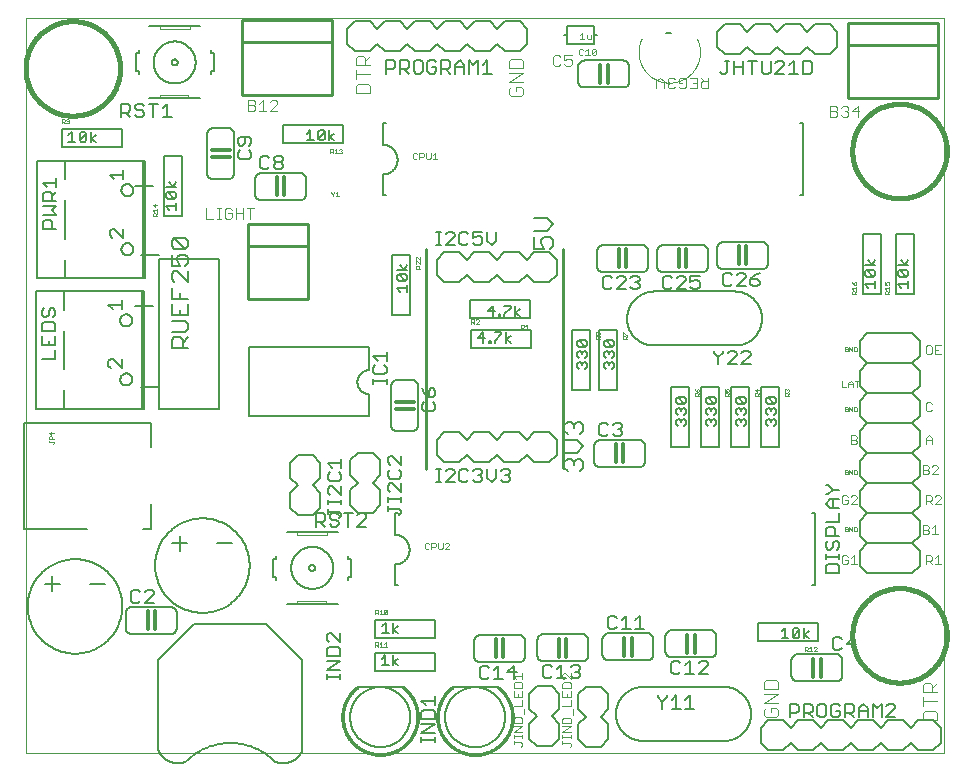
<source format=gto>
G75*
%MOIN*%
%OFA0B0*%
%FSLAX25Y25*%
%IPPOS*%
%LPD*%
%AMOC8*
5,1,8,0,0,1.08239X$1,22.5*
%
%ADD10C,0.00000*%
%ADD11C,0.00900*%
%ADD12C,0.01600*%
%ADD13C,0.00800*%
%ADD14C,0.00100*%
%ADD15C,0.00300*%
%ADD16C,0.00200*%
%ADD17C,0.00400*%
%ADD18C,0.00500*%
%ADD19C,0.01000*%
%ADD20C,0.00600*%
%ADD21C,0.01200*%
D10*
X0017181Y0006628D02*
X0017181Y0251628D01*
X0323181Y0251628D01*
X0323181Y0006628D01*
X0017181Y0006628D01*
X0221515Y0240428D02*
X0221519Y0240177D01*
X0221529Y0239926D01*
X0221546Y0239676D01*
X0221568Y0239426D01*
X0221597Y0239176D01*
X0221631Y0238928D01*
X0221672Y0238680D01*
X0221719Y0238434D01*
X0221771Y0238189D01*
X0221830Y0237945D01*
X0221895Y0237702D01*
X0221966Y0237462D01*
X0222042Y0237223D01*
X0222125Y0236986D01*
X0222213Y0236751D01*
X0222307Y0236518D01*
X0222406Y0236288D01*
X0222512Y0236060D01*
X0222622Y0235835D01*
X0222738Y0235613D01*
X0222860Y0235393D01*
X0222987Y0235177D01*
X0223119Y0234964D01*
X0223257Y0234754D01*
X0223399Y0234547D01*
X0223547Y0234344D01*
X0223699Y0234145D01*
X0223857Y0233950D01*
X0224019Y0233758D01*
X0224185Y0233571D01*
X0224357Y0233387D01*
X0224532Y0233208D01*
X0224712Y0233033D01*
X0224896Y0232863D01*
X0225085Y0232697D01*
X0225277Y0232536D01*
X0225473Y0232380D01*
X0225673Y0232229D01*
X0225877Y0232082D01*
X0226084Y0231941D01*
X0226295Y0231804D01*
X0226509Y0231673D01*
X0226726Y0231547D01*
X0226946Y0231427D01*
X0227169Y0231312D01*
X0227395Y0231202D01*
X0227623Y0231098D01*
X0227854Y0231000D01*
X0228087Y0230907D01*
X0228322Y0230820D01*
X0228560Y0230739D01*
X0228799Y0230663D01*
X0229040Y0230594D01*
X0229283Y0230531D01*
X0229527Y0230473D01*
X0229772Y0230421D01*
X0230019Y0230376D01*
X0230267Y0230336D01*
X0230516Y0230303D01*
X0230765Y0230276D01*
X0231015Y0230255D01*
X0231265Y0230240D01*
X0231516Y0230231D01*
X0231767Y0230228D01*
X0232018Y0230231D01*
X0232269Y0230241D01*
X0232519Y0230257D01*
X0232769Y0230279D01*
X0233018Y0230306D01*
X0233267Y0230341D01*
X0233514Y0230381D01*
X0233761Y0230427D01*
X0234006Y0230479D01*
X0234251Y0230537D01*
X0234493Y0230601D01*
X0234734Y0230672D01*
X0234973Y0230748D01*
X0235210Y0230829D01*
X0235445Y0230917D01*
X0235678Y0231010D01*
X0235909Y0231109D01*
X0236137Y0231214D01*
X0236362Y0231324D01*
X0236585Y0231440D01*
X0236804Y0231561D01*
X0237021Y0231687D01*
X0237235Y0231819D01*
X0237445Y0231956D01*
X0237652Y0232098D01*
X0237855Y0232245D01*
X0238055Y0232397D01*
X0238250Y0232554D01*
X0238442Y0232716D01*
X0238630Y0232882D01*
X0238814Y0233053D01*
X0238994Y0233228D01*
X0239169Y0233407D01*
X0239340Y0233591D01*
X0239506Y0233779D01*
X0239667Y0233971D01*
X0239824Y0234167D01*
X0239976Y0234367D01*
X0240123Y0234570D01*
X0240265Y0234777D01*
X0240402Y0234987D01*
X0240533Y0235201D01*
X0240660Y0235418D01*
X0240781Y0235637D01*
X0240896Y0235860D01*
X0241007Y0236085D01*
X0241111Y0236314D01*
X0241210Y0236544D01*
X0241303Y0236777D01*
X0241391Y0237012D01*
X0241473Y0237249D01*
X0241548Y0237488D01*
X0241618Y0237729D01*
X0241683Y0237972D01*
X0241741Y0238216D01*
X0241793Y0238461D01*
X0241839Y0238708D01*
X0241879Y0238956D01*
X0241913Y0239204D01*
X0241941Y0239454D01*
X0241963Y0239704D01*
X0241978Y0239954D01*
X0241988Y0240205D01*
X0241991Y0240456D01*
X0241988Y0240706D01*
X0241979Y0240957D01*
X0241964Y0241208D01*
X0241943Y0241458D01*
X0241916Y0241707D01*
X0241882Y0241956D01*
X0241843Y0242203D01*
X0241797Y0242450D01*
X0241745Y0242696D01*
X0241688Y0242940D01*
X0241624Y0243182D01*
X0241555Y0243424D01*
X0241479Y0243663D01*
X0241398Y0243900D01*
X0241311Y0244135D01*
X0241218Y0244369D01*
X0241120Y0244599D01*
X0241015Y0244828D01*
X0222515Y0244927D02*
X0222409Y0244692D01*
X0222308Y0244454D01*
X0222213Y0244214D01*
X0222124Y0243972D01*
X0222041Y0243728D01*
X0221964Y0243481D01*
X0221893Y0243233D01*
X0221828Y0242983D01*
X0221769Y0242732D01*
X0221716Y0242479D01*
X0221669Y0242226D01*
X0221628Y0241971D01*
X0221594Y0241715D01*
X0221566Y0241458D01*
X0221544Y0241201D01*
X0221528Y0240943D01*
X0221518Y0240685D01*
X0221515Y0240427D01*
D11*
X0150781Y0174828D02*
X0150781Y0101328D01*
D12*
X0292772Y0045998D02*
X0292777Y0046384D01*
X0292791Y0046771D01*
X0292815Y0047156D01*
X0292848Y0047542D01*
X0292890Y0047926D01*
X0292942Y0048309D01*
X0293004Y0048690D01*
X0293075Y0049070D01*
X0293155Y0049448D01*
X0293244Y0049824D01*
X0293342Y0050198D01*
X0293450Y0050569D01*
X0293567Y0050938D01*
X0293693Y0051303D01*
X0293827Y0051666D01*
X0293971Y0052024D01*
X0294123Y0052380D01*
X0294284Y0052731D01*
X0294454Y0053078D01*
X0294632Y0053422D01*
X0294818Y0053760D01*
X0295012Y0054094D01*
X0295215Y0054423D01*
X0295426Y0054747D01*
X0295645Y0055066D01*
X0295871Y0055379D01*
X0296105Y0055687D01*
X0296347Y0055988D01*
X0296595Y0056284D01*
X0296852Y0056574D01*
X0297115Y0056857D01*
X0297384Y0057134D01*
X0297661Y0057403D01*
X0297944Y0057666D01*
X0298234Y0057923D01*
X0298530Y0058171D01*
X0298831Y0058413D01*
X0299139Y0058647D01*
X0299452Y0058873D01*
X0299771Y0059092D01*
X0300095Y0059303D01*
X0300424Y0059506D01*
X0300758Y0059700D01*
X0301096Y0059886D01*
X0301440Y0060064D01*
X0301787Y0060234D01*
X0302138Y0060395D01*
X0302494Y0060547D01*
X0302852Y0060691D01*
X0303215Y0060825D01*
X0303580Y0060951D01*
X0303949Y0061068D01*
X0304320Y0061176D01*
X0304694Y0061274D01*
X0305070Y0061363D01*
X0305448Y0061443D01*
X0305828Y0061514D01*
X0306209Y0061576D01*
X0306592Y0061628D01*
X0306976Y0061670D01*
X0307362Y0061703D01*
X0307747Y0061727D01*
X0308134Y0061741D01*
X0308520Y0061746D01*
X0308906Y0061741D01*
X0309293Y0061727D01*
X0309678Y0061703D01*
X0310064Y0061670D01*
X0310448Y0061628D01*
X0310831Y0061576D01*
X0311212Y0061514D01*
X0311592Y0061443D01*
X0311970Y0061363D01*
X0312346Y0061274D01*
X0312720Y0061176D01*
X0313091Y0061068D01*
X0313460Y0060951D01*
X0313825Y0060825D01*
X0314188Y0060691D01*
X0314546Y0060547D01*
X0314902Y0060395D01*
X0315253Y0060234D01*
X0315600Y0060064D01*
X0315944Y0059886D01*
X0316282Y0059700D01*
X0316616Y0059506D01*
X0316945Y0059303D01*
X0317269Y0059092D01*
X0317588Y0058873D01*
X0317901Y0058647D01*
X0318209Y0058413D01*
X0318510Y0058171D01*
X0318806Y0057923D01*
X0319096Y0057666D01*
X0319379Y0057403D01*
X0319656Y0057134D01*
X0319925Y0056857D01*
X0320188Y0056574D01*
X0320445Y0056284D01*
X0320693Y0055988D01*
X0320935Y0055687D01*
X0321169Y0055379D01*
X0321395Y0055066D01*
X0321614Y0054747D01*
X0321825Y0054423D01*
X0322028Y0054094D01*
X0322222Y0053760D01*
X0322408Y0053422D01*
X0322586Y0053078D01*
X0322756Y0052731D01*
X0322917Y0052380D01*
X0323069Y0052024D01*
X0323213Y0051666D01*
X0323347Y0051303D01*
X0323473Y0050938D01*
X0323590Y0050569D01*
X0323698Y0050198D01*
X0323796Y0049824D01*
X0323885Y0049448D01*
X0323965Y0049070D01*
X0324036Y0048690D01*
X0324098Y0048309D01*
X0324150Y0047926D01*
X0324192Y0047542D01*
X0324225Y0047156D01*
X0324249Y0046771D01*
X0324263Y0046384D01*
X0324268Y0045998D01*
X0324263Y0045612D01*
X0324249Y0045225D01*
X0324225Y0044840D01*
X0324192Y0044454D01*
X0324150Y0044070D01*
X0324098Y0043687D01*
X0324036Y0043306D01*
X0323965Y0042926D01*
X0323885Y0042548D01*
X0323796Y0042172D01*
X0323698Y0041798D01*
X0323590Y0041427D01*
X0323473Y0041058D01*
X0323347Y0040693D01*
X0323213Y0040330D01*
X0323069Y0039972D01*
X0322917Y0039616D01*
X0322756Y0039265D01*
X0322586Y0038918D01*
X0322408Y0038574D01*
X0322222Y0038236D01*
X0322028Y0037902D01*
X0321825Y0037573D01*
X0321614Y0037249D01*
X0321395Y0036930D01*
X0321169Y0036617D01*
X0320935Y0036309D01*
X0320693Y0036008D01*
X0320445Y0035712D01*
X0320188Y0035422D01*
X0319925Y0035139D01*
X0319656Y0034862D01*
X0319379Y0034593D01*
X0319096Y0034330D01*
X0318806Y0034073D01*
X0318510Y0033825D01*
X0318209Y0033583D01*
X0317901Y0033349D01*
X0317588Y0033123D01*
X0317269Y0032904D01*
X0316945Y0032693D01*
X0316616Y0032490D01*
X0316282Y0032296D01*
X0315944Y0032110D01*
X0315600Y0031932D01*
X0315253Y0031762D01*
X0314902Y0031601D01*
X0314546Y0031449D01*
X0314188Y0031305D01*
X0313825Y0031171D01*
X0313460Y0031045D01*
X0313091Y0030928D01*
X0312720Y0030820D01*
X0312346Y0030722D01*
X0311970Y0030633D01*
X0311592Y0030553D01*
X0311212Y0030482D01*
X0310831Y0030420D01*
X0310448Y0030368D01*
X0310064Y0030326D01*
X0309678Y0030293D01*
X0309293Y0030269D01*
X0308906Y0030255D01*
X0308520Y0030250D01*
X0308134Y0030255D01*
X0307747Y0030269D01*
X0307362Y0030293D01*
X0306976Y0030326D01*
X0306592Y0030368D01*
X0306209Y0030420D01*
X0305828Y0030482D01*
X0305448Y0030553D01*
X0305070Y0030633D01*
X0304694Y0030722D01*
X0304320Y0030820D01*
X0303949Y0030928D01*
X0303580Y0031045D01*
X0303215Y0031171D01*
X0302852Y0031305D01*
X0302494Y0031449D01*
X0302138Y0031601D01*
X0301787Y0031762D01*
X0301440Y0031932D01*
X0301096Y0032110D01*
X0300758Y0032296D01*
X0300424Y0032490D01*
X0300095Y0032693D01*
X0299771Y0032904D01*
X0299452Y0033123D01*
X0299139Y0033349D01*
X0298831Y0033583D01*
X0298530Y0033825D01*
X0298234Y0034073D01*
X0297944Y0034330D01*
X0297661Y0034593D01*
X0297384Y0034862D01*
X0297115Y0035139D01*
X0296852Y0035422D01*
X0296595Y0035712D01*
X0296347Y0036008D01*
X0296105Y0036309D01*
X0295871Y0036617D01*
X0295645Y0036930D01*
X0295426Y0037249D01*
X0295215Y0037573D01*
X0295012Y0037902D01*
X0294818Y0038236D01*
X0294632Y0038574D01*
X0294454Y0038918D01*
X0294284Y0039265D01*
X0294123Y0039616D01*
X0293971Y0039972D01*
X0293827Y0040330D01*
X0293693Y0040693D01*
X0293567Y0041058D01*
X0293450Y0041427D01*
X0293342Y0041798D01*
X0293244Y0042172D01*
X0293155Y0042548D01*
X0293075Y0042926D01*
X0293004Y0043306D01*
X0292942Y0043687D01*
X0292890Y0044070D01*
X0292848Y0044454D01*
X0292815Y0044840D01*
X0292791Y0045225D01*
X0292777Y0045612D01*
X0292772Y0045998D01*
X0292772Y0207415D02*
X0292777Y0207801D01*
X0292791Y0208188D01*
X0292815Y0208573D01*
X0292848Y0208959D01*
X0292890Y0209343D01*
X0292942Y0209726D01*
X0293004Y0210107D01*
X0293075Y0210487D01*
X0293155Y0210865D01*
X0293244Y0211241D01*
X0293342Y0211615D01*
X0293450Y0211986D01*
X0293567Y0212355D01*
X0293693Y0212720D01*
X0293827Y0213083D01*
X0293971Y0213441D01*
X0294123Y0213797D01*
X0294284Y0214148D01*
X0294454Y0214495D01*
X0294632Y0214839D01*
X0294818Y0215177D01*
X0295012Y0215511D01*
X0295215Y0215840D01*
X0295426Y0216164D01*
X0295645Y0216483D01*
X0295871Y0216796D01*
X0296105Y0217104D01*
X0296347Y0217405D01*
X0296595Y0217701D01*
X0296852Y0217991D01*
X0297115Y0218274D01*
X0297384Y0218551D01*
X0297661Y0218820D01*
X0297944Y0219083D01*
X0298234Y0219340D01*
X0298530Y0219588D01*
X0298831Y0219830D01*
X0299139Y0220064D01*
X0299452Y0220290D01*
X0299771Y0220509D01*
X0300095Y0220720D01*
X0300424Y0220923D01*
X0300758Y0221117D01*
X0301096Y0221303D01*
X0301440Y0221481D01*
X0301787Y0221651D01*
X0302138Y0221812D01*
X0302494Y0221964D01*
X0302852Y0222108D01*
X0303215Y0222242D01*
X0303580Y0222368D01*
X0303949Y0222485D01*
X0304320Y0222593D01*
X0304694Y0222691D01*
X0305070Y0222780D01*
X0305448Y0222860D01*
X0305828Y0222931D01*
X0306209Y0222993D01*
X0306592Y0223045D01*
X0306976Y0223087D01*
X0307362Y0223120D01*
X0307747Y0223144D01*
X0308134Y0223158D01*
X0308520Y0223163D01*
X0308906Y0223158D01*
X0309293Y0223144D01*
X0309678Y0223120D01*
X0310064Y0223087D01*
X0310448Y0223045D01*
X0310831Y0222993D01*
X0311212Y0222931D01*
X0311592Y0222860D01*
X0311970Y0222780D01*
X0312346Y0222691D01*
X0312720Y0222593D01*
X0313091Y0222485D01*
X0313460Y0222368D01*
X0313825Y0222242D01*
X0314188Y0222108D01*
X0314546Y0221964D01*
X0314902Y0221812D01*
X0315253Y0221651D01*
X0315600Y0221481D01*
X0315944Y0221303D01*
X0316282Y0221117D01*
X0316616Y0220923D01*
X0316945Y0220720D01*
X0317269Y0220509D01*
X0317588Y0220290D01*
X0317901Y0220064D01*
X0318209Y0219830D01*
X0318510Y0219588D01*
X0318806Y0219340D01*
X0319096Y0219083D01*
X0319379Y0218820D01*
X0319656Y0218551D01*
X0319925Y0218274D01*
X0320188Y0217991D01*
X0320445Y0217701D01*
X0320693Y0217405D01*
X0320935Y0217104D01*
X0321169Y0216796D01*
X0321395Y0216483D01*
X0321614Y0216164D01*
X0321825Y0215840D01*
X0322028Y0215511D01*
X0322222Y0215177D01*
X0322408Y0214839D01*
X0322586Y0214495D01*
X0322756Y0214148D01*
X0322917Y0213797D01*
X0323069Y0213441D01*
X0323213Y0213083D01*
X0323347Y0212720D01*
X0323473Y0212355D01*
X0323590Y0211986D01*
X0323698Y0211615D01*
X0323796Y0211241D01*
X0323885Y0210865D01*
X0323965Y0210487D01*
X0324036Y0210107D01*
X0324098Y0209726D01*
X0324150Y0209343D01*
X0324192Y0208959D01*
X0324225Y0208573D01*
X0324249Y0208188D01*
X0324263Y0207801D01*
X0324268Y0207415D01*
X0324263Y0207029D01*
X0324249Y0206642D01*
X0324225Y0206257D01*
X0324192Y0205871D01*
X0324150Y0205487D01*
X0324098Y0205104D01*
X0324036Y0204723D01*
X0323965Y0204343D01*
X0323885Y0203965D01*
X0323796Y0203589D01*
X0323698Y0203215D01*
X0323590Y0202844D01*
X0323473Y0202475D01*
X0323347Y0202110D01*
X0323213Y0201747D01*
X0323069Y0201389D01*
X0322917Y0201033D01*
X0322756Y0200682D01*
X0322586Y0200335D01*
X0322408Y0199991D01*
X0322222Y0199653D01*
X0322028Y0199319D01*
X0321825Y0198990D01*
X0321614Y0198666D01*
X0321395Y0198347D01*
X0321169Y0198034D01*
X0320935Y0197726D01*
X0320693Y0197425D01*
X0320445Y0197129D01*
X0320188Y0196839D01*
X0319925Y0196556D01*
X0319656Y0196279D01*
X0319379Y0196010D01*
X0319096Y0195747D01*
X0318806Y0195490D01*
X0318510Y0195242D01*
X0318209Y0195000D01*
X0317901Y0194766D01*
X0317588Y0194540D01*
X0317269Y0194321D01*
X0316945Y0194110D01*
X0316616Y0193907D01*
X0316282Y0193713D01*
X0315944Y0193527D01*
X0315600Y0193349D01*
X0315253Y0193179D01*
X0314902Y0193018D01*
X0314546Y0192866D01*
X0314188Y0192722D01*
X0313825Y0192588D01*
X0313460Y0192462D01*
X0313091Y0192345D01*
X0312720Y0192237D01*
X0312346Y0192139D01*
X0311970Y0192050D01*
X0311592Y0191970D01*
X0311212Y0191899D01*
X0310831Y0191837D01*
X0310448Y0191785D01*
X0310064Y0191743D01*
X0309678Y0191710D01*
X0309293Y0191686D01*
X0308906Y0191672D01*
X0308520Y0191667D01*
X0308134Y0191672D01*
X0307747Y0191686D01*
X0307362Y0191710D01*
X0306976Y0191743D01*
X0306592Y0191785D01*
X0306209Y0191837D01*
X0305828Y0191899D01*
X0305448Y0191970D01*
X0305070Y0192050D01*
X0304694Y0192139D01*
X0304320Y0192237D01*
X0303949Y0192345D01*
X0303580Y0192462D01*
X0303215Y0192588D01*
X0302852Y0192722D01*
X0302494Y0192866D01*
X0302138Y0193018D01*
X0301787Y0193179D01*
X0301440Y0193349D01*
X0301096Y0193527D01*
X0300758Y0193713D01*
X0300424Y0193907D01*
X0300095Y0194110D01*
X0299771Y0194321D01*
X0299452Y0194540D01*
X0299139Y0194766D01*
X0298831Y0195000D01*
X0298530Y0195242D01*
X0298234Y0195490D01*
X0297944Y0195747D01*
X0297661Y0196010D01*
X0297384Y0196279D01*
X0297115Y0196556D01*
X0296852Y0196839D01*
X0296595Y0197129D01*
X0296347Y0197425D01*
X0296105Y0197726D01*
X0295871Y0198034D01*
X0295645Y0198347D01*
X0295426Y0198666D01*
X0295215Y0198990D01*
X0295012Y0199319D01*
X0294818Y0199653D01*
X0294632Y0199991D01*
X0294454Y0200335D01*
X0294284Y0200682D01*
X0294123Y0201033D01*
X0293971Y0201389D01*
X0293827Y0201747D01*
X0293693Y0202110D01*
X0293567Y0202475D01*
X0293450Y0202844D01*
X0293342Y0203215D01*
X0293244Y0203589D01*
X0293155Y0203965D01*
X0293075Y0204343D01*
X0293004Y0204723D01*
X0292942Y0205104D01*
X0292890Y0205487D01*
X0292848Y0205871D01*
X0292815Y0206257D01*
X0292791Y0206642D01*
X0292777Y0207029D01*
X0292772Y0207415D01*
X0017181Y0234974D02*
X0017186Y0235360D01*
X0017200Y0235747D01*
X0017224Y0236132D01*
X0017257Y0236518D01*
X0017299Y0236902D01*
X0017351Y0237285D01*
X0017413Y0237666D01*
X0017484Y0238046D01*
X0017564Y0238424D01*
X0017653Y0238800D01*
X0017751Y0239174D01*
X0017859Y0239545D01*
X0017976Y0239914D01*
X0018102Y0240279D01*
X0018236Y0240642D01*
X0018380Y0241000D01*
X0018532Y0241356D01*
X0018693Y0241707D01*
X0018863Y0242054D01*
X0019041Y0242398D01*
X0019227Y0242736D01*
X0019421Y0243070D01*
X0019624Y0243399D01*
X0019835Y0243723D01*
X0020054Y0244042D01*
X0020280Y0244355D01*
X0020514Y0244663D01*
X0020756Y0244964D01*
X0021004Y0245260D01*
X0021261Y0245550D01*
X0021524Y0245833D01*
X0021793Y0246110D01*
X0022070Y0246379D01*
X0022353Y0246642D01*
X0022643Y0246899D01*
X0022939Y0247147D01*
X0023240Y0247389D01*
X0023548Y0247623D01*
X0023861Y0247849D01*
X0024180Y0248068D01*
X0024504Y0248279D01*
X0024833Y0248482D01*
X0025167Y0248676D01*
X0025505Y0248862D01*
X0025849Y0249040D01*
X0026196Y0249210D01*
X0026547Y0249371D01*
X0026903Y0249523D01*
X0027261Y0249667D01*
X0027624Y0249801D01*
X0027989Y0249927D01*
X0028358Y0250044D01*
X0028729Y0250152D01*
X0029103Y0250250D01*
X0029479Y0250339D01*
X0029857Y0250419D01*
X0030237Y0250490D01*
X0030618Y0250552D01*
X0031001Y0250604D01*
X0031385Y0250646D01*
X0031771Y0250679D01*
X0032156Y0250703D01*
X0032543Y0250717D01*
X0032929Y0250722D01*
X0033315Y0250717D01*
X0033702Y0250703D01*
X0034087Y0250679D01*
X0034473Y0250646D01*
X0034857Y0250604D01*
X0035240Y0250552D01*
X0035621Y0250490D01*
X0036001Y0250419D01*
X0036379Y0250339D01*
X0036755Y0250250D01*
X0037129Y0250152D01*
X0037500Y0250044D01*
X0037869Y0249927D01*
X0038234Y0249801D01*
X0038597Y0249667D01*
X0038955Y0249523D01*
X0039311Y0249371D01*
X0039662Y0249210D01*
X0040009Y0249040D01*
X0040353Y0248862D01*
X0040691Y0248676D01*
X0041025Y0248482D01*
X0041354Y0248279D01*
X0041678Y0248068D01*
X0041997Y0247849D01*
X0042310Y0247623D01*
X0042618Y0247389D01*
X0042919Y0247147D01*
X0043215Y0246899D01*
X0043505Y0246642D01*
X0043788Y0246379D01*
X0044065Y0246110D01*
X0044334Y0245833D01*
X0044597Y0245550D01*
X0044854Y0245260D01*
X0045102Y0244964D01*
X0045344Y0244663D01*
X0045578Y0244355D01*
X0045804Y0244042D01*
X0046023Y0243723D01*
X0046234Y0243399D01*
X0046437Y0243070D01*
X0046631Y0242736D01*
X0046817Y0242398D01*
X0046995Y0242054D01*
X0047165Y0241707D01*
X0047326Y0241356D01*
X0047478Y0241000D01*
X0047622Y0240642D01*
X0047756Y0240279D01*
X0047882Y0239914D01*
X0047999Y0239545D01*
X0048107Y0239174D01*
X0048205Y0238800D01*
X0048294Y0238424D01*
X0048374Y0238046D01*
X0048445Y0237666D01*
X0048507Y0237285D01*
X0048559Y0236902D01*
X0048601Y0236518D01*
X0048634Y0236132D01*
X0048658Y0235747D01*
X0048672Y0235360D01*
X0048677Y0234974D01*
X0048672Y0234588D01*
X0048658Y0234201D01*
X0048634Y0233816D01*
X0048601Y0233430D01*
X0048559Y0233046D01*
X0048507Y0232663D01*
X0048445Y0232282D01*
X0048374Y0231902D01*
X0048294Y0231524D01*
X0048205Y0231148D01*
X0048107Y0230774D01*
X0047999Y0230403D01*
X0047882Y0230034D01*
X0047756Y0229669D01*
X0047622Y0229306D01*
X0047478Y0228948D01*
X0047326Y0228592D01*
X0047165Y0228241D01*
X0046995Y0227894D01*
X0046817Y0227550D01*
X0046631Y0227212D01*
X0046437Y0226878D01*
X0046234Y0226549D01*
X0046023Y0226225D01*
X0045804Y0225906D01*
X0045578Y0225593D01*
X0045344Y0225285D01*
X0045102Y0224984D01*
X0044854Y0224688D01*
X0044597Y0224398D01*
X0044334Y0224115D01*
X0044065Y0223838D01*
X0043788Y0223569D01*
X0043505Y0223306D01*
X0043215Y0223049D01*
X0042919Y0222801D01*
X0042618Y0222559D01*
X0042310Y0222325D01*
X0041997Y0222099D01*
X0041678Y0221880D01*
X0041354Y0221669D01*
X0041025Y0221466D01*
X0040691Y0221272D01*
X0040353Y0221086D01*
X0040009Y0220908D01*
X0039662Y0220738D01*
X0039311Y0220577D01*
X0038955Y0220425D01*
X0038597Y0220281D01*
X0038234Y0220147D01*
X0037869Y0220021D01*
X0037500Y0219904D01*
X0037129Y0219796D01*
X0036755Y0219698D01*
X0036379Y0219609D01*
X0036001Y0219529D01*
X0035621Y0219458D01*
X0035240Y0219396D01*
X0034857Y0219344D01*
X0034473Y0219302D01*
X0034087Y0219269D01*
X0033702Y0219245D01*
X0033315Y0219231D01*
X0032929Y0219226D01*
X0032543Y0219231D01*
X0032156Y0219245D01*
X0031771Y0219269D01*
X0031385Y0219302D01*
X0031001Y0219344D01*
X0030618Y0219396D01*
X0030237Y0219458D01*
X0029857Y0219529D01*
X0029479Y0219609D01*
X0029103Y0219698D01*
X0028729Y0219796D01*
X0028358Y0219904D01*
X0027989Y0220021D01*
X0027624Y0220147D01*
X0027261Y0220281D01*
X0026903Y0220425D01*
X0026547Y0220577D01*
X0026196Y0220738D01*
X0025849Y0220908D01*
X0025505Y0221086D01*
X0025167Y0221272D01*
X0024833Y0221466D01*
X0024504Y0221669D01*
X0024180Y0221880D01*
X0023861Y0222099D01*
X0023548Y0222325D01*
X0023240Y0222559D01*
X0022939Y0222801D01*
X0022643Y0223049D01*
X0022353Y0223306D01*
X0022070Y0223569D01*
X0021793Y0223838D01*
X0021524Y0224115D01*
X0021261Y0224398D01*
X0021004Y0224688D01*
X0020756Y0224984D01*
X0020514Y0225285D01*
X0020280Y0225593D01*
X0020054Y0225906D01*
X0019835Y0226225D01*
X0019624Y0226549D01*
X0019421Y0226878D01*
X0019227Y0227212D01*
X0019041Y0227550D01*
X0018863Y0227894D01*
X0018693Y0228241D01*
X0018532Y0228592D01*
X0018380Y0228948D01*
X0018236Y0229306D01*
X0018102Y0229669D01*
X0017976Y0230034D01*
X0017859Y0230403D01*
X0017751Y0230774D01*
X0017653Y0231148D01*
X0017564Y0231524D01*
X0017484Y0231902D01*
X0017413Y0232282D01*
X0017351Y0232663D01*
X0017299Y0233046D01*
X0017257Y0233430D01*
X0017224Y0233816D01*
X0017200Y0234201D01*
X0017186Y0234588D01*
X0017181Y0234974D01*
D13*
X0029181Y0214628D02*
X0029181Y0211628D01*
X0029181Y0208628D01*
X0049181Y0208628D01*
X0049181Y0211628D01*
X0049181Y0214628D01*
X0029181Y0214628D01*
X0053581Y0195632D02*
X0059720Y0195632D01*
X0056650Y0198701D02*
X0056650Y0192563D01*
X0063181Y0185628D02*
X0066181Y0185628D01*
X0069181Y0185628D01*
X0069181Y0205628D01*
X0066181Y0205628D01*
X0063181Y0205628D01*
X0063181Y0185628D01*
X0061720Y0172632D02*
X0055581Y0172632D01*
X0056650Y0158701D02*
X0056650Y0152563D01*
X0053581Y0155632D02*
X0059720Y0155632D01*
X0061720Y0128632D02*
X0055581Y0128632D01*
X0058937Y0116935D02*
X0058937Y0108667D01*
X0058937Y0116935D02*
X0016811Y0116935D01*
X0016811Y0081502D01*
X0037677Y0081502D01*
X0056181Y0081502D02*
X0058937Y0081502D01*
X0058937Y0089770D01*
X0105469Y0088465D02*
X0105469Y0093465D01*
X0107969Y0095965D01*
X0105469Y0098465D01*
X0105469Y0103465D01*
X0107969Y0105965D01*
X0112969Y0105965D01*
X0115469Y0103465D01*
X0115469Y0098465D01*
X0112969Y0095965D01*
X0115469Y0093465D01*
X0115469Y0088465D01*
X0112969Y0085965D01*
X0107969Y0085965D01*
X0105469Y0088465D01*
X0125477Y0089433D02*
X0125477Y0094433D01*
X0127977Y0096933D01*
X0125477Y0099433D01*
X0125477Y0104433D01*
X0127977Y0106933D01*
X0132977Y0106933D01*
X0135477Y0104433D01*
X0135477Y0099433D01*
X0132977Y0096933D01*
X0135477Y0094433D01*
X0135477Y0089433D01*
X0132977Y0086933D01*
X0127977Y0086933D01*
X0125477Y0089433D01*
X0140181Y0086628D02*
X0140181Y0079628D01*
X0140321Y0079626D01*
X0140461Y0079620D01*
X0140601Y0079610D01*
X0140741Y0079597D01*
X0140880Y0079579D01*
X0141019Y0079557D01*
X0141156Y0079532D01*
X0141294Y0079503D01*
X0141430Y0079470D01*
X0141565Y0079433D01*
X0141699Y0079392D01*
X0141832Y0079347D01*
X0141964Y0079299D01*
X0142094Y0079247D01*
X0142223Y0079192D01*
X0142350Y0079133D01*
X0142476Y0079070D01*
X0142600Y0079004D01*
X0142721Y0078935D01*
X0142841Y0078862D01*
X0142959Y0078785D01*
X0143074Y0078706D01*
X0143188Y0078623D01*
X0143298Y0078537D01*
X0143407Y0078448D01*
X0143513Y0078356D01*
X0143616Y0078261D01*
X0143717Y0078164D01*
X0143814Y0078063D01*
X0143909Y0077960D01*
X0144001Y0077854D01*
X0144090Y0077745D01*
X0144176Y0077635D01*
X0144259Y0077521D01*
X0144338Y0077406D01*
X0144415Y0077288D01*
X0144488Y0077168D01*
X0144557Y0077047D01*
X0144623Y0076923D01*
X0144686Y0076797D01*
X0144745Y0076670D01*
X0144800Y0076541D01*
X0144852Y0076411D01*
X0144900Y0076279D01*
X0144945Y0076146D01*
X0144986Y0076012D01*
X0145023Y0075877D01*
X0145056Y0075741D01*
X0145085Y0075603D01*
X0145110Y0075466D01*
X0145132Y0075327D01*
X0145150Y0075188D01*
X0145163Y0075048D01*
X0145173Y0074908D01*
X0145179Y0074768D01*
X0145181Y0074628D01*
X0145179Y0074488D01*
X0145173Y0074348D01*
X0145163Y0074208D01*
X0145150Y0074068D01*
X0145132Y0073929D01*
X0145110Y0073790D01*
X0145085Y0073653D01*
X0145056Y0073515D01*
X0145023Y0073379D01*
X0144986Y0073244D01*
X0144945Y0073110D01*
X0144900Y0072977D01*
X0144852Y0072845D01*
X0144800Y0072715D01*
X0144745Y0072586D01*
X0144686Y0072459D01*
X0144623Y0072333D01*
X0144557Y0072209D01*
X0144488Y0072088D01*
X0144415Y0071968D01*
X0144338Y0071850D01*
X0144259Y0071735D01*
X0144176Y0071621D01*
X0144090Y0071511D01*
X0144001Y0071402D01*
X0143909Y0071296D01*
X0143814Y0071193D01*
X0143717Y0071092D01*
X0143616Y0070995D01*
X0143513Y0070900D01*
X0143407Y0070808D01*
X0143298Y0070719D01*
X0143188Y0070633D01*
X0143074Y0070550D01*
X0142959Y0070471D01*
X0142841Y0070394D01*
X0142721Y0070321D01*
X0142600Y0070252D01*
X0142476Y0070186D01*
X0142350Y0070123D01*
X0142223Y0070064D01*
X0142094Y0070009D01*
X0141964Y0069957D01*
X0141832Y0069909D01*
X0141699Y0069864D01*
X0141565Y0069823D01*
X0141430Y0069786D01*
X0141294Y0069753D01*
X0141156Y0069724D01*
X0141019Y0069699D01*
X0140880Y0069677D01*
X0140741Y0069659D01*
X0140601Y0069646D01*
X0140461Y0069636D01*
X0140321Y0069630D01*
X0140181Y0069628D01*
X0140181Y0062628D01*
X0141181Y0062628D01*
X0133764Y0050990D02*
X0133764Y0047990D01*
X0133764Y0044990D01*
X0153764Y0044990D01*
X0153764Y0047990D01*
X0153764Y0050990D01*
X0133764Y0050990D01*
X0133717Y0040187D02*
X0133717Y0037187D01*
X0133717Y0034187D01*
X0153717Y0034187D01*
X0153717Y0037187D01*
X0153717Y0040187D01*
X0133717Y0040187D01*
X0127862Y0028778D02*
X0142862Y0028778D01*
X0159500Y0028746D02*
X0174500Y0028746D01*
X0185083Y0026519D02*
X0185083Y0021519D01*
X0187583Y0019019D01*
X0185083Y0016519D01*
X0185083Y0011519D01*
X0187583Y0009019D01*
X0192583Y0009019D01*
X0195083Y0011519D01*
X0195083Y0016519D01*
X0192583Y0019019D01*
X0195083Y0021519D01*
X0195083Y0026519D01*
X0192583Y0029019D01*
X0187583Y0029019D01*
X0185083Y0026519D01*
X0201369Y0026448D02*
X0201369Y0021448D01*
X0203869Y0018948D01*
X0201369Y0016448D01*
X0201369Y0011448D01*
X0203869Y0008948D01*
X0208869Y0008948D01*
X0211369Y0011448D01*
X0211369Y0016448D01*
X0208869Y0018948D01*
X0211369Y0021448D01*
X0211369Y0026448D01*
X0208869Y0028948D01*
X0203869Y0028948D01*
X0201369Y0026448D01*
X0222981Y0028828D02*
X0249981Y0028828D01*
X0250200Y0028825D01*
X0250419Y0028817D01*
X0250638Y0028804D01*
X0250856Y0028785D01*
X0251074Y0028761D01*
X0251291Y0028732D01*
X0251508Y0028698D01*
X0251723Y0028658D01*
X0251938Y0028613D01*
X0252151Y0028562D01*
X0252363Y0028507D01*
X0252574Y0028446D01*
X0252783Y0028381D01*
X0252990Y0028310D01*
X0253196Y0028234D01*
X0253400Y0028153D01*
X0253602Y0028068D01*
X0253801Y0027977D01*
X0253998Y0027882D01*
X0254193Y0027781D01*
X0254386Y0027676D01*
X0254576Y0027567D01*
X0254763Y0027453D01*
X0254947Y0027334D01*
X0255128Y0027211D01*
X0255306Y0027083D01*
X0255482Y0026951D01*
X0255653Y0026815D01*
X0255822Y0026675D01*
X0255987Y0026531D01*
X0256148Y0026383D01*
X0256306Y0026231D01*
X0256460Y0026075D01*
X0256610Y0025915D01*
X0256757Y0025752D01*
X0256899Y0025585D01*
X0257037Y0025415D01*
X0257171Y0025241D01*
X0257301Y0025065D01*
X0257426Y0024885D01*
X0257547Y0024702D01*
X0257663Y0024516D01*
X0257775Y0024328D01*
X0257882Y0024137D01*
X0257985Y0023943D01*
X0258083Y0023747D01*
X0258176Y0023549D01*
X0258264Y0023348D01*
X0258347Y0023145D01*
X0258426Y0022940D01*
X0258499Y0022734D01*
X0258567Y0022526D01*
X0258630Y0022316D01*
X0258688Y0022104D01*
X0258741Y0021892D01*
X0258789Y0021678D01*
X0258831Y0021463D01*
X0258868Y0021247D01*
X0258900Y0021030D01*
X0258927Y0020812D01*
X0258948Y0020594D01*
X0258964Y0020376D01*
X0258975Y0020157D01*
X0258980Y0019938D01*
X0258980Y0019718D01*
X0258975Y0019499D01*
X0258964Y0019280D01*
X0258948Y0019062D01*
X0258927Y0018844D01*
X0258900Y0018626D01*
X0258868Y0018409D01*
X0258831Y0018193D01*
X0258789Y0017978D01*
X0258741Y0017764D01*
X0258688Y0017552D01*
X0258630Y0017340D01*
X0258567Y0017130D01*
X0258499Y0016922D01*
X0258426Y0016716D01*
X0258347Y0016511D01*
X0258264Y0016308D01*
X0258176Y0016107D01*
X0258083Y0015909D01*
X0257985Y0015713D01*
X0257882Y0015519D01*
X0257775Y0015328D01*
X0257663Y0015140D01*
X0257547Y0014954D01*
X0257426Y0014771D01*
X0257301Y0014591D01*
X0257171Y0014415D01*
X0257037Y0014241D01*
X0256899Y0014071D01*
X0256757Y0013904D01*
X0256610Y0013741D01*
X0256460Y0013581D01*
X0256306Y0013425D01*
X0256148Y0013273D01*
X0255987Y0013125D01*
X0255822Y0012981D01*
X0255653Y0012841D01*
X0255482Y0012705D01*
X0255306Y0012573D01*
X0255128Y0012445D01*
X0254947Y0012322D01*
X0254763Y0012203D01*
X0254576Y0012089D01*
X0254386Y0011980D01*
X0254193Y0011875D01*
X0253998Y0011774D01*
X0253801Y0011679D01*
X0253602Y0011588D01*
X0253400Y0011503D01*
X0253196Y0011422D01*
X0252990Y0011346D01*
X0252783Y0011275D01*
X0252574Y0011210D01*
X0252363Y0011149D01*
X0252151Y0011094D01*
X0251938Y0011043D01*
X0251723Y0010998D01*
X0251508Y0010958D01*
X0251291Y0010924D01*
X0251074Y0010895D01*
X0250856Y0010871D01*
X0250638Y0010852D01*
X0250419Y0010839D01*
X0250200Y0010831D01*
X0249981Y0010828D01*
X0222981Y0010828D01*
X0222762Y0010831D01*
X0222543Y0010839D01*
X0222324Y0010852D01*
X0222106Y0010871D01*
X0221888Y0010895D01*
X0221671Y0010924D01*
X0221454Y0010958D01*
X0221239Y0010998D01*
X0221024Y0011043D01*
X0220811Y0011094D01*
X0220599Y0011149D01*
X0220388Y0011210D01*
X0220179Y0011275D01*
X0219972Y0011346D01*
X0219766Y0011422D01*
X0219562Y0011503D01*
X0219360Y0011588D01*
X0219161Y0011679D01*
X0218964Y0011774D01*
X0218769Y0011875D01*
X0218576Y0011980D01*
X0218386Y0012089D01*
X0218199Y0012203D01*
X0218015Y0012322D01*
X0217834Y0012445D01*
X0217656Y0012573D01*
X0217480Y0012705D01*
X0217309Y0012841D01*
X0217140Y0012981D01*
X0216975Y0013125D01*
X0216814Y0013273D01*
X0216656Y0013425D01*
X0216502Y0013581D01*
X0216352Y0013741D01*
X0216205Y0013904D01*
X0216063Y0014071D01*
X0215925Y0014241D01*
X0215791Y0014415D01*
X0215661Y0014591D01*
X0215536Y0014771D01*
X0215415Y0014954D01*
X0215299Y0015140D01*
X0215187Y0015328D01*
X0215080Y0015519D01*
X0214977Y0015713D01*
X0214879Y0015909D01*
X0214786Y0016107D01*
X0214698Y0016308D01*
X0214615Y0016511D01*
X0214536Y0016716D01*
X0214463Y0016922D01*
X0214395Y0017130D01*
X0214332Y0017340D01*
X0214274Y0017552D01*
X0214221Y0017764D01*
X0214173Y0017978D01*
X0214131Y0018193D01*
X0214094Y0018409D01*
X0214062Y0018626D01*
X0214035Y0018844D01*
X0214014Y0019062D01*
X0213998Y0019280D01*
X0213987Y0019499D01*
X0213982Y0019718D01*
X0213982Y0019938D01*
X0213987Y0020157D01*
X0213998Y0020376D01*
X0214014Y0020594D01*
X0214035Y0020812D01*
X0214062Y0021030D01*
X0214094Y0021247D01*
X0214131Y0021463D01*
X0214173Y0021678D01*
X0214221Y0021892D01*
X0214274Y0022104D01*
X0214332Y0022316D01*
X0214395Y0022526D01*
X0214463Y0022734D01*
X0214536Y0022940D01*
X0214615Y0023145D01*
X0214698Y0023348D01*
X0214786Y0023549D01*
X0214879Y0023747D01*
X0214977Y0023943D01*
X0215080Y0024137D01*
X0215187Y0024328D01*
X0215299Y0024516D01*
X0215415Y0024702D01*
X0215536Y0024885D01*
X0215661Y0025065D01*
X0215791Y0025241D01*
X0215925Y0025415D01*
X0216063Y0025585D01*
X0216205Y0025752D01*
X0216352Y0025915D01*
X0216502Y0026075D01*
X0216656Y0026231D01*
X0216814Y0026383D01*
X0216975Y0026531D01*
X0217140Y0026675D01*
X0217309Y0026815D01*
X0217480Y0026951D01*
X0217656Y0027083D01*
X0217834Y0027211D01*
X0218015Y0027334D01*
X0218199Y0027453D01*
X0218386Y0027567D01*
X0218576Y0027676D01*
X0218769Y0027781D01*
X0218964Y0027882D01*
X0219161Y0027977D01*
X0219360Y0028068D01*
X0219562Y0028153D01*
X0219766Y0028234D01*
X0219972Y0028310D01*
X0220179Y0028381D01*
X0220388Y0028446D01*
X0220599Y0028507D01*
X0220811Y0028562D01*
X0221024Y0028613D01*
X0221239Y0028658D01*
X0221454Y0028698D01*
X0221671Y0028732D01*
X0221888Y0028761D01*
X0222106Y0028785D01*
X0222324Y0028804D01*
X0222543Y0028817D01*
X0222762Y0028825D01*
X0222981Y0028828D01*
X0261299Y0044250D02*
X0261299Y0047250D01*
X0261299Y0050250D01*
X0281299Y0050250D01*
X0281299Y0047250D01*
X0281299Y0044250D01*
X0261299Y0044250D01*
X0279181Y0062628D02*
X0280181Y0062628D01*
X0280181Y0086628D01*
X0279181Y0086628D01*
X0268181Y0108628D02*
X0265181Y0108628D01*
X0262181Y0108628D01*
X0262181Y0128628D01*
X0265181Y0128628D01*
X0268181Y0128628D01*
X0268181Y0108628D01*
X0258181Y0108628D02*
X0255181Y0108628D01*
X0252181Y0108628D01*
X0252181Y0128628D01*
X0255181Y0128628D01*
X0258181Y0128628D01*
X0258181Y0108628D01*
X0248181Y0108628D02*
X0245181Y0108628D01*
X0242181Y0108628D01*
X0242181Y0128628D01*
X0245181Y0128628D01*
X0248181Y0128628D01*
X0248181Y0108628D01*
X0238181Y0108628D02*
X0235181Y0108628D01*
X0232181Y0108628D01*
X0232181Y0128628D01*
X0235181Y0128628D01*
X0238181Y0128628D01*
X0238181Y0108628D01*
X0214181Y0127628D02*
X0211181Y0127628D01*
X0208181Y0127628D01*
X0208181Y0147628D01*
X0211181Y0147628D01*
X0214181Y0147628D01*
X0214181Y0127628D01*
X0205181Y0127628D02*
X0202181Y0127628D01*
X0199181Y0127628D01*
X0199181Y0147628D01*
X0202181Y0147628D01*
X0205181Y0147628D01*
X0205181Y0127628D01*
X0191681Y0113628D02*
X0186681Y0113628D01*
X0184181Y0111128D01*
X0181681Y0113628D01*
X0176681Y0113628D01*
X0174181Y0111128D01*
X0171681Y0113628D01*
X0166681Y0113628D01*
X0164181Y0111128D01*
X0161681Y0113628D01*
X0156681Y0113628D01*
X0154181Y0111128D01*
X0154181Y0106128D01*
X0156681Y0103628D01*
X0161681Y0103628D01*
X0164181Y0106128D01*
X0166681Y0103628D01*
X0171681Y0103628D01*
X0174181Y0106128D01*
X0176681Y0103628D01*
X0181681Y0103628D01*
X0184181Y0106128D01*
X0186681Y0103628D01*
X0191681Y0103628D01*
X0194181Y0106128D01*
X0194181Y0111128D01*
X0191681Y0113628D01*
X0185717Y0141778D02*
X0165717Y0141778D01*
X0165717Y0144778D01*
X0165717Y0147778D01*
X0185717Y0147778D01*
X0185717Y0144778D01*
X0185717Y0141778D01*
X0185205Y0151628D02*
X0185205Y0154628D01*
X0185205Y0157628D01*
X0165205Y0157628D01*
X0165205Y0154628D01*
X0165205Y0151628D01*
X0185205Y0151628D01*
X0186681Y0163628D02*
X0191681Y0163628D01*
X0194181Y0166128D01*
X0194181Y0171128D01*
X0191681Y0173628D01*
X0186681Y0173628D01*
X0184181Y0171128D01*
X0181681Y0173628D01*
X0176681Y0173628D01*
X0174181Y0171128D01*
X0171681Y0173628D01*
X0166681Y0173628D01*
X0164181Y0171128D01*
X0161681Y0173628D01*
X0156681Y0173628D01*
X0154181Y0171128D01*
X0154181Y0166128D01*
X0156681Y0163628D01*
X0161681Y0163628D01*
X0164181Y0166128D01*
X0166681Y0163628D01*
X0171681Y0163628D01*
X0174181Y0166128D01*
X0176681Y0163628D01*
X0181681Y0163628D01*
X0184181Y0166128D01*
X0186681Y0163628D01*
X0226681Y0160628D02*
X0253681Y0160628D01*
X0253900Y0160625D01*
X0254119Y0160617D01*
X0254338Y0160604D01*
X0254556Y0160585D01*
X0254774Y0160561D01*
X0254991Y0160532D01*
X0255208Y0160498D01*
X0255423Y0160458D01*
X0255638Y0160413D01*
X0255851Y0160362D01*
X0256063Y0160307D01*
X0256274Y0160246D01*
X0256483Y0160181D01*
X0256690Y0160110D01*
X0256896Y0160034D01*
X0257100Y0159953D01*
X0257302Y0159868D01*
X0257501Y0159777D01*
X0257698Y0159682D01*
X0257893Y0159581D01*
X0258086Y0159476D01*
X0258276Y0159367D01*
X0258463Y0159253D01*
X0258647Y0159134D01*
X0258828Y0159011D01*
X0259006Y0158883D01*
X0259182Y0158751D01*
X0259353Y0158615D01*
X0259522Y0158475D01*
X0259687Y0158331D01*
X0259848Y0158183D01*
X0260006Y0158031D01*
X0260160Y0157875D01*
X0260310Y0157715D01*
X0260457Y0157552D01*
X0260599Y0157385D01*
X0260737Y0157215D01*
X0260871Y0157041D01*
X0261001Y0156865D01*
X0261126Y0156685D01*
X0261247Y0156502D01*
X0261363Y0156316D01*
X0261475Y0156128D01*
X0261582Y0155937D01*
X0261685Y0155743D01*
X0261783Y0155547D01*
X0261876Y0155349D01*
X0261964Y0155148D01*
X0262047Y0154945D01*
X0262126Y0154740D01*
X0262199Y0154534D01*
X0262267Y0154326D01*
X0262330Y0154116D01*
X0262388Y0153904D01*
X0262441Y0153692D01*
X0262489Y0153478D01*
X0262531Y0153263D01*
X0262568Y0153047D01*
X0262600Y0152830D01*
X0262627Y0152612D01*
X0262648Y0152394D01*
X0262664Y0152176D01*
X0262675Y0151957D01*
X0262680Y0151738D01*
X0262680Y0151518D01*
X0262675Y0151299D01*
X0262664Y0151080D01*
X0262648Y0150862D01*
X0262627Y0150644D01*
X0262600Y0150426D01*
X0262568Y0150209D01*
X0262531Y0149993D01*
X0262489Y0149778D01*
X0262441Y0149564D01*
X0262388Y0149352D01*
X0262330Y0149140D01*
X0262267Y0148930D01*
X0262199Y0148722D01*
X0262126Y0148516D01*
X0262047Y0148311D01*
X0261964Y0148108D01*
X0261876Y0147907D01*
X0261783Y0147709D01*
X0261685Y0147513D01*
X0261582Y0147319D01*
X0261475Y0147128D01*
X0261363Y0146940D01*
X0261247Y0146754D01*
X0261126Y0146571D01*
X0261001Y0146391D01*
X0260871Y0146215D01*
X0260737Y0146041D01*
X0260599Y0145871D01*
X0260457Y0145704D01*
X0260310Y0145541D01*
X0260160Y0145381D01*
X0260006Y0145225D01*
X0259848Y0145073D01*
X0259687Y0144925D01*
X0259522Y0144781D01*
X0259353Y0144641D01*
X0259182Y0144505D01*
X0259006Y0144373D01*
X0258828Y0144245D01*
X0258647Y0144122D01*
X0258463Y0144003D01*
X0258276Y0143889D01*
X0258086Y0143780D01*
X0257893Y0143675D01*
X0257698Y0143574D01*
X0257501Y0143479D01*
X0257302Y0143388D01*
X0257100Y0143303D01*
X0256896Y0143222D01*
X0256690Y0143146D01*
X0256483Y0143075D01*
X0256274Y0143010D01*
X0256063Y0142949D01*
X0255851Y0142894D01*
X0255638Y0142843D01*
X0255423Y0142798D01*
X0255208Y0142758D01*
X0254991Y0142724D01*
X0254774Y0142695D01*
X0254556Y0142671D01*
X0254338Y0142652D01*
X0254119Y0142639D01*
X0253900Y0142631D01*
X0253681Y0142628D01*
X0226681Y0142628D01*
X0226462Y0142631D01*
X0226243Y0142639D01*
X0226024Y0142652D01*
X0225806Y0142671D01*
X0225588Y0142695D01*
X0225371Y0142724D01*
X0225154Y0142758D01*
X0224939Y0142798D01*
X0224724Y0142843D01*
X0224511Y0142894D01*
X0224299Y0142949D01*
X0224088Y0143010D01*
X0223879Y0143075D01*
X0223672Y0143146D01*
X0223466Y0143222D01*
X0223262Y0143303D01*
X0223060Y0143388D01*
X0222861Y0143479D01*
X0222664Y0143574D01*
X0222469Y0143675D01*
X0222276Y0143780D01*
X0222086Y0143889D01*
X0221899Y0144003D01*
X0221715Y0144122D01*
X0221534Y0144245D01*
X0221356Y0144373D01*
X0221180Y0144505D01*
X0221009Y0144641D01*
X0220840Y0144781D01*
X0220675Y0144925D01*
X0220514Y0145073D01*
X0220356Y0145225D01*
X0220202Y0145381D01*
X0220052Y0145541D01*
X0219905Y0145704D01*
X0219763Y0145871D01*
X0219625Y0146041D01*
X0219491Y0146215D01*
X0219361Y0146391D01*
X0219236Y0146571D01*
X0219115Y0146754D01*
X0218999Y0146940D01*
X0218887Y0147128D01*
X0218780Y0147319D01*
X0218677Y0147513D01*
X0218579Y0147709D01*
X0218486Y0147907D01*
X0218398Y0148108D01*
X0218315Y0148311D01*
X0218236Y0148516D01*
X0218163Y0148722D01*
X0218095Y0148930D01*
X0218032Y0149140D01*
X0217974Y0149352D01*
X0217921Y0149564D01*
X0217873Y0149778D01*
X0217831Y0149993D01*
X0217794Y0150209D01*
X0217762Y0150426D01*
X0217735Y0150644D01*
X0217714Y0150862D01*
X0217698Y0151080D01*
X0217687Y0151299D01*
X0217682Y0151518D01*
X0217682Y0151738D01*
X0217687Y0151957D01*
X0217698Y0152176D01*
X0217714Y0152394D01*
X0217735Y0152612D01*
X0217762Y0152830D01*
X0217794Y0153047D01*
X0217831Y0153263D01*
X0217873Y0153478D01*
X0217921Y0153692D01*
X0217974Y0153904D01*
X0218032Y0154116D01*
X0218095Y0154326D01*
X0218163Y0154534D01*
X0218236Y0154740D01*
X0218315Y0154945D01*
X0218398Y0155148D01*
X0218486Y0155349D01*
X0218579Y0155547D01*
X0218677Y0155743D01*
X0218780Y0155937D01*
X0218887Y0156128D01*
X0218999Y0156316D01*
X0219115Y0156502D01*
X0219236Y0156685D01*
X0219361Y0156865D01*
X0219491Y0157041D01*
X0219625Y0157215D01*
X0219763Y0157385D01*
X0219905Y0157552D01*
X0220052Y0157715D01*
X0220202Y0157875D01*
X0220356Y0158031D01*
X0220514Y0158183D01*
X0220675Y0158331D01*
X0220840Y0158475D01*
X0221009Y0158615D01*
X0221180Y0158751D01*
X0221356Y0158883D01*
X0221534Y0159011D01*
X0221715Y0159134D01*
X0221899Y0159253D01*
X0222086Y0159367D01*
X0222276Y0159476D01*
X0222469Y0159581D01*
X0222664Y0159682D01*
X0222861Y0159777D01*
X0223060Y0159868D01*
X0223262Y0159953D01*
X0223466Y0160034D01*
X0223672Y0160110D01*
X0223879Y0160181D01*
X0224088Y0160246D01*
X0224299Y0160307D01*
X0224511Y0160362D01*
X0224724Y0160413D01*
X0224939Y0160458D01*
X0225154Y0160498D01*
X0225371Y0160532D01*
X0225588Y0160561D01*
X0225806Y0160585D01*
X0226024Y0160604D01*
X0226243Y0160617D01*
X0226462Y0160625D01*
X0226681Y0160628D01*
X0275181Y0192628D02*
X0276181Y0192628D01*
X0276181Y0216628D01*
X0275181Y0216628D01*
X0275281Y0239628D02*
X0270281Y0239628D01*
X0267781Y0242128D01*
X0265281Y0239628D01*
X0260281Y0239628D01*
X0257781Y0242128D01*
X0255281Y0239628D01*
X0250281Y0239628D01*
X0247781Y0242128D01*
X0247781Y0247128D01*
X0250281Y0249628D01*
X0255281Y0249628D01*
X0257781Y0247128D01*
X0260281Y0249628D01*
X0265281Y0249628D01*
X0267781Y0247128D01*
X0270281Y0249628D01*
X0275281Y0249628D01*
X0277781Y0247128D01*
X0280281Y0249628D01*
X0285281Y0249628D01*
X0287781Y0247128D01*
X0287781Y0242128D01*
X0285281Y0239628D01*
X0280281Y0239628D01*
X0277781Y0242128D01*
X0275281Y0239628D01*
X0207622Y0246202D02*
X0206622Y0246202D01*
X0206622Y0243202D01*
X0197646Y0243202D01*
X0197646Y0246202D01*
X0196646Y0246202D01*
X0197646Y0246202D02*
X0197646Y0249202D01*
X0206622Y0249202D01*
X0206622Y0246202D01*
X0184378Y0248278D02*
X0184378Y0243278D01*
X0181878Y0240778D01*
X0176878Y0240778D01*
X0174378Y0243278D01*
X0171878Y0240778D01*
X0166878Y0240778D01*
X0164378Y0243278D01*
X0161878Y0240778D01*
X0156878Y0240778D01*
X0154378Y0243278D01*
X0151878Y0240778D01*
X0146878Y0240778D01*
X0144378Y0243278D01*
X0141878Y0240778D01*
X0136878Y0240778D01*
X0134378Y0243278D01*
X0131878Y0240778D01*
X0126878Y0240778D01*
X0124378Y0243278D01*
X0124378Y0248278D01*
X0126878Y0250778D01*
X0131878Y0250778D01*
X0134378Y0248278D01*
X0136878Y0250778D01*
X0141878Y0250778D01*
X0144378Y0248278D01*
X0146878Y0250778D01*
X0151878Y0250778D01*
X0154378Y0248278D01*
X0156878Y0250778D01*
X0161878Y0250778D01*
X0164378Y0248278D01*
X0166878Y0250778D01*
X0171878Y0250778D01*
X0174378Y0248278D01*
X0176878Y0250778D01*
X0181878Y0250778D01*
X0184378Y0248278D01*
X0137181Y0216628D02*
X0136181Y0216628D01*
X0136181Y0209628D01*
X0136321Y0209626D01*
X0136461Y0209620D01*
X0136601Y0209610D01*
X0136741Y0209597D01*
X0136880Y0209579D01*
X0137019Y0209557D01*
X0137156Y0209532D01*
X0137294Y0209503D01*
X0137430Y0209470D01*
X0137565Y0209433D01*
X0137699Y0209392D01*
X0137832Y0209347D01*
X0137964Y0209299D01*
X0138094Y0209247D01*
X0138223Y0209192D01*
X0138350Y0209133D01*
X0138476Y0209070D01*
X0138600Y0209004D01*
X0138721Y0208935D01*
X0138841Y0208862D01*
X0138959Y0208785D01*
X0139074Y0208706D01*
X0139188Y0208623D01*
X0139298Y0208537D01*
X0139407Y0208448D01*
X0139513Y0208356D01*
X0139616Y0208261D01*
X0139717Y0208164D01*
X0139814Y0208063D01*
X0139909Y0207960D01*
X0140001Y0207854D01*
X0140090Y0207745D01*
X0140176Y0207635D01*
X0140259Y0207521D01*
X0140338Y0207406D01*
X0140415Y0207288D01*
X0140488Y0207168D01*
X0140557Y0207047D01*
X0140623Y0206923D01*
X0140686Y0206797D01*
X0140745Y0206670D01*
X0140800Y0206541D01*
X0140852Y0206411D01*
X0140900Y0206279D01*
X0140945Y0206146D01*
X0140986Y0206012D01*
X0141023Y0205877D01*
X0141056Y0205741D01*
X0141085Y0205603D01*
X0141110Y0205466D01*
X0141132Y0205327D01*
X0141150Y0205188D01*
X0141163Y0205048D01*
X0141173Y0204908D01*
X0141179Y0204768D01*
X0141181Y0204628D01*
X0141179Y0204488D01*
X0141173Y0204348D01*
X0141163Y0204208D01*
X0141150Y0204068D01*
X0141132Y0203929D01*
X0141110Y0203790D01*
X0141085Y0203653D01*
X0141056Y0203515D01*
X0141023Y0203379D01*
X0140986Y0203244D01*
X0140945Y0203110D01*
X0140900Y0202977D01*
X0140852Y0202845D01*
X0140800Y0202715D01*
X0140745Y0202586D01*
X0140686Y0202459D01*
X0140623Y0202333D01*
X0140557Y0202209D01*
X0140488Y0202088D01*
X0140415Y0201968D01*
X0140338Y0201850D01*
X0140259Y0201735D01*
X0140176Y0201621D01*
X0140090Y0201511D01*
X0140001Y0201402D01*
X0139909Y0201296D01*
X0139814Y0201193D01*
X0139717Y0201092D01*
X0139616Y0200995D01*
X0139513Y0200900D01*
X0139407Y0200808D01*
X0139298Y0200719D01*
X0139188Y0200633D01*
X0139074Y0200550D01*
X0138959Y0200471D01*
X0138841Y0200394D01*
X0138721Y0200321D01*
X0138600Y0200252D01*
X0138476Y0200186D01*
X0138350Y0200123D01*
X0138223Y0200064D01*
X0138094Y0200009D01*
X0137964Y0199957D01*
X0137832Y0199909D01*
X0137699Y0199864D01*
X0137565Y0199823D01*
X0137430Y0199786D01*
X0137294Y0199753D01*
X0137156Y0199724D01*
X0137019Y0199699D01*
X0136880Y0199677D01*
X0136741Y0199659D01*
X0136601Y0199646D01*
X0136461Y0199636D01*
X0136321Y0199630D01*
X0136181Y0199628D01*
X0136181Y0192628D01*
X0137181Y0192628D01*
X0123124Y0210203D02*
X0123124Y0213203D01*
X0123124Y0216203D01*
X0103124Y0216203D01*
X0103124Y0213203D01*
X0103124Y0210203D01*
X0123124Y0210203D01*
X0139181Y0172628D02*
X0142181Y0172628D01*
X0145181Y0172628D01*
X0145181Y0152628D01*
X0142181Y0152628D01*
X0139181Y0152628D01*
X0139181Y0172628D01*
X0140181Y0086628D02*
X0141181Y0086628D01*
X0097435Y0049872D02*
X0109435Y0037872D01*
X0109435Y0007872D01*
X0109373Y0007716D01*
X0109306Y0007561D01*
X0109237Y0007408D01*
X0109163Y0007256D01*
X0109086Y0007107D01*
X0109005Y0006959D01*
X0108921Y0006813D01*
X0108833Y0006670D01*
X0108742Y0006528D01*
X0108648Y0006389D01*
X0108550Y0006252D01*
X0108449Y0006118D01*
X0108344Y0005986D01*
X0108237Y0005856D01*
X0108126Y0005730D01*
X0108012Y0005606D01*
X0107896Y0005484D01*
X0107776Y0005366D01*
X0107654Y0005250D01*
X0107529Y0005138D01*
X0107401Y0005028D01*
X0107270Y0004922D01*
X0107137Y0004819D01*
X0107002Y0004719D01*
X0106864Y0004622D01*
X0106724Y0004529D01*
X0106582Y0004439D01*
X0106437Y0004353D01*
X0106291Y0004270D01*
X0106142Y0004191D01*
X0105992Y0004115D01*
X0105840Y0004043D01*
X0105686Y0003975D01*
X0105531Y0003910D01*
X0105374Y0003849D01*
X0105216Y0003792D01*
X0105056Y0003739D01*
X0104895Y0003690D01*
X0104733Y0003644D01*
X0104570Y0003603D01*
X0104406Y0003565D01*
X0104241Y0003532D01*
X0104075Y0003502D01*
X0103909Y0003476D01*
X0103742Y0003455D01*
X0103575Y0003437D01*
X0103407Y0003424D01*
X0103239Y0003415D01*
X0103071Y0003409D01*
X0102902Y0003408D01*
X0102734Y0003411D01*
X0102566Y0003418D01*
X0102398Y0003429D01*
X0102230Y0003444D01*
X0102063Y0003463D01*
X0101897Y0003486D01*
X0101730Y0003513D01*
X0101565Y0003544D01*
X0101400Y0003579D01*
X0101237Y0003618D01*
X0101074Y0003661D01*
X0100912Y0003708D01*
X0100752Y0003759D01*
X0100593Y0003814D01*
X0100435Y0003872D01*
X0100068Y0004230D01*
X0099693Y0004579D01*
X0099309Y0004919D01*
X0098917Y0005250D01*
X0098517Y0005571D01*
X0098110Y0005882D01*
X0097695Y0006183D01*
X0097274Y0006474D01*
X0096845Y0006755D01*
X0096409Y0007026D01*
X0095967Y0007286D01*
X0095519Y0007535D01*
X0095066Y0007773D01*
X0094606Y0008000D01*
X0094141Y0008216D01*
X0093671Y0008421D01*
X0093196Y0008614D01*
X0092717Y0008796D01*
X0092233Y0008966D01*
X0091746Y0009124D01*
X0091255Y0009271D01*
X0090760Y0009406D01*
X0090262Y0009528D01*
X0089762Y0009639D01*
X0089259Y0009738D01*
X0088753Y0009824D01*
X0088246Y0009898D01*
X0087737Y0009960D01*
X0087227Y0010009D01*
X0086716Y0010046D01*
X0086204Y0010071D01*
X0085691Y0010083D01*
X0085179Y0010083D01*
X0084666Y0010071D01*
X0084154Y0010046D01*
X0083643Y0010009D01*
X0083133Y0009960D01*
X0082624Y0009898D01*
X0082117Y0009824D01*
X0081611Y0009738D01*
X0081108Y0009639D01*
X0080608Y0009528D01*
X0080110Y0009406D01*
X0079615Y0009271D01*
X0079124Y0009124D01*
X0078637Y0008966D01*
X0078153Y0008796D01*
X0077674Y0008614D01*
X0077199Y0008421D01*
X0076729Y0008216D01*
X0076264Y0008000D01*
X0075804Y0007773D01*
X0075351Y0007535D01*
X0074903Y0007286D01*
X0074461Y0007026D01*
X0074025Y0006755D01*
X0073596Y0006474D01*
X0073175Y0006183D01*
X0072760Y0005882D01*
X0072353Y0005571D01*
X0071953Y0005250D01*
X0071561Y0004919D01*
X0071177Y0004579D01*
X0070802Y0004230D01*
X0070435Y0003872D01*
X0070277Y0003814D01*
X0070118Y0003759D01*
X0069958Y0003708D01*
X0069796Y0003661D01*
X0069633Y0003618D01*
X0069470Y0003579D01*
X0069305Y0003544D01*
X0069140Y0003513D01*
X0068973Y0003486D01*
X0068807Y0003463D01*
X0068640Y0003444D01*
X0068472Y0003429D01*
X0068304Y0003418D01*
X0068136Y0003411D01*
X0067968Y0003408D01*
X0067799Y0003409D01*
X0067631Y0003415D01*
X0067463Y0003424D01*
X0067295Y0003437D01*
X0067128Y0003455D01*
X0066961Y0003476D01*
X0066795Y0003502D01*
X0066629Y0003532D01*
X0066464Y0003565D01*
X0066300Y0003603D01*
X0066137Y0003644D01*
X0065975Y0003690D01*
X0065814Y0003739D01*
X0065654Y0003792D01*
X0065496Y0003849D01*
X0065339Y0003910D01*
X0065184Y0003975D01*
X0065030Y0004043D01*
X0064878Y0004115D01*
X0064728Y0004191D01*
X0064579Y0004270D01*
X0064433Y0004353D01*
X0064288Y0004439D01*
X0064146Y0004529D01*
X0064006Y0004622D01*
X0063868Y0004719D01*
X0063733Y0004819D01*
X0063600Y0004922D01*
X0063469Y0005028D01*
X0063341Y0005138D01*
X0063216Y0005250D01*
X0063094Y0005366D01*
X0062974Y0005484D01*
X0062858Y0005606D01*
X0062744Y0005730D01*
X0062633Y0005856D01*
X0062526Y0005986D01*
X0062421Y0006118D01*
X0062320Y0006252D01*
X0062222Y0006389D01*
X0062128Y0006528D01*
X0062037Y0006670D01*
X0061949Y0006813D01*
X0061865Y0006959D01*
X0061784Y0007107D01*
X0061707Y0007256D01*
X0061633Y0007408D01*
X0061564Y0007561D01*
X0061497Y0007716D01*
X0061435Y0007872D01*
X0061435Y0037872D01*
X0073435Y0049872D01*
X0097435Y0049872D01*
X0262181Y0015128D02*
X0262181Y0010128D01*
X0264681Y0007628D01*
X0269681Y0007628D01*
X0272181Y0010128D01*
X0274681Y0007628D01*
X0279681Y0007628D01*
X0282181Y0010128D01*
X0284681Y0007628D01*
X0289681Y0007628D01*
X0292181Y0010128D01*
X0294681Y0007628D01*
X0299681Y0007628D01*
X0302181Y0010128D01*
X0304681Y0007628D01*
X0309681Y0007628D01*
X0312181Y0010128D01*
X0314681Y0007628D01*
X0319681Y0007628D01*
X0322181Y0010128D01*
X0322181Y0015128D01*
X0319681Y0017628D01*
X0314681Y0017628D01*
X0312181Y0015128D01*
X0309681Y0017628D01*
X0304681Y0017628D01*
X0302181Y0015128D01*
X0299681Y0017628D01*
X0294681Y0017628D01*
X0292181Y0015128D01*
X0289681Y0017628D01*
X0284681Y0017628D01*
X0282181Y0015128D01*
X0279681Y0017628D01*
X0274681Y0017628D01*
X0272181Y0015128D01*
X0269681Y0017628D01*
X0264681Y0017628D01*
X0262181Y0015128D01*
X0296181Y0159628D02*
X0299181Y0159628D01*
X0302181Y0159628D01*
X0302181Y0179628D01*
X0299181Y0179628D01*
X0296181Y0179628D01*
X0296181Y0159628D01*
X0307181Y0159628D02*
X0310181Y0159628D01*
X0313181Y0159628D01*
X0313181Y0179628D01*
X0310181Y0179628D01*
X0307181Y0179628D01*
X0307181Y0159628D01*
D14*
X0305131Y0159678D02*
X0303630Y0159678D01*
X0303630Y0160429D01*
X0303880Y0160679D01*
X0304380Y0160679D01*
X0304631Y0160429D01*
X0304631Y0159678D01*
X0304631Y0160178D02*
X0305131Y0160679D01*
X0305131Y0161151D02*
X0305131Y0162152D01*
X0305131Y0161652D02*
X0303630Y0161652D01*
X0304130Y0161151D01*
X0304380Y0162624D02*
X0304130Y0163125D01*
X0304130Y0163375D01*
X0304380Y0163625D01*
X0304881Y0163625D01*
X0305131Y0163375D01*
X0305131Y0162875D01*
X0304881Y0162624D01*
X0304380Y0162624D02*
X0303630Y0162624D01*
X0303630Y0163625D01*
X0294131Y0163375D02*
X0293881Y0163625D01*
X0293631Y0163625D01*
X0293380Y0163375D01*
X0293380Y0162624D01*
X0293881Y0162624D01*
X0294131Y0162875D01*
X0294131Y0163375D01*
X0293380Y0162624D02*
X0292880Y0163125D01*
X0292630Y0163625D01*
X0292630Y0161652D02*
X0294131Y0161652D01*
X0294131Y0162152D02*
X0294131Y0161151D01*
X0294131Y0160679D02*
X0293631Y0160178D01*
X0293631Y0160429D02*
X0293631Y0159678D01*
X0294131Y0159678D02*
X0292630Y0159678D01*
X0292630Y0160429D01*
X0292880Y0160679D01*
X0293380Y0160679D01*
X0293631Y0160429D01*
X0293130Y0161151D02*
X0292630Y0161652D01*
X0292705Y0142179D02*
X0292705Y0140678D01*
X0291704Y0142179D01*
X0291704Y0140678D01*
X0291232Y0140928D02*
X0291232Y0141429D01*
X0290732Y0141429D01*
X0291232Y0141929D02*
X0290982Y0142179D01*
X0290481Y0142179D01*
X0290231Y0141929D01*
X0290231Y0140928D01*
X0290481Y0140678D01*
X0290982Y0140678D01*
X0291232Y0140928D01*
X0293178Y0140678D02*
X0293928Y0140678D01*
X0294178Y0140928D01*
X0294178Y0141929D01*
X0293928Y0142179D01*
X0293178Y0142179D01*
X0293178Y0140678D01*
X0271731Y0127955D02*
X0271731Y0127455D01*
X0271481Y0127205D01*
X0271731Y0126732D02*
X0271231Y0126232D01*
X0271231Y0126482D02*
X0271231Y0125731D01*
X0271731Y0125731D02*
X0270230Y0125731D01*
X0270230Y0126482D01*
X0270480Y0126732D01*
X0270980Y0126732D01*
X0271231Y0126482D01*
X0270480Y0127205D02*
X0270230Y0127455D01*
X0270230Y0127955D01*
X0270480Y0128206D01*
X0270730Y0128206D01*
X0270980Y0127955D01*
X0271231Y0128206D01*
X0271481Y0128206D01*
X0271731Y0127955D01*
X0270980Y0127955D02*
X0270980Y0127705D01*
X0261731Y0127955D02*
X0260230Y0127955D01*
X0260980Y0127205D01*
X0260980Y0128206D01*
X0260980Y0126732D02*
X0261231Y0126482D01*
X0261231Y0125731D01*
X0261731Y0125731D02*
X0260230Y0125731D01*
X0260230Y0126482D01*
X0260480Y0126732D01*
X0260980Y0126732D01*
X0261231Y0126232D02*
X0261731Y0126732D01*
X0251731Y0126732D02*
X0251231Y0126232D01*
X0251231Y0126482D02*
X0251231Y0125731D01*
X0251731Y0125731D02*
X0250230Y0125731D01*
X0250230Y0126482D01*
X0250480Y0126732D01*
X0250980Y0126732D01*
X0251231Y0126482D01*
X0251481Y0127205D02*
X0251731Y0127455D01*
X0251731Y0127955D01*
X0251481Y0128206D01*
X0250980Y0128206D01*
X0250730Y0127955D01*
X0250730Y0127705D01*
X0250980Y0127205D01*
X0250230Y0127205D01*
X0250230Y0128206D01*
X0241731Y0127955D02*
X0241481Y0128206D01*
X0241231Y0128206D01*
X0240980Y0127955D01*
X0240980Y0127205D01*
X0241481Y0127205D01*
X0241731Y0127455D01*
X0241731Y0127955D01*
X0240980Y0127205D02*
X0240480Y0127705D01*
X0240230Y0128206D01*
X0240480Y0126732D02*
X0240980Y0126732D01*
X0241231Y0126482D01*
X0241231Y0125731D01*
X0241731Y0125731D02*
X0240230Y0125731D01*
X0240230Y0126482D01*
X0240480Y0126732D01*
X0241231Y0126232D02*
X0241731Y0126732D01*
X0217731Y0144731D02*
X0216230Y0144731D01*
X0216230Y0145482D01*
X0216480Y0145732D01*
X0216980Y0145732D01*
X0217231Y0145482D01*
X0217231Y0144731D01*
X0217231Y0145232D02*
X0217731Y0145732D01*
X0217731Y0146205D02*
X0217481Y0146205D01*
X0216480Y0147206D01*
X0216230Y0147206D01*
X0216230Y0146205D01*
X0208731Y0146455D02*
X0208481Y0146205D01*
X0208231Y0146205D01*
X0207980Y0146455D01*
X0207980Y0146955D01*
X0208231Y0147206D01*
X0208481Y0147206D01*
X0208731Y0146955D01*
X0208731Y0146455D01*
X0208731Y0145732D02*
X0208231Y0145232D01*
X0208231Y0145482D02*
X0208231Y0144731D01*
X0208731Y0144731D02*
X0207230Y0144731D01*
X0207230Y0145482D01*
X0207480Y0145732D01*
X0207980Y0145732D01*
X0208231Y0145482D01*
X0207730Y0146205D02*
X0207480Y0146205D01*
X0207230Y0146455D01*
X0207230Y0146955D01*
X0207480Y0147206D01*
X0207730Y0147206D01*
X0207980Y0146955D01*
X0207980Y0146455D02*
X0207730Y0146205D01*
X0184782Y0148078D02*
X0183781Y0148078D01*
X0183309Y0148078D02*
X0182809Y0148578D01*
X0183059Y0148578D02*
X0182308Y0148578D01*
X0182308Y0148078D02*
X0182308Y0149579D01*
X0183059Y0149579D01*
X0183309Y0149329D01*
X0183309Y0148829D01*
X0183059Y0148578D01*
X0183781Y0149079D02*
X0184282Y0149579D01*
X0184282Y0148078D01*
X0168241Y0149828D02*
X0167241Y0149828D01*
X0168241Y0150828D01*
X0168241Y0151079D01*
X0167991Y0151329D01*
X0167491Y0151329D01*
X0167241Y0151079D01*
X0166768Y0151079D02*
X0166768Y0150578D01*
X0166518Y0150328D01*
X0165767Y0150328D01*
X0165767Y0149828D02*
X0165767Y0151329D01*
X0166518Y0151329D01*
X0166768Y0151079D01*
X0166268Y0150328D02*
X0166768Y0149828D01*
X0148731Y0168258D02*
X0147230Y0168258D01*
X0147230Y0169009D01*
X0147480Y0169259D01*
X0147980Y0169259D01*
X0148231Y0169009D01*
X0148231Y0168258D01*
X0148231Y0168759D02*
X0148731Y0169259D01*
X0148731Y0169731D02*
X0147730Y0170732D01*
X0147480Y0170732D01*
X0147230Y0170482D01*
X0147230Y0169982D01*
X0147480Y0169731D01*
X0148731Y0169731D02*
X0148731Y0170732D01*
X0148731Y0171205D02*
X0147730Y0172206D01*
X0147480Y0172206D01*
X0147230Y0171955D01*
X0147230Y0171455D01*
X0147480Y0171205D01*
X0148731Y0171205D02*
X0148731Y0172206D01*
X0121609Y0192372D02*
X0120608Y0192372D01*
X0121109Y0192372D02*
X0121109Y0193873D01*
X0120608Y0193373D01*
X0120136Y0193623D02*
X0120136Y0193873D01*
X0120136Y0193623D02*
X0119635Y0193122D01*
X0119635Y0192372D01*
X0119635Y0193122D02*
X0119135Y0193623D01*
X0119135Y0193873D01*
X0118754Y0206653D02*
X0118754Y0208154D01*
X0119504Y0208154D01*
X0119755Y0207904D01*
X0119755Y0207403D01*
X0119504Y0207153D01*
X0118754Y0207153D01*
X0119254Y0207153D02*
X0119755Y0206653D01*
X0120227Y0206653D02*
X0121228Y0206653D01*
X0120728Y0206653D02*
X0120728Y0208154D01*
X0120227Y0207654D01*
X0121700Y0207904D02*
X0121951Y0208154D01*
X0122451Y0208154D01*
X0122701Y0207904D01*
X0122701Y0207654D01*
X0122451Y0207403D01*
X0122701Y0207153D01*
X0122701Y0206903D01*
X0122451Y0206653D01*
X0121951Y0206653D01*
X0121700Y0206903D01*
X0122201Y0207403D02*
X0122451Y0207403D01*
X0061131Y0189375D02*
X0059630Y0189375D01*
X0060380Y0188624D01*
X0060380Y0189625D01*
X0061131Y0188152D02*
X0061131Y0187151D01*
X0061131Y0186679D02*
X0060631Y0186178D01*
X0060631Y0186429D02*
X0060631Y0185678D01*
X0061131Y0185678D02*
X0059630Y0185678D01*
X0059630Y0186429D01*
X0059880Y0186679D01*
X0060380Y0186679D01*
X0060631Y0186429D01*
X0060130Y0187151D02*
X0059630Y0187652D01*
X0061131Y0187652D01*
X0031705Y0216928D02*
X0031705Y0217929D01*
X0031455Y0218179D01*
X0030955Y0218179D01*
X0030704Y0217929D01*
X0030704Y0217679D01*
X0030955Y0217429D01*
X0031705Y0217429D01*
X0031705Y0216928D02*
X0031455Y0216678D01*
X0030955Y0216678D01*
X0030704Y0216928D01*
X0030232Y0216678D02*
X0029732Y0217178D01*
X0029982Y0217178D02*
X0029231Y0217178D01*
X0029231Y0216678D02*
X0029231Y0218179D01*
X0029982Y0218179D01*
X0030232Y0217929D01*
X0030232Y0217429D01*
X0029982Y0217178D01*
X0025799Y0113796D02*
X0025799Y0112795D01*
X0025049Y0113546D01*
X0026550Y0113546D01*
X0025799Y0112323D02*
X0026050Y0112073D01*
X0026050Y0111322D01*
X0026550Y0111322D02*
X0025049Y0111322D01*
X0025049Y0112073D01*
X0025299Y0112323D01*
X0025799Y0112323D01*
X0025049Y0110850D02*
X0025049Y0110349D01*
X0025049Y0110599D02*
X0026300Y0110599D01*
X0026550Y0110349D01*
X0026550Y0110099D01*
X0026300Y0109849D01*
X0133814Y0054541D02*
X0133814Y0053040D01*
X0133814Y0053541D02*
X0134564Y0053541D01*
X0134815Y0053791D01*
X0134815Y0054291D01*
X0134564Y0054541D01*
X0133814Y0054541D01*
X0134314Y0053541D02*
X0134815Y0053040D01*
X0135287Y0053040D02*
X0136288Y0053040D01*
X0135787Y0053040D02*
X0135787Y0054541D01*
X0135287Y0054041D01*
X0136760Y0054291D02*
X0137010Y0054541D01*
X0137511Y0054541D01*
X0137761Y0054291D01*
X0136760Y0053290D01*
X0137010Y0053040D01*
X0137511Y0053040D01*
X0137761Y0053290D01*
X0137761Y0054291D01*
X0136760Y0054291D02*
X0136760Y0053290D01*
X0137213Y0043738D02*
X0136713Y0043238D01*
X0137213Y0043738D02*
X0137213Y0042237D01*
X0136713Y0042237D02*
X0137714Y0042237D01*
X0136241Y0042237D02*
X0135240Y0042237D01*
X0134767Y0042237D02*
X0134267Y0042737D01*
X0134517Y0042737D02*
X0133767Y0042737D01*
X0133767Y0042237D02*
X0133767Y0043738D01*
X0134517Y0043738D01*
X0134767Y0043488D01*
X0134767Y0042988D01*
X0134517Y0042737D01*
X0135240Y0043238D02*
X0135740Y0043738D01*
X0135740Y0042237D01*
X0127553Y0029107D02*
X0128093Y0028387D01*
X0128092Y0028388D02*
X0127859Y0028207D01*
X0127631Y0028021D01*
X0127407Y0027829D01*
X0127188Y0027632D01*
X0126974Y0027430D01*
X0126765Y0027222D01*
X0126562Y0027009D01*
X0126363Y0026792D01*
X0126170Y0026569D01*
X0125982Y0026342D01*
X0125800Y0026111D01*
X0125623Y0025875D01*
X0125453Y0025634D01*
X0125288Y0025390D01*
X0125130Y0025142D01*
X0124977Y0024890D01*
X0124831Y0024634D01*
X0124691Y0024375D01*
X0124557Y0024112D01*
X0124430Y0023847D01*
X0124309Y0023578D01*
X0124195Y0023306D01*
X0124088Y0023032D01*
X0123987Y0022755D01*
X0123893Y0022476D01*
X0123806Y0022194D01*
X0123726Y0021911D01*
X0123653Y0021625D01*
X0123587Y0021338D01*
X0123528Y0021049D01*
X0123476Y0020759D01*
X0123431Y0020468D01*
X0123393Y0020176D01*
X0123363Y0019883D01*
X0123339Y0019589D01*
X0123323Y0019295D01*
X0123314Y0019001D01*
X0123312Y0018706D01*
X0123318Y0018411D01*
X0123330Y0018117D01*
X0123350Y0017823D01*
X0123377Y0017530D01*
X0123411Y0017237D01*
X0123452Y0016945D01*
X0123501Y0016655D01*
X0123556Y0016365D01*
X0123618Y0016078D01*
X0123688Y0015791D01*
X0123765Y0015507D01*
X0123848Y0015224D01*
X0123938Y0014944D01*
X0124035Y0014666D01*
X0124139Y0014390D01*
X0124250Y0014117D01*
X0124367Y0013847D01*
X0124491Y0013579D01*
X0124621Y0013315D01*
X0124758Y0013054D01*
X0124901Y0012797D01*
X0125051Y0012543D01*
X0125206Y0012292D01*
X0125368Y0012046D01*
X0125535Y0011804D01*
X0125709Y0011566D01*
X0125888Y0011332D01*
X0126073Y0011102D01*
X0126263Y0010878D01*
X0126459Y0010657D01*
X0126660Y0010442D01*
X0126867Y0010232D01*
X0127078Y0010027D01*
X0127295Y0009827D01*
X0127516Y0009632D01*
X0127742Y0009443D01*
X0127972Y0009260D01*
X0128207Y0009082D01*
X0128447Y0008910D01*
X0128690Y0008744D01*
X0128937Y0008584D01*
X0129188Y0008430D01*
X0129443Y0008282D01*
X0129702Y0008140D01*
X0129963Y0008005D01*
X0130228Y0007876D01*
X0130496Y0007754D01*
X0130767Y0007638D01*
X0131041Y0007529D01*
X0131317Y0007427D01*
X0131596Y0007332D01*
X0131877Y0007243D01*
X0132160Y0007161D01*
X0132445Y0007086D01*
X0132732Y0007019D01*
X0133020Y0006958D01*
X0133310Y0006904D01*
X0133601Y0006857D01*
X0133893Y0006818D01*
X0134185Y0006786D01*
X0134479Y0006760D01*
X0134773Y0006742D01*
X0135067Y0006732D01*
X0135362Y0006728D01*
X0135657Y0006732D01*
X0135951Y0006742D01*
X0136245Y0006760D01*
X0136539Y0006786D01*
X0136831Y0006818D01*
X0137123Y0006857D01*
X0137414Y0006904D01*
X0137704Y0006958D01*
X0137992Y0007019D01*
X0138279Y0007086D01*
X0138564Y0007161D01*
X0138847Y0007243D01*
X0139128Y0007332D01*
X0139407Y0007427D01*
X0139683Y0007529D01*
X0139957Y0007638D01*
X0140228Y0007754D01*
X0140496Y0007876D01*
X0140761Y0008005D01*
X0141022Y0008140D01*
X0141281Y0008282D01*
X0141536Y0008430D01*
X0141787Y0008584D01*
X0142034Y0008744D01*
X0142277Y0008910D01*
X0142517Y0009082D01*
X0142752Y0009260D01*
X0142982Y0009443D01*
X0143208Y0009632D01*
X0143429Y0009827D01*
X0143646Y0010027D01*
X0143857Y0010232D01*
X0144064Y0010442D01*
X0144265Y0010657D01*
X0144461Y0010878D01*
X0144651Y0011102D01*
X0144836Y0011332D01*
X0145015Y0011566D01*
X0145189Y0011804D01*
X0145356Y0012046D01*
X0145518Y0012292D01*
X0145673Y0012543D01*
X0145823Y0012797D01*
X0145966Y0013054D01*
X0146103Y0013315D01*
X0146233Y0013579D01*
X0146357Y0013847D01*
X0146474Y0014117D01*
X0146585Y0014390D01*
X0146689Y0014666D01*
X0146786Y0014944D01*
X0146876Y0015224D01*
X0146959Y0015507D01*
X0147036Y0015791D01*
X0147106Y0016078D01*
X0147168Y0016365D01*
X0147223Y0016655D01*
X0147272Y0016945D01*
X0147313Y0017237D01*
X0147347Y0017530D01*
X0147374Y0017823D01*
X0147394Y0018117D01*
X0147406Y0018411D01*
X0147412Y0018706D01*
X0147410Y0019001D01*
X0147401Y0019295D01*
X0147385Y0019589D01*
X0147361Y0019883D01*
X0147331Y0020176D01*
X0147293Y0020468D01*
X0147248Y0020759D01*
X0147196Y0021049D01*
X0147137Y0021338D01*
X0147071Y0021625D01*
X0146998Y0021911D01*
X0146918Y0022194D01*
X0146831Y0022476D01*
X0146737Y0022755D01*
X0146636Y0023032D01*
X0146529Y0023306D01*
X0146415Y0023578D01*
X0146294Y0023847D01*
X0146167Y0024112D01*
X0146033Y0024375D01*
X0145893Y0024634D01*
X0145747Y0024890D01*
X0145594Y0025142D01*
X0145436Y0025390D01*
X0145271Y0025634D01*
X0145101Y0025875D01*
X0144924Y0026111D01*
X0144742Y0026342D01*
X0144554Y0026569D01*
X0144361Y0026792D01*
X0144162Y0027009D01*
X0143959Y0027222D01*
X0143750Y0027430D01*
X0143536Y0027632D01*
X0143317Y0027829D01*
X0143093Y0028021D01*
X0142865Y0028207D01*
X0142632Y0028388D01*
X0143171Y0029107D01*
X0143172Y0029108D01*
X0143422Y0028914D01*
X0143668Y0028714D01*
X0143908Y0028508D01*
X0144143Y0028296D01*
X0144373Y0028078D01*
X0144598Y0027855D01*
X0144817Y0027627D01*
X0145031Y0027393D01*
X0145239Y0027154D01*
X0145441Y0026910D01*
X0145636Y0026661D01*
X0145826Y0026407D01*
X0146009Y0026149D01*
X0146186Y0025887D01*
X0146357Y0025620D01*
X0146521Y0025349D01*
X0146678Y0025074D01*
X0146829Y0024796D01*
X0146973Y0024513D01*
X0147109Y0024228D01*
X0147239Y0023939D01*
X0147362Y0023647D01*
X0147477Y0023352D01*
X0147585Y0023055D01*
X0147686Y0022754D01*
X0147780Y0022452D01*
X0147866Y0022147D01*
X0147945Y0021840D01*
X0148016Y0021532D01*
X0148079Y0021222D01*
X0148135Y0020910D01*
X0148184Y0020597D01*
X0148224Y0020283D01*
X0148257Y0019968D01*
X0148282Y0019652D01*
X0148300Y0019336D01*
X0148310Y0019020D01*
X0148312Y0018703D01*
X0148306Y0018386D01*
X0148293Y0018070D01*
X0148271Y0017754D01*
X0148243Y0017439D01*
X0148206Y0017124D01*
X0148162Y0016811D01*
X0148110Y0016498D01*
X0148050Y0016187D01*
X0147983Y0015878D01*
X0147908Y0015570D01*
X0147826Y0015264D01*
X0147737Y0014961D01*
X0147640Y0014659D01*
X0147535Y0014360D01*
X0147423Y0014064D01*
X0147305Y0013770D01*
X0147179Y0013480D01*
X0147046Y0013193D01*
X0146905Y0012908D01*
X0146758Y0012628D01*
X0146605Y0012351D01*
X0146444Y0012078D01*
X0146277Y0011809D01*
X0146103Y0011544D01*
X0145923Y0011284D01*
X0145737Y0011028D01*
X0145544Y0010777D01*
X0145346Y0010530D01*
X0145141Y0010288D01*
X0144931Y0010052D01*
X0144714Y0009820D01*
X0144492Y0009595D01*
X0144265Y0009374D01*
X0144033Y0009159D01*
X0143795Y0008950D01*
X0143552Y0008747D01*
X0143304Y0008549D01*
X0143052Y0008358D01*
X0142795Y0008173D01*
X0142533Y0007995D01*
X0142267Y0007823D01*
X0141998Y0007657D01*
X0141724Y0007498D01*
X0141446Y0007346D01*
X0141165Y0007201D01*
X0140880Y0007062D01*
X0140592Y0006931D01*
X0140300Y0006807D01*
X0140006Y0006689D01*
X0139709Y0006579D01*
X0139410Y0006477D01*
X0139108Y0006382D01*
X0138804Y0006294D01*
X0138497Y0006213D01*
X0138189Y0006140D01*
X0137879Y0006075D01*
X0137568Y0006017D01*
X0137255Y0005967D01*
X0136941Y0005925D01*
X0136627Y0005890D01*
X0136311Y0005863D01*
X0135995Y0005843D01*
X0135679Y0005832D01*
X0135362Y0005828D01*
X0135045Y0005832D01*
X0134729Y0005843D01*
X0134413Y0005863D01*
X0134097Y0005890D01*
X0133783Y0005925D01*
X0133469Y0005967D01*
X0133156Y0006017D01*
X0132845Y0006075D01*
X0132535Y0006140D01*
X0132227Y0006213D01*
X0131920Y0006294D01*
X0131616Y0006382D01*
X0131314Y0006477D01*
X0131015Y0006579D01*
X0130718Y0006689D01*
X0130424Y0006807D01*
X0130132Y0006931D01*
X0129844Y0007062D01*
X0129559Y0007201D01*
X0129278Y0007346D01*
X0129000Y0007498D01*
X0128726Y0007657D01*
X0128457Y0007823D01*
X0128191Y0007995D01*
X0127929Y0008173D01*
X0127672Y0008358D01*
X0127420Y0008549D01*
X0127172Y0008747D01*
X0126929Y0008950D01*
X0126691Y0009159D01*
X0126459Y0009374D01*
X0126232Y0009595D01*
X0126010Y0009820D01*
X0125793Y0010052D01*
X0125583Y0010288D01*
X0125378Y0010530D01*
X0125180Y0010777D01*
X0124987Y0011028D01*
X0124801Y0011284D01*
X0124621Y0011544D01*
X0124447Y0011809D01*
X0124280Y0012078D01*
X0124119Y0012351D01*
X0123966Y0012628D01*
X0123819Y0012908D01*
X0123678Y0013193D01*
X0123545Y0013480D01*
X0123419Y0013770D01*
X0123301Y0014064D01*
X0123189Y0014360D01*
X0123084Y0014659D01*
X0122987Y0014961D01*
X0122898Y0015264D01*
X0122816Y0015570D01*
X0122741Y0015878D01*
X0122674Y0016187D01*
X0122614Y0016498D01*
X0122562Y0016811D01*
X0122518Y0017124D01*
X0122481Y0017439D01*
X0122453Y0017754D01*
X0122431Y0018070D01*
X0122418Y0018386D01*
X0122412Y0018703D01*
X0122414Y0019020D01*
X0122424Y0019336D01*
X0122442Y0019652D01*
X0122467Y0019968D01*
X0122500Y0020283D01*
X0122540Y0020597D01*
X0122589Y0020910D01*
X0122645Y0021222D01*
X0122708Y0021532D01*
X0122779Y0021840D01*
X0122858Y0022147D01*
X0122944Y0022452D01*
X0123038Y0022754D01*
X0123139Y0023055D01*
X0123247Y0023352D01*
X0123362Y0023647D01*
X0123485Y0023939D01*
X0123615Y0024228D01*
X0123751Y0024513D01*
X0123895Y0024796D01*
X0124046Y0025074D01*
X0124203Y0025349D01*
X0124367Y0025620D01*
X0124538Y0025887D01*
X0124715Y0026149D01*
X0124898Y0026407D01*
X0125088Y0026661D01*
X0125283Y0026910D01*
X0125485Y0027154D01*
X0125693Y0027393D01*
X0125907Y0027627D01*
X0126126Y0027855D01*
X0126351Y0028078D01*
X0126581Y0028296D01*
X0126816Y0028508D01*
X0127056Y0028714D01*
X0127302Y0028914D01*
X0127552Y0029108D01*
X0127608Y0029033D01*
X0127360Y0028840D01*
X0127116Y0028641D01*
X0126878Y0028437D01*
X0126644Y0028227D01*
X0126416Y0028011D01*
X0126193Y0027789D01*
X0125975Y0027562D01*
X0125763Y0027330D01*
X0125557Y0027093D01*
X0125356Y0026851D01*
X0125162Y0026603D01*
X0124974Y0026352D01*
X0124792Y0026095D01*
X0124616Y0025835D01*
X0124447Y0025570D01*
X0124284Y0025301D01*
X0124128Y0025028D01*
X0123978Y0024752D01*
X0123836Y0024472D01*
X0123700Y0024188D01*
X0123571Y0023901D01*
X0123449Y0023611D01*
X0123335Y0023319D01*
X0123227Y0023023D01*
X0123127Y0022725D01*
X0123034Y0022425D01*
X0122949Y0022122D01*
X0122871Y0021818D01*
X0122800Y0021512D01*
X0122737Y0021204D01*
X0122681Y0020894D01*
X0122633Y0020584D01*
X0122593Y0020272D01*
X0122560Y0019959D01*
X0122535Y0019646D01*
X0122518Y0019332D01*
X0122508Y0019018D01*
X0122506Y0018703D01*
X0122512Y0018389D01*
X0122525Y0018075D01*
X0122546Y0017761D01*
X0122575Y0017448D01*
X0122611Y0017136D01*
X0122655Y0016825D01*
X0122707Y0016515D01*
X0122766Y0016206D01*
X0122833Y0015899D01*
X0122907Y0015593D01*
X0122988Y0015290D01*
X0123077Y0014988D01*
X0123174Y0014689D01*
X0123277Y0014392D01*
X0123388Y0014098D01*
X0123506Y0013807D01*
X0123631Y0013518D01*
X0123763Y0013233D01*
X0123902Y0012951D01*
X0124048Y0012673D01*
X0124201Y0012398D01*
X0124360Y0012127D01*
X0124526Y0011860D01*
X0124699Y0011597D01*
X0124877Y0011338D01*
X0125062Y0011084D01*
X0125254Y0010835D01*
X0125451Y0010590D01*
X0125654Y0010350D01*
X0125863Y0010115D01*
X0126078Y0009885D01*
X0126298Y0009661D01*
X0126523Y0009442D01*
X0126754Y0009229D01*
X0126990Y0009021D01*
X0127232Y0008819D01*
X0127477Y0008624D01*
X0127728Y0008434D01*
X0127983Y0008250D01*
X0128243Y0008073D01*
X0128507Y0007902D01*
X0128775Y0007738D01*
X0129047Y0007580D01*
X0129322Y0007429D01*
X0129602Y0007285D01*
X0129884Y0007147D01*
X0130170Y0007017D01*
X0130459Y0006893D01*
X0130752Y0006777D01*
X0131046Y0006668D01*
X0131344Y0006566D01*
X0131643Y0006472D01*
X0131946Y0006384D01*
X0132250Y0006304D01*
X0132555Y0006232D01*
X0132863Y0006167D01*
X0133172Y0006110D01*
X0133483Y0006060D01*
X0133794Y0006018D01*
X0134107Y0005983D01*
X0134420Y0005957D01*
X0134734Y0005937D01*
X0135048Y0005926D01*
X0135362Y0005922D01*
X0135676Y0005926D01*
X0135990Y0005937D01*
X0136304Y0005957D01*
X0136617Y0005983D01*
X0136930Y0006018D01*
X0137241Y0006060D01*
X0137552Y0006110D01*
X0137861Y0006167D01*
X0138169Y0006232D01*
X0138474Y0006304D01*
X0138778Y0006384D01*
X0139081Y0006472D01*
X0139380Y0006566D01*
X0139678Y0006668D01*
X0139972Y0006777D01*
X0140265Y0006893D01*
X0140554Y0007017D01*
X0140840Y0007147D01*
X0141122Y0007285D01*
X0141402Y0007429D01*
X0141677Y0007580D01*
X0141949Y0007738D01*
X0142217Y0007902D01*
X0142481Y0008073D01*
X0142741Y0008250D01*
X0142996Y0008434D01*
X0143247Y0008624D01*
X0143492Y0008819D01*
X0143734Y0009021D01*
X0143970Y0009229D01*
X0144201Y0009442D01*
X0144426Y0009661D01*
X0144646Y0009885D01*
X0144861Y0010115D01*
X0145070Y0010350D01*
X0145273Y0010590D01*
X0145470Y0010835D01*
X0145662Y0011084D01*
X0145847Y0011338D01*
X0146025Y0011597D01*
X0146198Y0011860D01*
X0146364Y0012127D01*
X0146523Y0012398D01*
X0146676Y0012673D01*
X0146822Y0012951D01*
X0146961Y0013233D01*
X0147093Y0013518D01*
X0147218Y0013807D01*
X0147336Y0014098D01*
X0147447Y0014392D01*
X0147550Y0014689D01*
X0147647Y0014988D01*
X0147736Y0015290D01*
X0147817Y0015593D01*
X0147891Y0015899D01*
X0147958Y0016206D01*
X0148017Y0016515D01*
X0148069Y0016825D01*
X0148113Y0017136D01*
X0148149Y0017448D01*
X0148178Y0017761D01*
X0148199Y0018075D01*
X0148212Y0018389D01*
X0148218Y0018703D01*
X0148216Y0019018D01*
X0148206Y0019332D01*
X0148189Y0019646D01*
X0148164Y0019959D01*
X0148131Y0020272D01*
X0148091Y0020584D01*
X0148043Y0020894D01*
X0147987Y0021204D01*
X0147924Y0021512D01*
X0147853Y0021818D01*
X0147775Y0022122D01*
X0147690Y0022425D01*
X0147597Y0022725D01*
X0147497Y0023023D01*
X0147389Y0023319D01*
X0147275Y0023611D01*
X0147153Y0023901D01*
X0147024Y0024188D01*
X0146888Y0024472D01*
X0146746Y0024752D01*
X0146596Y0025028D01*
X0146440Y0025301D01*
X0146277Y0025570D01*
X0146108Y0025835D01*
X0145932Y0026095D01*
X0145750Y0026352D01*
X0145562Y0026603D01*
X0145368Y0026851D01*
X0145167Y0027093D01*
X0144961Y0027330D01*
X0144749Y0027562D01*
X0144531Y0027789D01*
X0144308Y0028011D01*
X0144080Y0028227D01*
X0143846Y0028437D01*
X0143608Y0028641D01*
X0143364Y0028840D01*
X0143116Y0029033D01*
X0143059Y0028958D01*
X0143306Y0028766D01*
X0143548Y0028569D01*
X0143785Y0028366D01*
X0144016Y0028157D01*
X0144243Y0027943D01*
X0144465Y0027723D01*
X0144681Y0027498D01*
X0144891Y0027267D01*
X0145096Y0027032D01*
X0145295Y0026791D01*
X0145488Y0026546D01*
X0145674Y0026296D01*
X0145855Y0026042D01*
X0146030Y0025783D01*
X0146198Y0025520D01*
X0146359Y0025253D01*
X0146514Y0024982D01*
X0146663Y0024708D01*
X0146804Y0024430D01*
X0146939Y0024148D01*
X0147067Y0023864D01*
X0147188Y0023576D01*
X0147302Y0023285D01*
X0147408Y0022992D01*
X0147508Y0022696D01*
X0147600Y0022398D01*
X0147685Y0022098D01*
X0147762Y0021795D01*
X0147832Y0021491D01*
X0147895Y0021186D01*
X0147950Y0020879D01*
X0147998Y0020570D01*
X0148038Y0020261D01*
X0148070Y0019950D01*
X0148095Y0019639D01*
X0148112Y0019328D01*
X0148122Y0019016D01*
X0148124Y0018704D01*
X0148118Y0018392D01*
X0148105Y0018080D01*
X0148084Y0017769D01*
X0148056Y0017458D01*
X0148019Y0017148D01*
X0147976Y0016839D01*
X0147925Y0016531D01*
X0147866Y0016224D01*
X0147800Y0015920D01*
X0147726Y0015616D01*
X0147645Y0015315D01*
X0147557Y0015016D01*
X0147461Y0014719D01*
X0147358Y0014424D01*
X0147248Y0014132D01*
X0147131Y0013843D01*
X0147007Y0013556D01*
X0146876Y0013273D01*
X0146738Y0012993D01*
X0146593Y0012717D01*
X0146441Y0012444D01*
X0146283Y0012175D01*
X0146118Y0011910D01*
X0145947Y0011649D01*
X0145770Y0011393D01*
X0145586Y0011140D01*
X0145396Y0010893D01*
X0145201Y0010650D01*
X0144999Y0010411D01*
X0144791Y0010178D01*
X0144578Y0009950D01*
X0144360Y0009728D01*
X0144136Y0009510D01*
X0143907Y0009299D01*
X0143672Y0009093D01*
X0143433Y0008892D01*
X0143189Y0008698D01*
X0142940Y0008510D01*
X0142687Y0008327D01*
X0142429Y0008151D01*
X0142167Y0007982D01*
X0141901Y0007819D01*
X0141631Y0007662D01*
X0141357Y0007512D01*
X0141080Y0007369D01*
X0140800Y0007232D01*
X0140516Y0007103D01*
X0140229Y0006980D01*
X0139939Y0006865D01*
X0139646Y0006757D01*
X0139351Y0006655D01*
X0139053Y0006561D01*
X0138753Y0006475D01*
X0138452Y0006396D01*
X0138148Y0006324D01*
X0137843Y0006259D01*
X0137536Y0006202D01*
X0137228Y0006153D01*
X0136918Y0006111D01*
X0136608Y0006077D01*
X0136297Y0006050D01*
X0135986Y0006031D01*
X0135674Y0006020D01*
X0135362Y0006016D01*
X0135050Y0006020D01*
X0134738Y0006031D01*
X0134427Y0006050D01*
X0134116Y0006077D01*
X0133806Y0006111D01*
X0133496Y0006153D01*
X0133188Y0006202D01*
X0132881Y0006259D01*
X0132576Y0006324D01*
X0132272Y0006396D01*
X0131971Y0006475D01*
X0131671Y0006561D01*
X0131373Y0006655D01*
X0131078Y0006757D01*
X0130785Y0006865D01*
X0130495Y0006980D01*
X0130208Y0007103D01*
X0129924Y0007232D01*
X0129644Y0007369D01*
X0129367Y0007512D01*
X0129093Y0007662D01*
X0128823Y0007819D01*
X0128557Y0007982D01*
X0128295Y0008151D01*
X0128037Y0008327D01*
X0127784Y0008510D01*
X0127535Y0008698D01*
X0127291Y0008892D01*
X0127052Y0009093D01*
X0126817Y0009299D01*
X0126588Y0009510D01*
X0126364Y0009728D01*
X0126146Y0009950D01*
X0125933Y0010178D01*
X0125725Y0010411D01*
X0125523Y0010650D01*
X0125328Y0010893D01*
X0125138Y0011140D01*
X0124954Y0011393D01*
X0124777Y0011649D01*
X0124606Y0011910D01*
X0124441Y0012175D01*
X0124283Y0012444D01*
X0124131Y0012717D01*
X0123986Y0012993D01*
X0123848Y0013273D01*
X0123717Y0013556D01*
X0123593Y0013843D01*
X0123476Y0014132D01*
X0123366Y0014424D01*
X0123263Y0014719D01*
X0123167Y0015016D01*
X0123079Y0015315D01*
X0122998Y0015616D01*
X0122924Y0015920D01*
X0122858Y0016224D01*
X0122799Y0016531D01*
X0122748Y0016839D01*
X0122705Y0017148D01*
X0122668Y0017458D01*
X0122640Y0017769D01*
X0122619Y0018080D01*
X0122606Y0018392D01*
X0122600Y0018704D01*
X0122602Y0019016D01*
X0122612Y0019328D01*
X0122629Y0019639D01*
X0122654Y0019950D01*
X0122686Y0020261D01*
X0122726Y0020570D01*
X0122774Y0020879D01*
X0122829Y0021186D01*
X0122892Y0021491D01*
X0122962Y0021795D01*
X0123039Y0022098D01*
X0123124Y0022398D01*
X0123216Y0022696D01*
X0123316Y0022992D01*
X0123422Y0023285D01*
X0123536Y0023576D01*
X0123657Y0023864D01*
X0123785Y0024148D01*
X0123920Y0024430D01*
X0124061Y0024708D01*
X0124210Y0024982D01*
X0124365Y0025253D01*
X0124526Y0025520D01*
X0124694Y0025783D01*
X0124869Y0026042D01*
X0125050Y0026296D01*
X0125236Y0026546D01*
X0125429Y0026791D01*
X0125628Y0027032D01*
X0125833Y0027267D01*
X0126043Y0027498D01*
X0126259Y0027723D01*
X0126481Y0027943D01*
X0126708Y0028157D01*
X0126939Y0028366D01*
X0127176Y0028569D01*
X0127418Y0028766D01*
X0127665Y0028958D01*
X0127721Y0028882D01*
X0127476Y0028692D01*
X0127236Y0028497D01*
X0127001Y0028295D01*
X0126771Y0028088D01*
X0126546Y0027875D01*
X0126326Y0027657D01*
X0126112Y0027433D01*
X0125903Y0027204D01*
X0125700Y0026971D01*
X0125502Y0026732D01*
X0125311Y0026489D01*
X0125125Y0026240D01*
X0124946Y0025988D01*
X0124773Y0025731D01*
X0124606Y0025470D01*
X0124445Y0025205D01*
X0124292Y0024936D01*
X0124144Y0024664D01*
X0124004Y0024388D01*
X0123870Y0024108D01*
X0123743Y0023826D01*
X0123623Y0023540D01*
X0123510Y0023252D01*
X0123404Y0022961D01*
X0123306Y0022667D01*
X0123214Y0022371D01*
X0123130Y0022073D01*
X0123053Y0021773D01*
X0122984Y0021471D01*
X0122921Y0021168D01*
X0122867Y0020863D01*
X0122819Y0020557D01*
X0122780Y0020249D01*
X0122748Y0019941D01*
X0122723Y0019633D01*
X0122706Y0019323D01*
X0122696Y0019014D01*
X0122694Y0018704D01*
X0122700Y0018394D01*
X0122713Y0018085D01*
X0122734Y0017776D01*
X0122762Y0017467D01*
X0122798Y0017160D01*
X0122841Y0016853D01*
X0122892Y0016547D01*
X0122950Y0016243D01*
X0123016Y0015940D01*
X0123089Y0015639D01*
X0123169Y0015340D01*
X0123257Y0015043D01*
X0123352Y0014748D01*
X0123454Y0014456D01*
X0123563Y0014166D01*
X0123680Y0013879D01*
X0123803Y0013595D01*
X0123933Y0013314D01*
X0124070Y0013036D01*
X0124214Y0012762D01*
X0124364Y0012491D01*
X0124521Y0012224D01*
X0124685Y0011961D01*
X0124855Y0011702D01*
X0125031Y0011447D01*
X0125213Y0011196D01*
X0125402Y0010951D01*
X0125596Y0010709D01*
X0125796Y0010473D01*
X0126002Y0010242D01*
X0126214Y0010015D01*
X0126431Y0009794D01*
X0126653Y0009579D01*
X0126880Y0009368D01*
X0127113Y0009164D01*
X0127351Y0008965D01*
X0127593Y0008772D01*
X0127840Y0008585D01*
X0128091Y0008404D01*
X0128347Y0008230D01*
X0128607Y0008061D01*
X0128871Y0007899D01*
X0129139Y0007744D01*
X0129411Y0007595D01*
X0129686Y0007453D01*
X0129965Y0007317D01*
X0130246Y0007189D01*
X0130531Y0007067D01*
X0130819Y0006953D01*
X0131110Y0006845D01*
X0131403Y0006745D01*
X0131698Y0006651D01*
X0131996Y0006565D01*
X0132295Y0006487D01*
X0132597Y0006416D01*
X0132900Y0006352D01*
X0133204Y0006295D01*
X0133510Y0006246D01*
X0133817Y0006205D01*
X0134125Y0006171D01*
X0134434Y0006144D01*
X0134743Y0006125D01*
X0135052Y0006114D01*
X0135362Y0006110D01*
X0135672Y0006114D01*
X0135981Y0006125D01*
X0136290Y0006144D01*
X0136599Y0006171D01*
X0136907Y0006205D01*
X0137214Y0006246D01*
X0137520Y0006295D01*
X0137824Y0006352D01*
X0138127Y0006416D01*
X0138429Y0006487D01*
X0138728Y0006565D01*
X0139026Y0006651D01*
X0139321Y0006745D01*
X0139614Y0006845D01*
X0139905Y0006953D01*
X0140193Y0007067D01*
X0140478Y0007189D01*
X0140759Y0007317D01*
X0141038Y0007453D01*
X0141313Y0007595D01*
X0141585Y0007744D01*
X0141853Y0007899D01*
X0142117Y0008061D01*
X0142377Y0008230D01*
X0142633Y0008404D01*
X0142884Y0008585D01*
X0143131Y0008772D01*
X0143373Y0008965D01*
X0143611Y0009164D01*
X0143844Y0009368D01*
X0144071Y0009579D01*
X0144293Y0009794D01*
X0144510Y0010015D01*
X0144722Y0010242D01*
X0144928Y0010473D01*
X0145128Y0010709D01*
X0145322Y0010951D01*
X0145511Y0011196D01*
X0145693Y0011447D01*
X0145869Y0011702D01*
X0146039Y0011961D01*
X0146203Y0012224D01*
X0146360Y0012491D01*
X0146510Y0012762D01*
X0146654Y0013036D01*
X0146791Y0013314D01*
X0146921Y0013595D01*
X0147044Y0013879D01*
X0147161Y0014166D01*
X0147270Y0014456D01*
X0147372Y0014748D01*
X0147467Y0015043D01*
X0147555Y0015340D01*
X0147635Y0015639D01*
X0147708Y0015940D01*
X0147774Y0016243D01*
X0147832Y0016547D01*
X0147883Y0016853D01*
X0147926Y0017160D01*
X0147962Y0017467D01*
X0147990Y0017776D01*
X0148011Y0018085D01*
X0148024Y0018394D01*
X0148030Y0018704D01*
X0148028Y0019014D01*
X0148018Y0019323D01*
X0148001Y0019633D01*
X0147976Y0019941D01*
X0147944Y0020249D01*
X0147905Y0020557D01*
X0147857Y0020863D01*
X0147803Y0021168D01*
X0147740Y0021471D01*
X0147671Y0021773D01*
X0147594Y0022073D01*
X0147510Y0022371D01*
X0147418Y0022667D01*
X0147320Y0022961D01*
X0147214Y0023252D01*
X0147101Y0023540D01*
X0146981Y0023826D01*
X0146854Y0024108D01*
X0146720Y0024388D01*
X0146580Y0024664D01*
X0146432Y0024936D01*
X0146279Y0025205D01*
X0146118Y0025470D01*
X0145951Y0025731D01*
X0145778Y0025988D01*
X0145599Y0026240D01*
X0145413Y0026489D01*
X0145222Y0026732D01*
X0145024Y0026971D01*
X0144821Y0027204D01*
X0144612Y0027433D01*
X0144398Y0027657D01*
X0144178Y0027875D01*
X0143953Y0028088D01*
X0143723Y0028295D01*
X0143488Y0028497D01*
X0143248Y0028692D01*
X0143003Y0028882D01*
X0142946Y0028807D01*
X0143189Y0028619D01*
X0143428Y0028424D01*
X0143661Y0028224D01*
X0143889Y0028019D01*
X0144113Y0027807D01*
X0144331Y0027591D01*
X0144544Y0027369D01*
X0144751Y0027142D01*
X0144953Y0026910D01*
X0145149Y0026673D01*
X0145339Y0026431D01*
X0145523Y0026185D01*
X0145701Y0025934D01*
X0145873Y0025679D01*
X0146038Y0025420D01*
X0146198Y0025157D01*
X0146350Y0024890D01*
X0146497Y0024620D01*
X0146636Y0024346D01*
X0146769Y0024069D01*
X0146895Y0023788D01*
X0147014Y0023505D01*
X0147126Y0023218D01*
X0147231Y0022929D01*
X0147329Y0022638D01*
X0147420Y0022344D01*
X0147503Y0022048D01*
X0147580Y0021751D01*
X0147649Y0021451D01*
X0147710Y0021150D01*
X0147765Y0020847D01*
X0147811Y0020543D01*
X0147851Y0020238D01*
X0147883Y0019933D01*
X0147907Y0019626D01*
X0147924Y0019319D01*
X0147934Y0019012D01*
X0147936Y0018704D01*
X0147930Y0018397D01*
X0147917Y0018090D01*
X0147897Y0017783D01*
X0147868Y0017477D01*
X0147833Y0017171D01*
X0147790Y0016867D01*
X0147739Y0016564D01*
X0147682Y0016262D01*
X0147616Y0015961D01*
X0147544Y0015662D01*
X0147464Y0015366D01*
X0147377Y0015071D01*
X0147283Y0014778D01*
X0147181Y0014488D01*
X0147073Y0014200D01*
X0146958Y0013915D01*
X0146835Y0013633D01*
X0146706Y0013354D01*
X0146570Y0013078D01*
X0146427Y0012806D01*
X0146278Y0012537D01*
X0146122Y0012272D01*
X0145960Y0012011D01*
X0145791Y0011754D01*
X0145616Y0011501D01*
X0145435Y0011253D01*
X0145248Y0011009D01*
X0145055Y0010769D01*
X0144857Y0010535D01*
X0144652Y0010305D01*
X0144442Y0010080D01*
X0144227Y0009861D01*
X0144006Y0009647D01*
X0143781Y0009438D01*
X0143550Y0009235D01*
X0143314Y0009038D01*
X0143073Y0008846D01*
X0142828Y0008661D01*
X0142579Y0008481D01*
X0142325Y0008308D01*
X0142067Y0008141D01*
X0141805Y0007980D01*
X0141539Y0007826D01*
X0141269Y0007678D01*
X0140996Y0007537D01*
X0140719Y0007402D01*
X0140440Y0007275D01*
X0140157Y0007154D01*
X0139871Y0007040D01*
X0139583Y0006934D01*
X0139292Y0006834D01*
X0138999Y0006741D01*
X0138703Y0006656D01*
X0138406Y0006578D01*
X0138107Y0006507D01*
X0137806Y0006444D01*
X0137504Y0006388D01*
X0137200Y0006339D01*
X0136895Y0006298D01*
X0136590Y0006264D01*
X0136284Y0006238D01*
X0135977Y0006219D01*
X0135669Y0006208D01*
X0135362Y0006204D01*
X0135055Y0006208D01*
X0134747Y0006219D01*
X0134440Y0006238D01*
X0134134Y0006264D01*
X0133829Y0006298D01*
X0133524Y0006339D01*
X0133220Y0006388D01*
X0132918Y0006444D01*
X0132617Y0006507D01*
X0132318Y0006578D01*
X0132021Y0006656D01*
X0131725Y0006741D01*
X0131432Y0006834D01*
X0131141Y0006934D01*
X0130853Y0007040D01*
X0130567Y0007154D01*
X0130284Y0007275D01*
X0130005Y0007402D01*
X0129728Y0007537D01*
X0129455Y0007678D01*
X0129185Y0007826D01*
X0128919Y0007980D01*
X0128657Y0008141D01*
X0128399Y0008308D01*
X0128145Y0008481D01*
X0127896Y0008661D01*
X0127651Y0008846D01*
X0127410Y0009038D01*
X0127174Y0009235D01*
X0126943Y0009438D01*
X0126718Y0009647D01*
X0126497Y0009861D01*
X0126282Y0010080D01*
X0126072Y0010305D01*
X0125867Y0010535D01*
X0125669Y0010769D01*
X0125476Y0011009D01*
X0125289Y0011253D01*
X0125108Y0011501D01*
X0124933Y0011754D01*
X0124764Y0012011D01*
X0124602Y0012272D01*
X0124446Y0012537D01*
X0124297Y0012806D01*
X0124154Y0013078D01*
X0124018Y0013354D01*
X0123889Y0013633D01*
X0123766Y0013915D01*
X0123651Y0014200D01*
X0123543Y0014488D01*
X0123441Y0014778D01*
X0123347Y0015071D01*
X0123260Y0015366D01*
X0123180Y0015662D01*
X0123108Y0015961D01*
X0123042Y0016262D01*
X0122985Y0016564D01*
X0122934Y0016867D01*
X0122891Y0017171D01*
X0122856Y0017477D01*
X0122827Y0017783D01*
X0122807Y0018090D01*
X0122794Y0018397D01*
X0122788Y0018704D01*
X0122790Y0019012D01*
X0122800Y0019319D01*
X0122817Y0019626D01*
X0122841Y0019933D01*
X0122873Y0020238D01*
X0122913Y0020543D01*
X0122959Y0020847D01*
X0123014Y0021150D01*
X0123075Y0021451D01*
X0123144Y0021751D01*
X0123221Y0022048D01*
X0123304Y0022344D01*
X0123395Y0022638D01*
X0123493Y0022929D01*
X0123598Y0023218D01*
X0123710Y0023505D01*
X0123829Y0023788D01*
X0123955Y0024069D01*
X0124088Y0024346D01*
X0124227Y0024620D01*
X0124374Y0024890D01*
X0124526Y0025157D01*
X0124686Y0025420D01*
X0124851Y0025679D01*
X0125023Y0025934D01*
X0125201Y0026185D01*
X0125385Y0026431D01*
X0125575Y0026673D01*
X0125771Y0026910D01*
X0125973Y0027142D01*
X0126180Y0027369D01*
X0126393Y0027591D01*
X0126611Y0027807D01*
X0126835Y0028019D01*
X0127063Y0028224D01*
X0127296Y0028424D01*
X0127535Y0028619D01*
X0127778Y0028807D01*
X0127834Y0028732D01*
X0127593Y0028545D01*
X0127356Y0028352D01*
X0127125Y0028153D01*
X0126898Y0027949D01*
X0126676Y0027740D01*
X0126460Y0027525D01*
X0126249Y0027304D01*
X0126043Y0027079D01*
X0125843Y0026849D01*
X0125648Y0026613D01*
X0125460Y0026374D01*
X0125277Y0026129D01*
X0125100Y0025880D01*
X0124930Y0025627D01*
X0124765Y0025370D01*
X0124607Y0025109D01*
X0124456Y0024844D01*
X0124311Y0024576D01*
X0124172Y0024304D01*
X0124040Y0024029D01*
X0123915Y0023750D01*
X0123797Y0023469D01*
X0123686Y0023185D01*
X0123582Y0022898D01*
X0123484Y0022609D01*
X0123394Y0022317D01*
X0123311Y0022024D01*
X0123236Y0021728D01*
X0123167Y0021431D01*
X0123106Y0021132D01*
X0123052Y0020831D01*
X0123006Y0020530D01*
X0122966Y0020227D01*
X0122935Y0019924D01*
X0122910Y0019619D01*
X0122894Y0019315D01*
X0122884Y0019010D01*
X0122882Y0018705D01*
X0122888Y0018400D01*
X0122901Y0018095D01*
X0122921Y0017790D01*
X0122949Y0017486D01*
X0122984Y0017183D01*
X0123027Y0016881D01*
X0123077Y0016580D01*
X0123134Y0016280D01*
X0123199Y0015982D01*
X0123271Y0015686D01*
X0123350Y0015391D01*
X0123437Y0015098D01*
X0123530Y0014808D01*
X0123631Y0014520D01*
X0123739Y0014234D01*
X0123853Y0013951D01*
X0123975Y0013671D01*
X0124103Y0013394D01*
X0124238Y0013121D01*
X0124379Y0012851D01*
X0124528Y0012584D01*
X0124682Y0012321D01*
X0124843Y0012062D01*
X0125011Y0011806D01*
X0125184Y0011555D01*
X0125364Y0011309D01*
X0125550Y0011067D01*
X0125741Y0010829D01*
X0125938Y0010596D01*
X0126141Y0010368D01*
X0126350Y0010145D01*
X0126563Y0009927D01*
X0126782Y0009715D01*
X0127006Y0009508D01*
X0127236Y0009306D01*
X0127470Y0009110D01*
X0127708Y0008920D01*
X0127952Y0008736D01*
X0128199Y0008558D01*
X0128451Y0008386D01*
X0128708Y0008220D01*
X0128968Y0008061D01*
X0129232Y0007907D01*
X0129499Y0007761D01*
X0129770Y0007621D01*
X0130045Y0007487D01*
X0130322Y0007361D01*
X0130603Y0007241D01*
X0130887Y0007128D01*
X0131173Y0007022D01*
X0131461Y0006923D01*
X0131752Y0006831D01*
X0132046Y0006747D01*
X0132341Y0006669D01*
X0132638Y0006599D01*
X0132936Y0006536D01*
X0133236Y0006480D01*
X0133538Y0006432D01*
X0133840Y0006391D01*
X0134143Y0006358D01*
X0134447Y0006332D01*
X0134752Y0006313D01*
X0135057Y0006302D01*
X0135362Y0006298D01*
X0135667Y0006302D01*
X0135972Y0006313D01*
X0136277Y0006332D01*
X0136581Y0006358D01*
X0136884Y0006391D01*
X0137186Y0006432D01*
X0137488Y0006480D01*
X0137788Y0006536D01*
X0138086Y0006599D01*
X0138383Y0006669D01*
X0138678Y0006747D01*
X0138972Y0006831D01*
X0139263Y0006923D01*
X0139551Y0007022D01*
X0139837Y0007128D01*
X0140121Y0007241D01*
X0140402Y0007361D01*
X0140679Y0007487D01*
X0140954Y0007621D01*
X0141225Y0007761D01*
X0141492Y0007907D01*
X0141756Y0008061D01*
X0142016Y0008220D01*
X0142273Y0008386D01*
X0142525Y0008558D01*
X0142772Y0008736D01*
X0143016Y0008920D01*
X0143254Y0009110D01*
X0143488Y0009306D01*
X0143718Y0009508D01*
X0143942Y0009715D01*
X0144161Y0009927D01*
X0144374Y0010145D01*
X0144583Y0010368D01*
X0144786Y0010596D01*
X0144983Y0010829D01*
X0145174Y0011067D01*
X0145360Y0011309D01*
X0145540Y0011555D01*
X0145713Y0011806D01*
X0145881Y0012062D01*
X0146042Y0012321D01*
X0146196Y0012584D01*
X0146345Y0012851D01*
X0146486Y0013121D01*
X0146621Y0013394D01*
X0146749Y0013671D01*
X0146871Y0013951D01*
X0146985Y0014234D01*
X0147093Y0014520D01*
X0147194Y0014808D01*
X0147287Y0015098D01*
X0147374Y0015391D01*
X0147453Y0015686D01*
X0147525Y0015982D01*
X0147590Y0016280D01*
X0147647Y0016580D01*
X0147697Y0016881D01*
X0147740Y0017183D01*
X0147775Y0017486D01*
X0147803Y0017790D01*
X0147823Y0018095D01*
X0147836Y0018400D01*
X0147842Y0018705D01*
X0147840Y0019010D01*
X0147830Y0019315D01*
X0147814Y0019619D01*
X0147789Y0019924D01*
X0147758Y0020227D01*
X0147718Y0020530D01*
X0147672Y0020831D01*
X0147618Y0021132D01*
X0147557Y0021431D01*
X0147488Y0021728D01*
X0147413Y0022024D01*
X0147330Y0022317D01*
X0147240Y0022609D01*
X0147142Y0022898D01*
X0147038Y0023185D01*
X0146927Y0023469D01*
X0146809Y0023750D01*
X0146684Y0024029D01*
X0146552Y0024304D01*
X0146413Y0024576D01*
X0146268Y0024844D01*
X0146117Y0025109D01*
X0145959Y0025370D01*
X0145794Y0025627D01*
X0145624Y0025880D01*
X0145447Y0026129D01*
X0145264Y0026374D01*
X0145076Y0026613D01*
X0144881Y0026849D01*
X0144681Y0027079D01*
X0144475Y0027304D01*
X0144264Y0027525D01*
X0144048Y0027740D01*
X0143826Y0027949D01*
X0143599Y0028153D01*
X0143368Y0028352D01*
X0143131Y0028545D01*
X0142890Y0028732D01*
X0142834Y0028657D01*
X0143073Y0028471D01*
X0143308Y0028280D01*
X0143537Y0028083D01*
X0143762Y0027880D01*
X0143983Y0027672D01*
X0144197Y0027458D01*
X0144407Y0027240D01*
X0144611Y0027016D01*
X0144810Y0026788D01*
X0145003Y0026554D01*
X0145190Y0026316D01*
X0145371Y0026074D01*
X0145547Y0025827D01*
X0145716Y0025576D01*
X0145879Y0025320D01*
X0146036Y0025061D01*
X0146186Y0024798D01*
X0146330Y0024532D01*
X0146468Y0024262D01*
X0146599Y0023989D01*
X0146723Y0023713D01*
X0146840Y0023433D01*
X0146950Y0023151D01*
X0147054Y0022867D01*
X0147150Y0022580D01*
X0147240Y0022290D01*
X0147322Y0021999D01*
X0147397Y0021706D01*
X0147465Y0021410D01*
X0147526Y0021114D01*
X0147579Y0020816D01*
X0147625Y0020516D01*
X0147664Y0020216D01*
X0147696Y0019915D01*
X0147720Y0019613D01*
X0147737Y0019310D01*
X0147746Y0019008D01*
X0147748Y0018705D01*
X0147742Y0018402D01*
X0147729Y0018100D01*
X0147709Y0017797D01*
X0147681Y0017496D01*
X0147646Y0017195D01*
X0147604Y0016895D01*
X0147554Y0016596D01*
X0147497Y0016299D01*
X0147433Y0016003D01*
X0147362Y0015709D01*
X0147283Y0015416D01*
X0147197Y0015126D01*
X0147104Y0014837D01*
X0147005Y0014552D01*
X0146898Y0014268D01*
X0146784Y0013988D01*
X0146664Y0013710D01*
X0146536Y0013435D01*
X0146402Y0013163D01*
X0146262Y0012895D01*
X0146115Y0012630D01*
X0145961Y0012369D01*
X0145801Y0012112D01*
X0145635Y0011859D01*
X0145463Y0011610D01*
X0145285Y0011365D01*
X0145100Y0011124D01*
X0144910Y0010889D01*
X0144715Y0010658D01*
X0144513Y0010431D01*
X0144307Y0010210D01*
X0144094Y0009994D01*
X0143877Y0009783D01*
X0143655Y0009578D01*
X0143427Y0009378D01*
X0143195Y0009183D01*
X0142958Y0008995D01*
X0142716Y0008812D01*
X0142471Y0008635D01*
X0142220Y0008464D01*
X0141966Y0008300D01*
X0141708Y0008141D01*
X0141446Y0007989D01*
X0141181Y0007844D01*
X0140912Y0007705D01*
X0140639Y0007572D01*
X0140364Y0007447D01*
X0140085Y0007328D01*
X0139804Y0007216D01*
X0139520Y0007111D01*
X0139233Y0007012D01*
X0138944Y0006921D01*
X0138653Y0006837D01*
X0138360Y0006760D01*
X0138066Y0006691D01*
X0137769Y0006628D01*
X0137472Y0006573D01*
X0137173Y0006525D01*
X0136873Y0006484D01*
X0136571Y0006451D01*
X0136270Y0006425D01*
X0135967Y0006407D01*
X0135665Y0006396D01*
X0135362Y0006392D01*
X0135059Y0006396D01*
X0134757Y0006407D01*
X0134454Y0006425D01*
X0134153Y0006451D01*
X0133851Y0006484D01*
X0133551Y0006525D01*
X0133252Y0006573D01*
X0132955Y0006628D01*
X0132658Y0006691D01*
X0132364Y0006760D01*
X0132071Y0006837D01*
X0131780Y0006921D01*
X0131491Y0007012D01*
X0131204Y0007111D01*
X0130920Y0007216D01*
X0130639Y0007328D01*
X0130360Y0007447D01*
X0130085Y0007572D01*
X0129812Y0007705D01*
X0129543Y0007844D01*
X0129278Y0007989D01*
X0129016Y0008141D01*
X0128758Y0008300D01*
X0128504Y0008464D01*
X0128253Y0008635D01*
X0128008Y0008812D01*
X0127766Y0008995D01*
X0127529Y0009183D01*
X0127297Y0009378D01*
X0127069Y0009578D01*
X0126847Y0009783D01*
X0126630Y0009994D01*
X0126417Y0010210D01*
X0126211Y0010431D01*
X0126009Y0010658D01*
X0125814Y0010889D01*
X0125624Y0011124D01*
X0125439Y0011365D01*
X0125261Y0011610D01*
X0125089Y0011859D01*
X0124923Y0012112D01*
X0124763Y0012369D01*
X0124609Y0012630D01*
X0124462Y0012895D01*
X0124322Y0013163D01*
X0124188Y0013435D01*
X0124060Y0013710D01*
X0123940Y0013988D01*
X0123826Y0014268D01*
X0123719Y0014552D01*
X0123620Y0014837D01*
X0123527Y0015126D01*
X0123441Y0015416D01*
X0123362Y0015709D01*
X0123291Y0016003D01*
X0123227Y0016299D01*
X0123170Y0016596D01*
X0123120Y0016895D01*
X0123078Y0017195D01*
X0123043Y0017496D01*
X0123015Y0017797D01*
X0122995Y0018100D01*
X0122982Y0018402D01*
X0122976Y0018705D01*
X0122978Y0019008D01*
X0122987Y0019310D01*
X0123004Y0019613D01*
X0123028Y0019915D01*
X0123060Y0020216D01*
X0123099Y0020516D01*
X0123145Y0020816D01*
X0123198Y0021114D01*
X0123259Y0021410D01*
X0123327Y0021706D01*
X0123402Y0021999D01*
X0123484Y0022290D01*
X0123574Y0022580D01*
X0123670Y0022867D01*
X0123774Y0023151D01*
X0123884Y0023433D01*
X0124001Y0023713D01*
X0124125Y0023989D01*
X0124256Y0024262D01*
X0124394Y0024532D01*
X0124538Y0024798D01*
X0124688Y0025061D01*
X0124845Y0025320D01*
X0125008Y0025576D01*
X0125177Y0025827D01*
X0125353Y0026074D01*
X0125534Y0026316D01*
X0125721Y0026554D01*
X0125914Y0026788D01*
X0126113Y0027016D01*
X0126317Y0027240D01*
X0126527Y0027458D01*
X0126741Y0027672D01*
X0126962Y0027880D01*
X0127187Y0028083D01*
X0127416Y0028280D01*
X0127651Y0028471D01*
X0127890Y0028657D01*
X0127947Y0028582D01*
X0127709Y0028397D01*
X0127477Y0028207D01*
X0127248Y0028012D01*
X0127025Y0027811D01*
X0126807Y0027604D01*
X0126593Y0027392D01*
X0126385Y0027175D01*
X0126183Y0026953D01*
X0125986Y0026726D01*
X0125794Y0026495D01*
X0125608Y0026259D01*
X0125428Y0026018D01*
X0125254Y0025773D01*
X0125086Y0025524D01*
X0124924Y0025270D01*
X0124769Y0025013D01*
X0124620Y0024752D01*
X0124477Y0024488D01*
X0124340Y0024220D01*
X0124211Y0023949D01*
X0124088Y0023675D01*
X0123971Y0023398D01*
X0123862Y0023118D01*
X0123759Y0022835D01*
X0123663Y0022551D01*
X0123575Y0022263D01*
X0123493Y0021974D01*
X0123418Y0021683D01*
X0123351Y0021390D01*
X0123290Y0021096D01*
X0123237Y0020800D01*
X0123192Y0020503D01*
X0123153Y0020205D01*
X0123122Y0019906D01*
X0123098Y0019606D01*
X0123081Y0019306D01*
X0123072Y0019006D01*
X0123070Y0018705D01*
X0123076Y0018405D01*
X0123088Y0018104D01*
X0123109Y0017805D01*
X0123136Y0017505D01*
X0123171Y0017207D01*
X0123213Y0016909D01*
X0123262Y0016613D01*
X0123319Y0016318D01*
X0123383Y0016024D01*
X0123453Y0015732D01*
X0123531Y0015442D01*
X0123617Y0015153D01*
X0123709Y0014867D01*
X0123808Y0014583D01*
X0123914Y0014302D01*
X0124027Y0014024D01*
X0124146Y0013748D01*
X0124273Y0013475D01*
X0124406Y0013206D01*
X0124545Y0012940D01*
X0124691Y0012677D01*
X0124843Y0012418D01*
X0125002Y0012162D01*
X0125167Y0011911D01*
X0125338Y0011664D01*
X0125515Y0011421D01*
X0125698Y0011182D01*
X0125886Y0010948D01*
X0126080Y0010719D01*
X0126280Y0010495D01*
X0126485Y0010275D01*
X0126696Y0010061D01*
X0126912Y0009851D01*
X0127132Y0009647D01*
X0127358Y0009449D01*
X0127589Y0009256D01*
X0127824Y0009069D01*
X0128063Y0008887D01*
X0128307Y0008712D01*
X0128556Y0008542D01*
X0128808Y0008379D01*
X0129064Y0008222D01*
X0129324Y0008071D01*
X0129588Y0007927D01*
X0129855Y0007789D01*
X0130125Y0007657D01*
X0130398Y0007533D01*
X0130675Y0007415D01*
X0130954Y0007304D01*
X0131236Y0007199D01*
X0131520Y0007102D01*
X0131807Y0007011D01*
X0132096Y0006928D01*
X0132386Y0006852D01*
X0132679Y0006782D01*
X0132973Y0006720D01*
X0133268Y0006666D01*
X0133565Y0006618D01*
X0133863Y0006578D01*
X0134162Y0006545D01*
X0134461Y0006519D01*
X0134761Y0006501D01*
X0135061Y0006490D01*
X0135362Y0006486D01*
X0135663Y0006490D01*
X0135963Y0006501D01*
X0136263Y0006519D01*
X0136562Y0006545D01*
X0136861Y0006578D01*
X0137159Y0006618D01*
X0137456Y0006666D01*
X0137751Y0006720D01*
X0138045Y0006782D01*
X0138338Y0006852D01*
X0138628Y0006928D01*
X0138917Y0007011D01*
X0139204Y0007102D01*
X0139488Y0007199D01*
X0139770Y0007304D01*
X0140049Y0007415D01*
X0140326Y0007533D01*
X0140599Y0007657D01*
X0140869Y0007789D01*
X0141136Y0007927D01*
X0141400Y0008071D01*
X0141660Y0008222D01*
X0141916Y0008379D01*
X0142168Y0008542D01*
X0142417Y0008712D01*
X0142661Y0008887D01*
X0142900Y0009069D01*
X0143135Y0009256D01*
X0143366Y0009449D01*
X0143592Y0009647D01*
X0143812Y0009851D01*
X0144028Y0010061D01*
X0144239Y0010275D01*
X0144444Y0010495D01*
X0144644Y0010719D01*
X0144838Y0010948D01*
X0145026Y0011182D01*
X0145209Y0011421D01*
X0145386Y0011664D01*
X0145557Y0011911D01*
X0145722Y0012162D01*
X0145881Y0012418D01*
X0146033Y0012677D01*
X0146179Y0012940D01*
X0146318Y0013206D01*
X0146451Y0013475D01*
X0146578Y0013748D01*
X0146697Y0014024D01*
X0146810Y0014302D01*
X0146916Y0014583D01*
X0147015Y0014867D01*
X0147107Y0015153D01*
X0147193Y0015442D01*
X0147271Y0015732D01*
X0147341Y0016024D01*
X0147405Y0016318D01*
X0147462Y0016613D01*
X0147511Y0016909D01*
X0147553Y0017207D01*
X0147588Y0017505D01*
X0147615Y0017805D01*
X0147636Y0018104D01*
X0147648Y0018405D01*
X0147654Y0018705D01*
X0147652Y0019006D01*
X0147643Y0019306D01*
X0147626Y0019606D01*
X0147602Y0019906D01*
X0147571Y0020205D01*
X0147532Y0020503D01*
X0147487Y0020800D01*
X0147434Y0021096D01*
X0147373Y0021390D01*
X0147306Y0021683D01*
X0147231Y0021974D01*
X0147149Y0022263D01*
X0147061Y0022551D01*
X0146965Y0022835D01*
X0146862Y0023118D01*
X0146753Y0023398D01*
X0146636Y0023675D01*
X0146513Y0023949D01*
X0146384Y0024220D01*
X0146247Y0024488D01*
X0146104Y0024752D01*
X0145955Y0025013D01*
X0145800Y0025270D01*
X0145638Y0025524D01*
X0145470Y0025773D01*
X0145296Y0026018D01*
X0145116Y0026259D01*
X0144930Y0026495D01*
X0144738Y0026726D01*
X0144541Y0026953D01*
X0144339Y0027175D01*
X0144131Y0027392D01*
X0143917Y0027604D01*
X0143699Y0027811D01*
X0143476Y0028012D01*
X0143247Y0028207D01*
X0143015Y0028397D01*
X0142777Y0028582D01*
X0142721Y0028506D01*
X0142956Y0028324D01*
X0143187Y0028135D01*
X0143414Y0027941D01*
X0143636Y0027741D01*
X0143852Y0027536D01*
X0144064Y0027326D01*
X0144270Y0027111D01*
X0144471Y0026891D01*
X0144667Y0026665D01*
X0144857Y0026436D01*
X0145041Y0026201D01*
X0145220Y0025962D01*
X0145393Y0025719D01*
X0145559Y0025472D01*
X0145720Y0025220D01*
X0145874Y0024965D01*
X0146022Y0024706D01*
X0146164Y0024444D01*
X0146299Y0024178D01*
X0146428Y0023909D01*
X0146550Y0023637D01*
X0146666Y0023362D01*
X0146775Y0023084D01*
X0146876Y0022804D01*
X0146971Y0022521D01*
X0147059Y0022236D01*
X0147140Y0021949D01*
X0147215Y0021661D01*
X0147281Y0021370D01*
X0147341Y0021078D01*
X0147394Y0020784D01*
X0147439Y0020489D01*
X0147478Y0020194D01*
X0147509Y0019897D01*
X0147532Y0019600D01*
X0147549Y0019302D01*
X0147558Y0019004D01*
X0147560Y0018706D01*
X0147554Y0018407D01*
X0147542Y0018109D01*
X0147522Y0017812D01*
X0147494Y0017515D01*
X0147460Y0017219D01*
X0147418Y0016923D01*
X0147369Y0016629D01*
X0147313Y0016336D01*
X0147250Y0016045D01*
X0147179Y0015755D01*
X0147102Y0015467D01*
X0147018Y0015181D01*
X0146926Y0014897D01*
X0146828Y0014615D01*
X0146723Y0014336D01*
X0146611Y0014060D01*
X0146492Y0013786D01*
X0146367Y0013516D01*
X0146235Y0013248D01*
X0146096Y0012984D01*
X0145951Y0012723D01*
X0145800Y0012466D01*
X0145643Y0012213D01*
X0145479Y0011964D01*
X0145309Y0011718D01*
X0145134Y0011477D01*
X0144952Y0011240D01*
X0144765Y0011008D01*
X0144573Y0010781D01*
X0144374Y0010558D01*
X0144171Y0010340D01*
X0143962Y0010127D01*
X0143748Y0009919D01*
X0143528Y0009717D01*
X0143305Y0009520D01*
X0143076Y0009329D01*
X0142842Y0009143D01*
X0142605Y0008963D01*
X0142363Y0008789D01*
X0142116Y0008621D01*
X0141866Y0008459D01*
X0141612Y0008303D01*
X0141354Y0008153D01*
X0141092Y0008010D01*
X0140827Y0007873D01*
X0140559Y0007742D01*
X0140288Y0007619D01*
X0140013Y0007502D01*
X0139736Y0007391D01*
X0139456Y0007288D01*
X0139174Y0007191D01*
X0138890Y0007101D01*
X0138603Y0007019D01*
X0138315Y0006943D01*
X0138025Y0006874D01*
X0137733Y0006813D01*
X0137440Y0006758D01*
X0137145Y0006711D01*
X0136850Y0006671D01*
X0136553Y0006638D01*
X0136256Y0006613D01*
X0135958Y0006595D01*
X0135660Y0006584D01*
X0135362Y0006580D01*
X0135064Y0006584D01*
X0134766Y0006595D01*
X0134468Y0006613D01*
X0134171Y0006638D01*
X0133874Y0006671D01*
X0133579Y0006711D01*
X0133284Y0006758D01*
X0132991Y0006813D01*
X0132699Y0006874D01*
X0132409Y0006943D01*
X0132121Y0007019D01*
X0131834Y0007101D01*
X0131550Y0007191D01*
X0131268Y0007288D01*
X0130988Y0007391D01*
X0130711Y0007502D01*
X0130436Y0007619D01*
X0130165Y0007742D01*
X0129897Y0007873D01*
X0129632Y0008010D01*
X0129370Y0008153D01*
X0129112Y0008303D01*
X0128858Y0008459D01*
X0128608Y0008621D01*
X0128361Y0008789D01*
X0128119Y0008963D01*
X0127882Y0009143D01*
X0127648Y0009329D01*
X0127419Y0009520D01*
X0127196Y0009717D01*
X0126976Y0009919D01*
X0126762Y0010127D01*
X0126553Y0010340D01*
X0126350Y0010558D01*
X0126151Y0010781D01*
X0125959Y0011008D01*
X0125772Y0011240D01*
X0125590Y0011477D01*
X0125415Y0011718D01*
X0125245Y0011964D01*
X0125081Y0012213D01*
X0124924Y0012466D01*
X0124773Y0012723D01*
X0124628Y0012984D01*
X0124489Y0013248D01*
X0124357Y0013516D01*
X0124232Y0013786D01*
X0124113Y0014060D01*
X0124001Y0014336D01*
X0123896Y0014615D01*
X0123798Y0014897D01*
X0123706Y0015181D01*
X0123622Y0015467D01*
X0123545Y0015755D01*
X0123474Y0016045D01*
X0123411Y0016336D01*
X0123355Y0016629D01*
X0123306Y0016923D01*
X0123264Y0017219D01*
X0123230Y0017515D01*
X0123202Y0017812D01*
X0123182Y0018109D01*
X0123170Y0018407D01*
X0123164Y0018706D01*
X0123166Y0019004D01*
X0123175Y0019302D01*
X0123192Y0019600D01*
X0123215Y0019897D01*
X0123246Y0020194D01*
X0123285Y0020489D01*
X0123330Y0020784D01*
X0123383Y0021078D01*
X0123443Y0021370D01*
X0123509Y0021661D01*
X0123584Y0021949D01*
X0123665Y0022236D01*
X0123753Y0022521D01*
X0123848Y0022804D01*
X0123949Y0023084D01*
X0124058Y0023362D01*
X0124174Y0023637D01*
X0124296Y0023909D01*
X0124425Y0024178D01*
X0124560Y0024444D01*
X0124702Y0024706D01*
X0124850Y0024965D01*
X0125004Y0025220D01*
X0125165Y0025472D01*
X0125331Y0025719D01*
X0125504Y0025962D01*
X0125683Y0026201D01*
X0125867Y0026436D01*
X0126057Y0026665D01*
X0126253Y0026891D01*
X0126454Y0027111D01*
X0126660Y0027326D01*
X0126872Y0027536D01*
X0127088Y0027741D01*
X0127310Y0027941D01*
X0127537Y0028135D01*
X0127768Y0028324D01*
X0128003Y0028506D01*
X0128060Y0028431D01*
X0127826Y0028250D01*
X0127597Y0028063D01*
X0127372Y0027870D01*
X0127152Y0027672D01*
X0126937Y0027469D01*
X0126727Y0027260D01*
X0126522Y0027046D01*
X0126323Y0026828D01*
X0126129Y0026604D01*
X0125940Y0026376D01*
X0125757Y0026144D01*
X0125580Y0025907D01*
X0125409Y0025665D01*
X0125243Y0025420D01*
X0125084Y0025171D01*
X0124931Y0024917D01*
X0124784Y0024661D01*
X0124643Y0024400D01*
X0124509Y0024136D01*
X0124381Y0023869D01*
X0124260Y0023599D01*
X0124145Y0023327D01*
X0124037Y0023051D01*
X0123936Y0022773D01*
X0123842Y0022492D01*
X0123755Y0022210D01*
X0123674Y0021925D01*
X0123601Y0021638D01*
X0123534Y0021350D01*
X0123475Y0021060D01*
X0123423Y0020768D01*
X0123378Y0020476D01*
X0123340Y0020182D01*
X0123309Y0019888D01*
X0123285Y0019593D01*
X0123269Y0019298D01*
X0123260Y0019002D01*
X0123258Y0018706D01*
X0123264Y0018410D01*
X0123276Y0018114D01*
X0123296Y0017819D01*
X0123323Y0017524D01*
X0123357Y0017230D01*
X0123399Y0016937D01*
X0123447Y0016645D01*
X0123503Y0016355D01*
X0123566Y0016066D01*
X0123636Y0015778D01*
X0123713Y0015492D01*
X0123796Y0015208D01*
X0123887Y0014927D01*
X0123985Y0014647D01*
X0124089Y0014370D01*
X0124200Y0014096D01*
X0124318Y0013825D01*
X0124442Y0013556D01*
X0124573Y0013291D01*
X0124711Y0013029D01*
X0124854Y0012770D01*
X0125004Y0012515D01*
X0125161Y0012263D01*
X0125323Y0012016D01*
X0125491Y0011773D01*
X0125666Y0011533D01*
X0125846Y0011298D01*
X0126031Y0011068D01*
X0126223Y0010842D01*
X0126419Y0010621D01*
X0126621Y0010405D01*
X0126829Y0010194D01*
X0127041Y0009988D01*
X0127259Y0009787D01*
X0127481Y0009591D01*
X0127708Y0009401D01*
X0127939Y0009217D01*
X0128175Y0009039D01*
X0128415Y0008866D01*
X0128660Y0008699D01*
X0128908Y0008538D01*
X0129161Y0008383D01*
X0129417Y0008235D01*
X0129676Y0008093D01*
X0129939Y0007957D01*
X0130205Y0007827D01*
X0130474Y0007705D01*
X0130747Y0007588D01*
X0131022Y0007479D01*
X0131299Y0007376D01*
X0131579Y0007280D01*
X0131861Y0007191D01*
X0132146Y0007109D01*
X0132432Y0007034D01*
X0132720Y0006966D01*
X0133009Y0006905D01*
X0133300Y0006851D01*
X0133593Y0006804D01*
X0133886Y0006764D01*
X0134180Y0006732D01*
X0134475Y0006707D01*
X0134770Y0006688D01*
X0135066Y0006678D01*
X0135362Y0006674D01*
X0135658Y0006678D01*
X0135954Y0006688D01*
X0136249Y0006707D01*
X0136544Y0006732D01*
X0136838Y0006764D01*
X0137131Y0006804D01*
X0137424Y0006851D01*
X0137715Y0006905D01*
X0138004Y0006966D01*
X0138292Y0007034D01*
X0138578Y0007109D01*
X0138863Y0007191D01*
X0139145Y0007280D01*
X0139425Y0007376D01*
X0139702Y0007479D01*
X0139977Y0007588D01*
X0140250Y0007705D01*
X0140519Y0007827D01*
X0140785Y0007957D01*
X0141048Y0008093D01*
X0141307Y0008235D01*
X0141563Y0008383D01*
X0141816Y0008538D01*
X0142064Y0008699D01*
X0142309Y0008866D01*
X0142549Y0009039D01*
X0142785Y0009217D01*
X0143016Y0009401D01*
X0143243Y0009591D01*
X0143465Y0009787D01*
X0143683Y0009988D01*
X0143895Y0010194D01*
X0144103Y0010405D01*
X0144305Y0010621D01*
X0144501Y0010842D01*
X0144693Y0011068D01*
X0144878Y0011298D01*
X0145058Y0011533D01*
X0145233Y0011773D01*
X0145401Y0012016D01*
X0145563Y0012263D01*
X0145720Y0012515D01*
X0145870Y0012770D01*
X0146013Y0013029D01*
X0146151Y0013291D01*
X0146282Y0013556D01*
X0146406Y0013825D01*
X0146524Y0014096D01*
X0146635Y0014370D01*
X0146739Y0014647D01*
X0146837Y0014927D01*
X0146928Y0015208D01*
X0147011Y0015492D01*
X0147088Y0015778D01*
X0147158Y0016066D01*
X0147221Y0016355D01*
X0147277Y0016645D01*
X0147325Y0016937D01*
X0147367Y0017230D01*
X0147401Y0017524D01*
X0147428Y0017819D01*
X0147448Y0018114D01*
X0147460Y0018410D01*
X0147466Y0018706D01*
X0147464Y0019002D01*
X0147455Y0019298D01*
X0147439Y0019593D01*
X0147415Y0019888D01*
X0147384Y0020182D01*
X0147346Y0020476D01*
X0147301Y0020768D01*
X0147249Y0021060D01*
X0147190Y0021350D01*
X0147123Y0021638D01*
X0147050Y0021925D01*
X0146969Y0022210D01*
X0146882Y0022492D01*
X0146788Y0022773D01*
X0146687Y0023051D01*
X0146579Y0023327D01*
X0146464Y0023599D01*
X0146343Y0023869D01*
X0146215Y0024136D01*
X0146081Y0024400D01*
X0145940Y0024661D01*
X0145793Y0024917D01*
X0145640Y0025171D01*
X0145481Y0025420D01*
X0145315Y0025665D01*
X0145144Y0025907D01*
X0144967Y0026144D01*
X0144784Y0026376D01*
X0144595Y0026604D01*
X0144401Y0026828D01*
X0144202Y0027046D01*
X0143997Y0027260D01*
X0143787Y0027469D01*
X0143572Y0027672D01*
X0143352Y0027870D01*
X0143127Y0028063D01*
X0142898Y0028250D01*
X0142664Y0028431D01*
X0159191Y0029075D02*
X0159731Y0028355D01*
X0159730Y0028356D02*
X0159497Y0028175D01*
X0159269Y0027989D01*
X0159045Y0027797D01*
X0158826Y0027600D01*
X0158612Y0027398D01*
X0158403Y0027190D01*
X0158200Y0026977D01*
X0158001Y0026760D01*
X0157808Y0026537D01*
X0157620Y0026310D01*
X0157438Y0026079D01*
X0157261Y0025843D01*
X0157091Y0025602D01*
X0156926Y0025358D01*
X0156768Y0025110D01*
X0156615Y0024858D01*
X0156469Y0024602D01*
X0156329Y0024343D01*
X0156195Y0024080D01*
X0156068Y0023815D01*
X0155947Y0023546D01*
X0155833Y0023274D01*
X0155726Y0023000D01*
X0155625Y0022723D01*
X0155531Y0022444D01*
X0155444Y0022162D01*
X0155364Y0021879D01*
X0155291Y0021593D01*
X0155225Y0021306D01*
X0155166Y0021017D01*
X0155114Y0020727D01*
X0155069Y0020436D01*
X0155031Y0020144D01*
X0155001Y0019851D01*
X0154977Y0019557D01*
X0154961Y0019263D01*
X0154952Y0018969D01*
X0154950Y0018674D01*
X0154956Y0018379D01*
X0154968Y0018085D01*
X0154988Y0017791D01*
X0155015Y0017498D01*
X0155049Y0017205D01*
X0155090Y0016913D01*
X0155139Y0016623D01*
X0155194Y0016333D01*
X0155256Y0016046D01*
X0155326Y0015759D01*
X0155403Y0015475D01*
X0155486Y0015192D01*
X0155576Y0014912D01*
X0155673Y0014634D01*
X0155777Y0014358D01*
X0155888Y0014085D01*
X0156005Y0013815D01*
X0156129Y0013547D01*
X0156259Y0013283D01*
X0156396Y0013022D01*
X0156539Y0012765D01*
X0156689Y0012511D01*
X0156844Y0012260D01*
X0157006Y0012014D01*
X0157173Y0011772D01*
X0157347Y0011534D01*
X0157526Y0011300D01*
X0157711Y0011070D01*
X0157901Y0010846D01*
X0158097Y0010625D01*
X0158298Y0010410D01*
X0158505Y0010200D01*
X0158716Y0009995D01*
X0158933Y0009795D01*
X0159154Y0009600D01*
X0159380Y0009411D01*
X0159610Y0009228D01*
X0159845Y0009050D01*
X0160085Y0008878D01*
X0160328Y0008712D01*
X0160575Y0008552D01*
X0160826Y0008398D01*
X0161081Y0008250D01*
X0161340Y0008108D01*
X0161601Y0007973D01*
X0161866Y0007844D01*
X0162134Y0007722D01*
X0162405Y0007606D01*
X0162679Y0007497D01*
X0162955Y0007395D01*
X0163234Y0007300D01*
X0163515Y0007211D01*
X0163798Y0007129D01*
X0164083Y0007054D01*
X0164370Y0006987D01*
X0164658Y0006926D01*
X0164948Y0006872D01*
X0165239Y0006825D01*
X0165531Y0006786D01*
X0165823Y0006754D01*
X0166117Y0006728D01*
X0166411Y0006710D01*
X0166705Y0006700D01*
X0167000Y0006696D01*
X0167295Y0006700D01*
X0167589Y0006710D01*
X0167883Y0006728D01*
X0168177Y0006754D01*
X0168469Y0006786D01*
X0168761Y0006825D01*
X0169052Y0006872D01*
X0169342Y0006926D01*
X0169630Y0006987D01*
X0169917Y0007054D01*
X0170202Y0007129D01*
X0170485Y0007211D01*
X0170766Y0007300D01*
X0171045Y0007395D01*
X0171321Y0007497D01*
X0171595Y0007606D01*
X0171866Y0007722D01*
X0172134Y0007844D01*
X0172399Y0007973D01*
X0172660Y0008108D01*
X0172919Y0008250D01*
X0173174Y0008398D01*
X0173425Y0008552D01*
X0173672Y0008712D01*
X0173915Y0008878D01*
X0174155Y0009050D01*
X0174390Y0009228D01*
X0174620Y0009411D01*
X0174846Y0009600D01*
X0175067Y0009795D01*
X0175284Y0009995D01*
X0175495Y0010200D01*
X0175702Y0010410D01*
X0175903Y0010625D01*
X0176099Y0010846D01*
X0176289Y0011070D01*
X0176474Y0011300D01*
X0176653Y0011534D01*
X0176827Y0011772D01*
X0176994Y0012014D01*
X0177156Y0012260D01*
X0177311Y0012511D01*
X0177461Y0012765D01*
X0177604Y0013022D01*
X0177741Y0013283D01*
X0177871Y0013547D01*
X0177995Y0013815D01*
X0178112Y0014085D01*
X0178223Y0014358D01*
X0178327Y0014634D01*
X0178424Y0014912D01*
X0178514Y0015192D01*
X0178597Y0015475D01*
X0178674Y0015759D01*
X0178744Y0016046D01*
X0178806Y0016333D01*
X0178861Y0016623D01*
X0178910Y0016913D01*
X0178951Y0017205D01*
X0178985Y0017498D01*
X0179012Y0017791D01*
X0179032Y0018085D01*
X0179044Y0018379D01*
X0179050Y0018674D01*
X0179048Y0018969D01*
X0179039Y0019263D01*
X0179023Y0019557D01*
X0178999Y0019851D01*
X0178969Y0020144D01*
X0178931Y0020436D01*
X0178886Y0020727D01*
X0178834Y0021017D01*
X0178775Y0021306D01*
X0178709Y0021593D01*
X0178636Y0021879D01*
X0178556Y0022162D01*
X0178469Y0022444D01*
X0178375Y0022723D01*
X0178274Y0023000D01*
X0178167Y0023274D01*
X0178053Y0023546D01*
X0177932Y0023815D01*
X0177805Y0024080D01*
X0177671Y0024343D01*
X0177531Y0024602D01*
X0177385Y0024858D01*
X0177232Y0025110D01*
X0177074Y0025358D01*
X0176909Y0025602D01*
X0176739Y0025843D01*
X0176562Y0026079D01*
X0176380Y0026310D01*
X0176192Y0026537D01*
X0175999Y0026760D01*
X0175800Y0026977D01*
X0175597Y0027190D01*
X0175388Y0027398D01*
X0175174Y0027600D01*
X0174955Y0027797D01*
X0174731Y0027989D01*
X0174503Y0028175D01*
X0174270Y0028356D01*
X0174809Y0029075D01*
X0174810Y0029076D01*
X0175060Y0028882D01*
X0175306Y0028682D01*
X0175546Y0028476D01*
X0175781Y0028264D01*
X0176011Y0028046D01*
X0176236Y0027823D01*
X0176455Y0027595D01*
X0176669Y0027361D01*
X0176877Y0027122D01*
X0177079Y0026878D01*
X0177274Y0026629D01*
X0177464Y0026375D01*
X0177647Y0026117D01*
X0177824Y0025855D01*
X0177995Y0025588D01*
X0178159Y0025317D01*
X0178316Y0025042D01*
X0178467Y0024764D01*
X0178611Y0024481D01*
X0178747Y0024196D01*
X0178877Y0023907D01*
X0179000Y0023615D01*
X0179115Y0023320D01*
X0179223Y0023023D01*
X0179324Y0022722D01*
X0179418Y0022420D01*
X0179504Y0022115D01*
X0179583Y0021808D01*
X0179654Y0021500D01*
X0179717Y0021190D01*
X0179773Y0020878D01*
X0179822Y0020565D01*
X0179862Y0020251D01*
X0179895Y0019936D01*
X0179920Y0019620D01*
X0179938Y0019304D01*
X0179948Y0018988D01*
X0179950Y0018671D01*
X0179944Y0018354D01*
X0179931Y0018038D01*
X0179909Y0017722D01*
X0179881Y0017407D01*
X0179844Y0017092D01*
X0179800Y0016779D01*
X0179748Y0016466D01*
X0179688Y0016155D01*
X0179621Y0015846D01*
X0179546Y0015538D01*
X0179464Y0015232D01*
X0179375Y0014929D01*
X0179278Y0014627D01*
X0179173Y0014328D01*
X0179061Y0014032D01*
X0178943Y0013738D01*
X0178817Y0013448D01*
X0178684Y0013161D01*
X0178543Y0012876D01*
X0178396Y0012596D01*
X0178243Y0012319D01*
X0178082Y0012046D01*
X0177915Y0011777D01*
X0177741Y0011512D01*
X0177561Y0011252D01*
X0177375Y0010996D01*
X0177182Y0010745D01*
X0176984Y0010498D01*
X0176779Y0010256D01*
X0176569Y0010020D01*
X0176352Y0009788D01*
X0176130Y0009563D01*
X0175903Y0009342D01*
X0175671Y0009127D01*
X0175433Y0008918D01*
X0175190Y0008715D01*
X0174942Y0008517D01*
X0174690Y0008326D01*
X0174433Y0008141D01*
X0174171Y0007963D01*
X0173905Y0007791D01*
X0173636Y0007625D01*
X0173362Y0007466D01*
X0173084Y0007314D01*
X0172803Y0007169D01*
X0172518Y0007030D01*
X0172230Y0006899D01*
X0171938Y0006775D01*
X0171644Y0006657D01*
X0171347Y0006547D01*
X0171048Y0006445D01*
X0170746Y0006350D01*
X0170442Y0006262D01*
X0170135Y0006181D01*
X0169827Y0006108D01*
X0169517Y0006043D01*
X0169206Y0005985D01*
X0168893Y0005935D01*
X0168579Y0005893D01*
X0168265Y0005858D01*
X0167949Y0005831D01*
X0167633Y0005811D01*
X0167317Y0005800D01*
X0167000Y0005796D01*
X0166683Y0005800D01*
X0166367Y0005811D01*
X0166051Y0005831D01*
X0165735Y0005858D01*
X0165421Y0005893D01*
X0165107Y0005935D01*
X0164794Y0005985D01*
X0164483Y0006043D01*
X0164173Y0006108D01*
X0163865Y0006181D01*
X0163558Y0006262D01*
X0163254Y0006350D01*
X0162952Y0006445D01*
X0162653Y0006547D01*
X0162356Y0006657D01*
X0162062Y0006775D01*
X0161770Y0006899D01*
X0161482Y0007030D01*
X0161197Y0007169D01*
X0160916Y0007314D01*
X0160638Y0007466D01*
X0160364Y0007625D01*
X0160095Y0007791D01*
X0159829Y0007963D01*
X0159567Y0008141D01*
X0159310Y0008326D01*
X0159058Y0008517D01*
X0158810Y0008715D01*
X0158567Y0008918D01*
X0158329Y0009127D01*
X0158097Y0009342D01*
X0157870Y0009563D01*
X0157648Y0009788D01*
X0157431Y0010020D01*
X0157221Y0010256D01*
X0157016Y0010498D01*
X0156818Y0010745D01*
X0156625Y0010996D01*
X0156439Y0011252D01*
X0156259Y0011512D01*
X0156085Y0011777D01*
X0155918Y0012046D01*
X0155757Y0012319D01*
X0155604Y0012596D01*
X0155457Y0012876D01*
X0155316Y0013161D01*
X0155183Y0013448D01*
X0155057Y0013738D01*
X0154939Y0014032D01*
X0154827Y0014328D01*
X0154722Y0014627D01*
X0154625Y0014929D01*
X0154536Y0015232D01*
X0154454Y0015538D01*
X0154379Y0015846D01*
X0154312Y0016155D01*
X0154252Y0016466D01*
X0154200Y0016779D01*
X0154156Y0017092D01*
X0154119Y0017407D01*
X0154091Y0017722D01*
X0154069Y0018038D01*
X0154056Y0018354D01*
X0154050Y0018671D01*
X0154052Y0018988D01*
X0154062Y0019304D01*
X0154080Y0019620D01*
X0154105Y0019936D01*
X0154138Y0020251D01*
X0154178Y0020565D01*
X0154227Y0020878D01*
X0154283Y0021190D01*
X0154346Y0021500D01*
X0154417Y0021808D01*
X0154496Y0022115D01*
X0154582Y0022420D01*
X0154676Y0022722D01*
X0154777Y0023023D01*
X0154885Y0023320D01*
X0155000Y0023615D01*
X0155123Y0023907D01*
X0155253Y0024196D01*
X0155389Y0024481D01*
X0155533Y0024764D01*
X0155684Y0025042D01*
X0155841Y0025317D01*
X0156005Y0025588D01*
X0156176Y0025855D01*
X0156353Y0026117D01*
X0156536Y0026375D01*
X0156726Y0026629D01*
X0156921Y0026878D01*
X0157123Y0027122D01*
X0157331Y0027361D01*
X0157545Y0027595D01*
X0157764Y0027823D01*
X0157989Y0028046D01*
X0158219Y0028264D01*
X0158454Y0028476D01*
X0158694Y0028682D01*
X0158940Y0028882D01*
X0159190Y0029076D01*
X0159246Y0029001D01*
X0158998Y0028808D01*
X0158754Y0028609D01*
X0158516Y0028405D01*
X0158282Y0028195D01*
X0158054Y0027979D01*
X0157831Y0027757D01*
X0157613Y0027530D01*
X0157401Y0027298D01*
X0157195Y0027061D01*
X0156994Y0026819D01*
X0156800Y0026571D01*
X0156612Y0026320D01*
X0156430Y0026063D01*
X0156254Y0025803D01*
X0156085Y0025538D01*
X0155922Y0025269D01*
X0155766Y0024996D01*
X0155616Y0024720D01*
X0155474Y0024440D01*
X0155338Y0024156D01*
X0155209Y0023869D01*
X0155087Y0023579D01*
X0154973Y0023287D01*
X0154865Y0022991D01*
X0154765Y0022693D01*
X0154672Y0022393D01*
X0154587Y0022090D01*
X0154509Y0021786D01*
X0154438Y0021480D01*
X0154375Y0021172D01*
X0154319Y0020862D01*
X0154271Y0020552D01*
X0154231Y0020240D01*
X0154198Y0019927D01*
X0154173Y0019614D01*
X0154156Y0019300D01*
X0154146Y0018986D01*
X0154144Y0018671D01*
X0154150Y0018357D01*
X0154163Y0018043D01*
X0154184Y0017729D01*
X0154213Y0017416D01*
X0154249Y0017104D01*
X0154293Y0016793D01*
X0154345Y0016483D01*
X0154404Y0016174D01*
X0154471Y0015867D01*
X0154545Y0015561D01*
X0154626Y0015258D01*
X0154715Y0014956D01*
X0154812Y0014657D01*
X0154915Y0014360D01*
X0155026Y0014066D01*
X0155144Y0013775D01*
X0155269Y0013486D01*
X0155401Y0013201D01*
X0155540Y0012919D01*
X0155686Y0012641D01*
X0155839Y0012366D01*
X0155998Y0012095D01*
X0156164Y0011828D01*
X0156337Y0011565D01*
X0156515Y0011306D01*
X0156700Y0011052D01*
X0156892Y0010803D01*
X0157089Y0010558D01*
X0157292Y0010318D01*
X0157501Y0010083D01*
X0157716Y0009853D01*
X0157936Y0009629D01*
X0158161Y0009410D01*
X0158392Y0009197D01*
X0158628Y0008989D01*
X0158870Y0008787D01*
X0159115Y0008592D01*
X0159366Y0008402D01*
X0159621Y0008218D01*
X0159881Y0008041D01*
X0160145Y0007870D01*
X0160413Y0007706D01*
X0160685Y0007548D01*
X0160960Y0007397D01*
X0161240Y0007253D01*
X0161522Y0007115D01*
X0161808Y0006985D01*
X0162097Y0006861D01*
X0162390Y0006745D01*
X0162684Y0006636D01*
X0162982Y0006534D01*
X0163281Y0006440D01*
X0163584Y0006352D01*
X0163888Y0006272D01*
X0164193Y0006200D01*
X0164501Y0006135D01*
X0164810Y0006078D01*
X0165121Y0006028D01*
X0165432Y0005986D01*
X0165745Y0005951D01*
X0166058Y0005925D01*
X0166372Y0005905D01*
X0166686Y0005894D01*
X0167000Y0005890D01*
X0167314Y0005894D01*
X0167628Y0005905D01*
X0167942Y0005925D01*
X0168255Y0005951D01*
X0168568Y0005986D01*
X0168879Y0006028D01*
X0169190Y0006078D01*
X0169499Y0006135D01*
X0169807Y0006200D01*
X0170112Y0006272D01*
X0170416Y0006352D01*
X0170719Y0006440D01*
X0171018Y0006534D01*
X0171316Y0006636D01*
X0171610Y0006745D01*
X0171903Y0006861D01*
X0172192Y0006985D01*
X0172478Y0007115D01*
X0172760Y0007253D01*
X0173040Y0007397D01*
X0173315Y0007548D01*
X0173587Y0007706D01*
X0173855Y0007870D01*
X0174119Y0008041D01*
X0174379Y0008218D01*
X0174634Y0008402D01*
X0174885Y0008592D01*
X0175130Y0008787D01*
X0175372Y0008989D01*
X0175608Y0009197D01*
X0175839Y0009410D01*
X0176064Y0009629D01*
X0176284Y0009853D01*
X0176499Y0010083D01*
X0176708Y0010318D01*
X0176911Y0010558D01*
X0177108Y0010803D01*
X0177300Y0011052D01*
X0177485Y0011306D01*
X0177663Y0011565D01*
X0177836Y0011828D01*
X0178002Y0012095D01*
X0178161Y0012366D01*
X0178314Y0012641D01*
X0178460Y0012919D01*
X0178599Y0013201D01*
X0178731Y0013486D01*
X0178856Y0013775D01*
X0178974Y0014066D01*
X0179085Y0014360D01*
X0179188Y0014657D01*
X0179285Y0014956D01*
X0179374Y0015258D01*
X0179455Y0015561D01*
X0179529Y0015867D01*
X0179596Y0016174D01*
X0179655Y0016483D01*
X0179707Y0016793D01*
X0179751Y0017104D01*
X0179787Y0017416D01*
X0179816Y0017729D01*
X0179837Y0018043D01*
X0179850Y0018357D01*
X0179856Y0018671D01*
X0179854Y0018986D01*
X0179844Y0019300D01*
X0179827Y0019614D01*
X0179802Y0019927D01*
X0179769Y0020240D01*
X0179729Y0020552D01*
X0179681Y0020862D01*
X0179625Y0021172D01*
X0179562Y0021480D01*
X0179491Y0021786D01*
X0179413Y0022090D01*
X0179328Y0022393D01*
X0179235Y0022693D01*
X0179135Y0022991D01*
X0179027Y0023287D01*
X0178913Y0023579D01*
X0178791Y0023869D01*
X0178662Y0024156D01*
X0178526Y0024440D01*
X0178384Y0024720D01*
X0178234Y0024996D01*
X0178078Y0025269D01*
X0177915Y0025538D01*
X0177746Y0025803D01*
X0177570Y0026063D01*
X0177388Y0026320D01*
X0177200Y0026571D01*
X0177006Y0026819D01*
X0176805Y0027061D01*
X0176599Y0027298D01*
X0176387Y0027530D01*
X0176169Y0027757D01*
X0175946Y0027979D01*
X0175718Y0028195D01*
X0175484Y0028405D01*
X0175246Y0028609D01*
X0175002Y0028808D01*
X0174754Y0029001D01*
X0174697Y0028926D01*
X0174944Y0028734D01*
X0175186Y0028537D01*
X0175423Y0028334D01*
X0175654Y0028125D01*
X0175881Y0027911D01*
X0176103Y0027691D01*
X0176319Y0027466D01*
X0176529Y0027235D01*
X0176734Y0027000D01*
X0176933Y0026759D01*
X0177126Y0026514D01*
X0177312Y0026264D01*
X0177493Y0026010D01*
X0177668Y0025751D01*
X0177836Y0025488D01*
X0177997Y0025221D01*
X0178152Y0024950D01*
X0178301Y0024676D01*
X0178442Y0024398D01*
X0178577Y0024116D01*
X0178705Y0023832D01*
X0178826Y0023544D01*
X0178940Y0023253D01*
X0179046Y0022960D01*
X0179146Y0022664D01*
X0179238Y0022366D01*
X0179323Y0022066D01*
X0179400Y0021763D01*
X0179470Y0021459D01*
X0179533Y0021154D01*
X0179588Y0020847D01*
X0179636Y0020538D01*
X0179676Y0020229D01*
X0179708Y0019918D01*
X0179733Y0019607D01*
X0179750Y0019296D01*
X0179760Y0018984D01*
X0179762Y0018672D01*
X0179756Y0018360D01*
X0179743Y0018048D01*
X0179722Y0017737D01*
X0179694Y0017426D01*
X0179657Y0017116D01*
X0179614Y0016807D01*
X0179563Y0016499D01*
X0179504Y0016192D01*
X0179438Y0015888D01*
X0179364Y0015584D01*
X0179283Y0015283D01*
X0179195Y0014984D01*
X0179099Y0014687D01*
X0178996Y0014392D01*
X0178886Y0014100D01*
X0178769Y0013811D01*
X0178645Y0013524D01*
X0178514Y0013241D01*
X0178376Y0012961D01*
X0178231Y0012685D01*
X0178079Y0012412D01*
X0177921Y0012143D01*
X0177756Y0011878D01*
X0177585Y0011617D01*
X0177408Y0011361D01*
X0177224Y0011108D01*
X0177034Y0010861D01*
X0176839Y0010618D01*
X0176637Y0010379D01*
X0176429Y0010146D01*
X0176216Y0009918D01*
X0175998Y0009696D01*
X0175774Y0009478D01*
X0175545Y0009267D01*
X0175310Y0009061D01*
X0175071Y0008860D01*
X0174827Y0008666D01*
X0174578Y0008478D01*
X0174325Y0008295D01*
X0174067Y0008119D01*
X0173805Y0007950D01*
X0173539Y0007787D01*
X0173269Y0007630D01*
X0172995Y0007480D01*
X0172718Y0007337D01*
X0172438Y0007200D01*
X0172154Y0007071D01*
X0171867Y0006948D01*
X0171577Y0006833D01*
X0171284Y0006725D01*
X0170989Y0006623D01*
X0170691Y0006529D01*
X0170391Y0006443D01*
X0170090Y0006364D01*
X0169786Y0006292D01*
X0169481Y0006227D01*
X0169174Y0006170D01*
X0168866Y0006121D01*
X0168556Y0006079D01*
X0168246Y0006045D01*
X0167935Y0006018D01*
X0167624Y0005999D01*
X0167312Y0005988D01*
X0167000Y0005984D01*
X0166688Y0005988D01*
X0166376Y0005999D01*
X0166065Y0006018D01*
X0165754Y0006045D01*
X0165444Y0006079D01*
X0165134Y0006121D01*
X0164826Y0006170D01*
X0164519Y0006227D01*
X0164214Y0006292D01*
X0163910Y0006364D01*
X0163609Y0006443D01*
X0163309Y0006529D01*
X0163011Y0006623D01*
X0162716Y0006725D01*
X0162423Y0006833D01*
X0162133Y0006948D01*
X0161846Y0007071D01*
X0161562Y0007200D01*
X0161282Y0007337D01*
X0161005Y0007480D01*
X0160731Y0007630D01*
X0160461Y0007787D01*
X0160195Y0007950D01*
X0159933Y0008119D01*
X0159675Y0008295D01*
X0159422Y0008478D01*
X0159173Y0008666D01*
X0158929Y0008860D01*
X0158690Y0009061D01*
X0158455Y0009267D01*
X0158226Y0009478D01*
X0158002Y0009696D01*
X0157784Y0009918D01*
X0157571Y0010146D01*
X0157363Y0010379D01*
X0157161Y0010618D01*
X0156966Y0010861D01*
X0156776Y0011108D01*
X0156592Y0011361D01*
X0156415Y0011617D01*
X0156244Y0011878D01*
X0156079Y0012143D01*
X0155921Y0012412D01*
X0155769Y0012685D01*
X0155624Y0012961D01*
X0155486Y0013241D01*
X0155355Y0013524D01*
X0155231Y0013811D01*
X0155114Y0014100D01*
X0155004Y0014392D01*
X0154901Y0014687D01*
X0154805Y0014984D01*
X0154717Y0015283D01*
X0154636Y0015584D01*
X0154562Y0015888D01*
X0154496Y0016192D01*
X0154437Y0016499D01*
X0154386Y0016807D01*
X0154343Y0017116D01*
X0154306Y0017426D01*
X0154278Y0017737D01*
X0154257Y0018048D01*
X0154244Y0018360D01*
X0154238Y0018672D01*
X0154240Y0018984D01*
X0154250Y0019296D01*
X0154267Y0019607D01*
X0154292Y0019918D01*
X0154324Y0020229D01*
X0154364Y0020538D01*
X0154412Y0020847D01*
X0154467Y0021154D01*
X0154530Y0021459D01*
X0154600Y0021763D01*
X0154677Y0022066D01*
X0154762Y0022366D01*
X0154854Y0022664D01*
X0154954Y0022960D01*
X0155060Y0023253D01*
X0155174Y0023544D01*
X0155295Y0023832D01*
X0155423Y0024116D01*
X0155558Y0024398D01*
X0155699Y0024676D01*
X0155848Y0024950D01*
X0156003Y0025221D01*
X0156164Y0025488D01*
X0156332Y0025751D01*
X0156507Y0026010D01*
X0156688Y0026264D01*
X0156874Y0026514D01*
X0157067Y0026759D01*
X0157266Y0027000D01*
X0157471Y0027235D01*
X0157681Y0027466D01*
X0157897Y0027691D01*
X0158119Y0027911D01*
X0158346Y0028125D01*
X0158577Y0028334D01*
X0158814Y0028537D01*
X0159056Y0028734D01*
X0159303Y0028926D01*
X0159359Y0028850D01*
X0159114Y0028660D01*
X0158874Y0028465D01*
X0158639Y0028263D01*
X0158409Y0028056D01*
X0158184Y0027843D01*
X0157964Y0027625D01*
X0157750Y0027401D01*
X0157541Y0027172D01*
X0157338Y0026939D01*
X0157140Y0026700D01*
X0156949Y0026457D01*
X0156763Y0026208D01*
X0156584Y0025956D01*
X0156411Y0025699D01*
X0156244Y0025438D01*
X0156083Y0025173D01*
X0155930Y0024904D01*
X0155782Y0024632D01*
X0155642Y0024356D01*
X0155508Y0024076D01*
X0155381Y0023794D01*
X0155261Y0023508D01*
X0155148Y0023220D01*
X0155042Y0022929D01*
X0154944Y0022635D01*
X0154852Y0022339D01*
X0154768Y0022041D01*
X0154691Y0021741D01*
X0154622Y0021439D01*
X0154559Y0021136D01*
X0154505Y0020831D01*
X0154457Y0020525D01*
X0154418Y0020217D01*
X0154386Y0019909D01*
X0154361Y0019601D01*
X0154344Y0019291D01*
X0154334Y0018982D01*
X0154332Y0018672D01*
X0154338Y0018362D01*
X0154351Y0018053D01*
X0154372Y0017744D01*
X0154400Y0017435D01*
X0154436Y0017128D01*
X0154479Y0016821D01*
X0154530Y0016515D01*
X0154588Y0016211D01*
X0154654Y0015908D01*
X0154727Y0015607D01*
X0154807Y0015308D01*
X0154895Y0015011D01*
X0154990Y0014716D01*
X0155092Y0014424D01*
X0155201Y0014134D01*
X0155318Y0013847D01*
X0155441Y0013563D01*
X0155571Y0013282D01*
X0155708Y0013004D01*
X0155852Y0012730D01*
X0156002Y0012459D01*
X0156159Y0012192D01*
X0156323Y0011929D01*
X0156493Y0011670D01*
X0156669Y0011415D01*
X0156851Y0011164D01*
X0157040Y0010919D01*
X0157234Y0010677D01*
X0157434Y0010441D01*
X0157640Y0010210D01*
X0157852Y0009983D01*
X0158069Y0009762D01*
X0158291Y0009547D01*
X0158518Y0009336D01*
X0158751Y0009132D01*
X0158989Y0008933D01*
X0159231Y0008740D01*
X0159478Y0008553D01*
X0159729Y0008372D01*
X0159985Y0008198D01*
X0160245Y0008029D01*
X0160509Y0007867D01*
X0160777Y0007712D01*
X0161049Y0007563D01*
X0161324Y0007421D01*
X0161603Y0007285D01*
X0161884Y0007157D01*
X0162169Y0007035D01*
X0162457Y0006921D01*
X0162748Y0006813D01*
X0163041Y0006713D01*
X0163336Y0006619D01*
X0163634Y0006533D01*
X0163933Y0006455D01*
X0164235Y0006384D01*
X0164538Y0006320D01*
X0164842Y0006263D01*
X0165148Y0006214D01*
X0165455Y0006173D01*
X0165763Y0006139D01*
X0166072Y0006112D01*
X0166381Y0006093D01*
X0166690Y0006082D01*
X0167000Y0006078D01*
X0167310Y0006082D01*
X0167619Y0006093D01*
X0167928Y0006112D01*
X0168237Y0006139D01*
X0168545Y0006173D01*
X0168852Y0006214D01*
X0169158Y0006263D01*
X0169462Y0006320D01*
X0169765Y0006384D01*
X0170067Y0006455D01*
X0170366Y0006533D01*
X0170664Y0006619D01*
X0170959Y0006713D01*
X0171252Y0006813D01*
X0171543Y0006921D01*
X0171831Y0007035D01*
X0172116Y0007157D01*
X0172397Y0007285D01*
X0172676Y0007421D01*
X0172951Y0007563D01*
X0173223Y0007712D01*
X0173491Y0007867D01*
X0173755Y0008029D01*
X0174015Y0008198D01*
X0174271Y0008372D01*
X0174522Y0008553D01*
X0174769Y0008740D01*
X0175011Y0008933D01*
X0175249Y0009132D01*
X0175482Y0009336D01*
X0175709Y0009547D01*
X0175931Y0009762D01*
X0176148Y0009983D01*
X0176360Y0010210D01*
X0176566Y0010441D01*
X0176766Y0010677D01*
X0176960Y0010919D01*
X0177149Y0011164D01*
X0177331Y0011415D01*
X0177507Y0011670D01*
X0177677Y0011929D01*
X0177841Y0012192D01*
X0177998Y0012459D01*
X0178148Y0012730D01*
X0178292Y0013004D01*
X0178429Y0013282D01*
X0178559Y0013563D01*
X0178682Y0013847D01*
X0178799Y0014134D01*
X0178908Y0014424D01*
X0179010Y0014716D01*
X0179105Y0015011D01*
X0179193Y0015308D01*
X0179273Y0015607D01*
X0179346Y0015908D01*
X0179412Y0016211D01*
X0179470Y0016515D01*
X0179521Y0016821D01*
X0179564Y0017128D01*
X0179600Y0017435D01*
X0179628Y0017744D01*
X0179649Y0018053D01*
X0179662Y0018362D01*
X0179668Y0018672D01*
X0179666Y0018982D01*
X0179656Y0019291D01*
X0179639Y0019601D01*
X0179614Y0019909D01*
X0179582Y0020217D01*
X0179543Y0020525D01*
X0179495Y0020831D01*
X0179441Y0021136D01*
X0179378Y0021439D01*
X0179309Y0021741D01*
X0179232Y0022041D01*
X0179148Y0022339D01*
X0179056Y0022635D01*
X0178958Y0022929D01*
X0178852Y0023220D01*
X0178739Y0023508D01*
X0178619Y0023794D01*
X0178492Y0024076D01*
X0178358Y0024356D01*
X0178218Y0024632D01*
X0178070Y0024904D01*
X0177917Y0025173D01*
X0177756Y0025438D01*
X0177589Y0025699D01*
X0177416Y0025956D01*
X0177237Y0026208D01*
X0177051Y0026457D01*
X0176860Y0026700D01*
X0176662Y0026939D01*
X0176459Y0027172D01*
X0176250Y0027401D01*
X0176036Y0027625D01*
X0175816Y0027843D01*
X0175591Y0028056D01*
X0175361Y0028263D01*
X0175126Y0028465D01*
X0174886Y0028660D01*
X0174641Y0028850D01*
X0174584Y0028775D01*
X0174827Y0028587D01*
X0175066Y0028392D01*
X0175299Y0028192D01*
X0175527Y0027987D01*
X0175751Y0027775D01*
X0175969Y0027559D01*
X0176182Y0027337D01*
X0176389Y0027110D01*
X0176591Y0026878D01*
X0176787Y0026641D01*
X0176977Y0026399D01*
X0177161Y0026153D01*
X0177339Y0025902D01*
X0177511Y0025647D01*
X0177676Y0025388D01*
X0177836Y0025125D01*
X0177988Y0024858D01*
X0178135Y0024588D01*
X0178274Y0024314D01*
X0178407Y0024037D01*
X0178533Y0023756D01*
X0178652Y0023473D01*
X0178764Y0023186D01*
X0178869Y0022897D01*
X0178967Y0022606D01*
X0179058Y0022312D01*
X0179141Y0022016D01*
X0179218Y0021719D01*
X0179287Y0021419D01*
X0179348Y0021118D01*
X0179403Y0020815D01*
X0179449Y0020511D01*
X0179489Y0020206D01*
X0179521Y0019901D01*
X0179545Y0019594D01*
X0179562Y0019287D01*
X0179572Y0018980D01*
X0179574Y0018672D01*
X0179568Y0018365D01*
X0179555Y0018058D01*
X0179535Y0017751D01*
X0179506Y0017445D01*
X0179471Y0017139D01*
X0179428Y0016835D01*
X0179377Y0016532D01*
X0179320Y0016230D01*
X0179254Y0015929D01*
X0179182Y0015630D01*
X0179102Y0015334D01*
X0179015Y0015039D01*
X0178921Y0014746D01*
X0178819Y0014456D01*
X0178711Y0014168D01*
X0178596Y0013883D01*
X0178473Y0013601D01*
X0178344Y0013322D01*
X0178208Y0013046D01*
X0178065Y0012774D01*
X0177916Y0012505D01*
X0177760Y0012240D01*
X0177598Y0011979D01*
X0177429Y0011722D01*
X0177254Y0011469D01*
X0177073Y0011221D01*
X0176886Y0010977D01*
X0176693Y0010737D01*
X0176495Y0010503D01*
X0176290Y0010273D01*
X0176080Y0010048D01*
X0175865Y0009829D01*
X0175644Y0009615D01*
X0175419Y0009406D01*
X0175188Y0009203D01*
X0174952Y0009006D01*
X0174711Y0008814D01*
X0174466Y0008629D01*
X0174217Y0008449D01*
X0173963Y0008276D01*
X0173705Y0008109D01*
X0173443Y0007948D01*
X0173177Y0007794D01*
X0172907Y0007646D01*
X0172634Y0007505D01*
X0172357Y0007370D01*
X0172078Y0007243D01*
X0171795Y0007122D01*
X0171509Y0007008D01*
X0171221Y0006902D01*
X0170930Y0006802D01*
X0170637Y0006709D01*
X0170341Y0006624D01*
X0170044Y0006546D01*
X0169745Y0006475D01*
X0169444Y0006412D01*
X0169142Y0006356D01*
X0168838Y0006307D01*
X0168533Y0006266D01*
X0168228Y0006232D01*
X0167922Y0006206D01*
X0167615Y0006187D01*
X0167307Y0006176D01*
X0167000Y0006172D01*
X0166693Y0006176D01*
X0166385Y0006187D01*
X0166078Y0006206D01*
X0165772Y0006232D01*
X0165467Y0006266D01*
X0165162Y0006307D01*
X0164858Y0006356D01*
X0164556Y0006412D01*
X0164255Y0006475D01*
X0163956Y0006546D01*
X0163659Y0006624D01*
X0163363Y0006709D01*
X0163070Y0006802D01*
X0162779Y0006902D01*
X0162491Y0007008D01*
X0162205Y0007122D01*
X0161922Y0007243D01*
X0161643Y0007370D01*
X0161366Y0007505D01*
X0161093Y0007646D01*
X0160823Y0007794D01*
X0160557Y0007948D01*
X0160295Y0008109D01*
X0160037Y0008276D01*
X0159783Y0008449D01*
X0159534Y0008629D01*
X0159289Y0008814D01*
X0159048Y0009006D01*
X0158812Y0009203D01*
X0158581Y0009406D01*
X0158356Y0009615D01*
X0158135Y0009829D01*
X0157920Y0010048D01*
X0157710Y0010273D01*
X0157505Y0010503D01*
X0157307Y0010737D01*
X0157114Y0010977D01*
X0156927Y0011221D01*
X0156746Y0011469D01*
X0156571Y0011722D01*
X0156402Y0011979D01*
X0156240Y0012240D01*
X0156084Y0012505D01*
X0155935Y0012774D01*
X0155792Y0013046D01*
X0155656Y0013322D01*
X0155527Y0013601D01*
X0155404Y0013883D01*
X0155289Y0014168D01*
X0155181Y0014456D01*
X0155079Y0014746D01*
X0154985Y0015039D01*
X0154898Y0015334D01*
X0154818Y0015630D01*
X0154746Y0015929D01*
X0154680Y0016230D01*
X0154623Y0016532D01*
X0154572Y0016835D01*
X0154529Y0017139D01*
X0154494Y0017445D01*
X0154465Y0017751D01*
X0154445Y0018058D01*
X0154432Y0018365D01*
X0154426Y0018672D01*
X0154428Y0018980D01*
X0154438Y0019287D01*
X0154455Y0019594D01*
X0154479Y0019901D01*
X0154511Y0020206D01*
X0154551Y0020511D01*
X0154597Y0020815D01*
X0154652Y0021118D01*
X0154713Y0021419D01*
X0154782Y0021719D01*
X0154859Y0022016D01*
X0154942Y0022312D01*
X0155033Y0022606D01*
X0155131Y0022897D01*
X0155236Y0023186D01*
X0155348Y0023473D01*
X0155467Y0023756D01*
X0155593Y0024037D01*
X0155726Y0024314D01*
X0155865Y0024588D01*
X0156012Y0024858D01*
X0156164Y0025125D01*
X0156324Y0025388D01*
X0156489Y0025647D01*
X0156661Y0025902D01*
X0156839Y0026153D01*
X0157023Y0026399D01*
X0157213Y0026641D01*
X0157409Y0026878D01*
X0157611Y0027110D01*
X0157818Y0027337D01*
X0158031Y0027559D01*
X0158249Y0027775D01*
X0158473Y0027987D01*
X0158701Y0028192D01*
X0158934Y0028392D01*
X0159173Y0028587D01*
X0159416Y0028775D01*
X0159472Y0028700D01*
X0159231Y0028513D01*
X0158994Y0028320D01*
X0158763Y0028121D01*
X0158536Y0027917D01*
X0158314Y0027708D01*
X0158098Y0027493D01*
X0157887Y0027272D01*
X0157681Y0027047D01*
X0157481Y0026817D01*
X0157286Y0026581D01*
X0157098Y0026342D01*
X0156915Y0026097D01*
X0156738Y0025848D01*
X0156568Y0025595D01*
X0156403Y0025338D01*
X0156245Y0025077D01*
X0156094Y0024812D01*
X0155949Y0024544D01*
X0155810Y0024272D01*
X0155678Y0023997D01*
X0155553Y0023718D01*
X0155435Y0023437D01*
X0155324Y0023153D01*
X0155220Y0022866D01*
X0155122Y0022577D01*
X0155032Y0022285D01*
X0154949Y0021992D01*
X0154874Y0021696D01*
X0154805Y0021399D01*
X0154744Y0021100D01*
X0154690Y0020799D01*
X0154644Y0020498D01*
X0154604Y0020195D01*
X0154573Y0019892D01*
X0154548Y0019587D01*
X0154532Y0019283D01*
X0154522Y0018978D01*
X0154520Y0018673D01*
X0154526Y0018368D01*
X0154539Y0018063D01*
X0154559Y0017758D01*
X0154587Y0017454D01*
X0154622Y0017151D01*
X0154665Y0016849D01*
X0154715Y0016548D01*
X0154772Y0016248D01*
X0154837Y0015950D01*
X0154909Y0015654D01*
X0154988Y0015359D01*
X0155075Y0015066D01*
X0155168Y0014776D01*
X0155269Y0014488D01*
X0155377Y0014202D01*
X0155491Y0013919D01*
X0155613Y0013639D01*
X0155741Y0013362D01*
X0155876Y0013089D01*
X0156017Y0012819D01*
X0156166Y0012552D01*
X0156320Y0012289D01*
X0156481Y0012030D01*
X0156649Y0011774D01*
X0156822Y0011523D01*
X0157002Y0011277D01*
X0157188Y0011035D01*
X0157379Y0010797D01*
X0157576Y0010564D01*
X0157779Y0010336D01*
X0157988Y0010113D01*
X0158201Y0009895D01*
X0158420Y0009683D01*
X0158644Y0009476D01*
X0158874Y0009274D01*
X0159108Y0009078D01*
X0159346Y0008888D01*
X0159590Y0008704D01*
X0159837Y0008526D01*
X0160089Y0008354D01*
X0160346Y0008188D01*
X0160606Y0008029D01*
X0160870Y0007875D01*
X0161137Y0007729D01*
X0161408Y0007589D01*
X0161683Y0007455D01*
X0161960Y0007329D01*
X0162241Y0007209D01*
X0162525Y0007096D01*
X0162811Y0006990D01*
X0163099Y0006891D01*
X0163390Y0006799D01*
X0163684Y0006715D01*
X0163979Y0006637D01*
X0164276Y0006567D01*
X0164574Y0006504D01*
X0164874Y0006448D01*
X0165176Y0006400D01*
X0165478Y0006359D01*
X0165781Y0006326D01*
X0166085Y0006300D01*
X0166390Y0006281D01*
X0166695Y0006270D01*
X0167000Y0006266D01*
X0167305Y0006270D01*
X0167610Y0006281D01*
X0167915Y0006300D01*
X0168219Y0006326D01*
X0168522Y0006359D01*
X0168824Y0006400D01*
X0169126Y0006448D01*
X0169426Y0006504D01*
X0169724Y0006567D01*
X0170021Y0006637D01*
X0170316Y0006715D01*
X0170610Y0006799D01*
X0170901Y0006891D01*
X0171189Y0006990D01*
X0171475Y0007096D01*
X0171759Y0007209D01*
X0172040Y0007329D01*
X0172317Y0007455D01*
X0172592Y0007589D01*
X0172863Y0007729D01*
X0173130Y0007875D01*
X0173394Y0008029D01*
X0173654Y0008188D01*
X0173911Y0008354D01*
X0174163Y0008526D01*
X0174410Y0008704D01*
X0174654Y0008888D01*
X0174892Y0009078D01*
X0175126Y0009274D01*
X0175356Y0009476D01*
X0175580Y0009683D01*
X0175799Y0009895D01*
X0176012Y0010113D01*
X0176221Y0010336D01*
X0176424Y0010564D01*
X0176621Y0010797D01*
X0176812Y0011035D01*
X0176998Y0011277D01*
X0177178Y0011523D01*
X0177351Y0011774D01*
X0177519Y0012030D01*
X0177680Y0012289D01*
X0177834Y0012552D01*
X0177983Y0012819D01*
X0178124Y0013089D01*
X0178259Y0013362D01*
X0178387Y0013639D01*
X0178509Y0013919D01*
X0178623Y0014202D01*
X0178731Y0014488D01*
X0178832Y0014776D01*
X0178925Y0015066D01*
X0179012Y0015359D01*
X0179091Y0015654D01*
X0179163Y0015950D01*
X0179228Y0016248D01*
X0179285Y0016548D01*
X0179335Y0016849D01*
X0179378Y0017151D01*
X0179413Y0017454D01*
X0179441Y0017758D01*
X0179461Y0018063D01*
X0179474Y0018368D01*
X0179480Y0018673D01*
X0179478Y0018978D01*
X0179468Y0019283D01*
X0179452Y0019587D01*
X0179427Y0019892D01*
X0179396Y0020195D01*
X0179356Y0020498D01*
X0179310Y0020799D01*
X0179256Y0021100D01*
X0179195Y0021399D01*
X0179126Y0021696D01*
X0179051Y0021992D01*
X0178968Y0022285D01*
X0178878Y0022577D01*
X0178780Y0022866D01*
X0178676Y0023153D01*
X0178565Y0023437D01*
X0178447Y0023718D01*
X0178322Y0023997D01*
X0178190Y0024272D01*
X0178051Y0024544D01*
X0177906Y0024812D01*
X0177755Y0025077D01*
X0177597Y0025338D01*
X0177432Y0025595D01*
X0177262Y0025848D01*
X0177085Y0026097D01*
X0176902Y0026342D01*
X0176714Y0026581D01*
X0176519Y0026817D01*
X0176319Y0027047D01*
X0176113Y0027272D01*
X0175902Y0027493D01*
X0175686Y0027708D01*
X0175464Y0027917D01*
X0175237Y0028121D01*
X0175006Y0028320D01*
X0174769Y0028513D01*
X0174528Y0028700D01*
X0174472Y0028625D01*
X0174711Y0028439D01*
X0174946Y0028248D01*
X0175175Y0028051D01*
X0175400Y0027848D01*
X0175621Y0027640D01*
X0175835Y0027426D01*
X0176045Y0027208D01*
X0176249Y0026984D01*
X0176448Y0026756D01*
X0176641Y0026522D01*
X0176828Y0026284D01*
X0177009Y0026042D01*
X0177185Y0025795D01*
X0177354Y0025544D01*
X0177517Y0025288D01*
X0177674Y0025029D01*
X0177824Y0024766D01*
X0177968Y0024500D01*
X0178106Y0024230D01*
X0178237Y0023957D01*
X0178361Y0023681D01*
X0178478Y0023401D01*
X0178588Y0023119D01*
X0178692Y0022835D01*
X0178788Y0022548D01*
X0178878Y0022258D01*
X0178960Y0021967D01*
X0179035Y0021674D01*
X0179103Y0021378D01*
X0179164Y0021082D01*
X0179217Y0020784D01*
X0179263Y0020484D01*
X0179302Y0020184D01*
X0179334Y0019883D01*
X0179358Y0019581D01*
X0179375Y0019278D01*
X0179384Y0018976D01*
X0179386Y0018673D01*
X0179380Y0018370D01*
X0179367Y0018068D01*
X0179347Y0017765D01*
X0179319Y0017464D01*
X0179284Y0017163D01*
X0179242Y0016863D01*
X0179192Y0016564D01*
X0179135Y0016267D01*
X0179071Y0015971D01*
X0179000Y0015677D01*
X0178921Y0015384D01*
X0178835Y0015094D01*
X0178742Y0014805D01*
X0178643Y0014520D01*
X0178536Y0014236D01*
X0178422Y0013956D01*
X0178302Y0013678D01*
X0178174Y0013403D01*
X0178040Y0013131D01*
X0177900Y0012863D01*
X0177753Y0012598D01*
X0177599Y0012337D01*
X0177439Y0012080D01*
X0177273Y0011827D01*
X0177101Y0011578D01*
X0176923Y0011333D01*
X0176738Y0011092D01*
X0176548Y0010857D01*
X0176353Y0010626D01*
X0176151Y0010399D01*
X0175945Y0010178D01*
X0175732Y0009962D01*
X0175515Y0009751D01*
X0175293Y0009546D01*
X0175065Y0009346D01*
X0174833Y0009151D01*
X0174596Y0008963D01*
X0174354Y0008780D01*
X0174109Y0008603D01*
X0173858Y0008432D01*
X0173604Y0008268D01*
X0173346Y0008109D01*
X0173084Y0007957D01*
X0172819Y0007812D01*
X0172550Y0007673D01*
X0172277Y0007540D01*
X0172002Y0007415D01*
X0171723Y0007296D01*
X0171442Y0007184D01*
X0171158Y0007079D01*
X0170871Y0006980D01*
X0170582Y0006889D01*
X0170291Y0006805D01*
X0169998Y0006728D01*
X0169704Y0006659D01*
X0169407Y0006596D01*
X0169110Y0006541D01*
X0168811Y0006493D01*
X0168511Y0006452D01*
X0168209Y0006419D01*
X0167908Y0006393D01*
X0167605Y0006375D01*
X0167303Y0006364D01*
X0167000Y0006360D01*
X0166697Y0006364D01*
X0166395Y0006375D01*
X0166092Y0006393D01*
X0165791Y0006419D01*
X0165489Y0006452D01*
X0165189Y0006493D01*
X0164890Y0006541D01*
X0164593Y0006596D01*
X0164296Y0006659D01*
X0164002Y0006728D01*
X0163709Y0006805D01*
X0163418Y0006889D01*
X0163129Y0006980D01*
X0162842Y0007079D01*
X0162558Y0007184D01*
X0162277Y0007296D01*
X0161998Y0007415D01*
X0161723Y0007540D01*
X0161450Y0007673D01*
X0161181Y0007812D01*
X0160916Y0007957D01*
X0160654Y0008109D01*
X0160396Y0008268D01*
X0160142Y0008432D01*
X0159891Y0008603D01*
X0159646Y0008780D01*
X0159404Y0008963D01*
X0159167Y0009151D01*
X0158935Y0009346D01*
X0158707Y0009546D01*
X0158485Y0009751D01*
X0158268Y0009962D01*
X0158055Y0010178D01*
X0157849Y0010399D01*
X0157647Y0010626D01*
X0157452Y0010857D01*
X0157262Y0011092D01*
X0157077Y0011333D01*
X0156899Y0011578D01*
X0156727Y0011827D01*
X0156561Y0012080D01*
X0156401Y0012337D01*
X0156247Y0012598D01*
X0156100Y0012863D01*
X0155960Y0013131D01*
X0155826Y0013403D01*
X0155698Y0013678D01*
X0155578Y0013956D01*
X0155464Y0014236D01*
X0155357Y0014520D01*
X0155258Y0014805D01*
X0155165Y0015094D01*
X0155079Y0015384D01*
X0155000Y0015677D01*
X0154929Y0015971D01*
X0154865Y0016267D01*
X0154808Y0016564D01*
X0154758Y0016863D01*
X0154716Y0017163D01*
X0154681Y0017464D01*
X0154653Y0017765D01*
X0154633Y0018068D01*
X0154620Y0018370D01*
X0154614Y0018673D01*
X0154616Y0018976D01*
X0154625Y0019278D01*
X0154642Y0019581D01*
X0154666Y0019883D01*
X0154698Y0020184D01*
X0154737Y0020484D01*
X0154783Y0020784D01*
X0154836Y0021082D01*
X0154897Y0021378D01*
X0154965Y0021674D01*
X0155040Y0021967D01*
X0155122Y0022258D01*
X0155212Y0022548D01*
X0155308Y0022835D01*
X0155412Y0023119D01*
X0155522Y0023401D01*
X0155639Y0023681D01*
X0155763Y0023957D01*
X0155894Y0024230D01*
X0156032Y0024500D01*
X0156176Y0024766D01*
X0156326Y0025029D01*
X0156483Y0025288D01*
X0156646Y0025544D01*
X0156815Y0025795D01*
X0156991Y0026042D01*
X0157172Y0026284D01*
X0157359Y0026522D01*
X0157552Y0026756D01*
X0157751Y0026984D01*
X0157955Y0027208D01*
X0158165Y0027426D01*
X0158379Y0027640D01*
X0158600Y0027848D01*
X0158825Y0028051D01*
X0159054Y0028248D01*
X0159289Y0028439D01*
X0159528Y0028625D01*
X0159585Y0028550D01*
X0159347Y0028365D01*
X0159115Y0028175D01*
X0158886Y0027980D01*
X0158663Y0027779D01*
X0158445Y0027572D01*
X0158231Y0027360D01*
X0158023Y0027143D01*
X0157821Y0026921D01*
X0157624Y0026694D01*
X0157432Y0026463D01*
X0157246Y0026227D01*
X0157066Y0025986D01*
X0156892Y0025741D01*
X0156724Y0025492D01*
X0156562Y0025238D01*
X0156407Y0024981D01*
X0156258Y0024720D01*
X0156115Y0024456D01*
X0155978Y0024188D01*
X0155849Y0023917D01*
X0155726Y0023643D01*
X0155609Y0023366D01*
X0155500Y0023086D01*
X0155397Y0022803D01*
X0155301Y0022519D01*
X0155213Y0022231D01*
X0155131Y0021942D01*
X0155056Y0021651D01*
X0154989Y0021358D01*
X0154928Y0021064D01*
X0154875Y0020768D01*
X0154830Y0020471D01*
X0154791Y0020173D01*
X0154760Y0019874D01*
X0154736Y0019574D01*
X0154719Y0019274D01*
X0154710Y0018974D01*
X0154708Y0018673D01*
X0154714Y0018373D01*
X0154726Y0018072D01*
X0154747Y0017773D01*
X0154774Y0017473D01*
X0154809Y0017175D01*
X0154851Y0016877D01*
X0154900Y0016581D01*
X0154957Y0016286D01*
X0155021Y0015992D01*
X0155091Y0015700D01*
X0155169Y0015410D01*
X0155255Y0015121D01*
X0155347Y0014835D01*
X0155446Y0014551D01*
X0155552Y0014270D01*
X0155665Y0013992D01*
X0155784Y0013716D01*
X0155911Y0013443D01*
X0156044Y0013174D01*
X0156183Y0012908D01*
X0156329Y0012645D01*
X0156481Y0012386D01*
X0156640Y0012130D01*
X0156805Y0011879D01*
X0156976Y0011632D01*
X0157153Y0011389D01*
X0157336Y0011150D01*
X0157524Y0010916D01*
X0157718Y0010687D01*
X0157918Y0010463D01*
X0158123Y0010243D01*
X0158334Y0010029D01*
X0158550Y0009819D01*
X0158770Y0009615D01*
X0158996Y0009417D01*
X0159227Y0009224D01*
X0159462Y0009037D01*
X0159701Y0008855D01*
X0159945Y0008680D01*
X0160194Y0008510D01*
X0160446Y0008347D01*
X0160702Y0008190D01*
X0160962Y0008039D01*
X0161226Y0007895D01*
X0161493Y0007757D01*
X0161763Y0007625D01*
X0162036Y0007501D01*
X0162313Y0007383D01*
X0162592Y0007272D01*
X0162874Y0007167D01*
X0163158Y0007070D01*
X0163445Y0006979D01*
X0163734Y0006896D01*
X0164024Y0006820D01*
X0164317Y0006750D01*
X0164611Y0006688D01*
X0164906Y0006634D01*
X0165203Y0006586D01*
X0165501Y0006546D01*
X0165800Y0006513D01*
X0166099Y0006487D01*
X0166399Y0006469D01*
X0166699Y0006458D01*
X0167000Y0006454D01*
X0167301Y0006458D01*
X0167601Y0006469D01*
X0167901Y0006487D01*
X0168200Y0006513D01*
X0168499Y0006546D01*
X0168797Y0006586D01*
X0169094Y0006634D01*
X0169389Y0006688D01*
X0169683Y0006750D01*
X0169976Y0006820D01*
X0170266Y0006896D01*
X0170555Y0006979D01*
X0170842Y0007070D01*
X0171126Y0007167D01*
X0171408Y0007272D01*
X0171687Y0007383D01*
X0171964Y0007501D01*
X0172237Y0007625D01*
X0172507Y0007757D01*
X0172774Y0007895D01*
X0173038Y0008039D01*
X0173298Y0008190D01*
X0173554Y0008347D01*
X0173806Y0008510D01*
X0174055Y0008680D01*
X0174299Y0008855D01*
X0174538Y0009037D01*
X0174773Y0009224D01*
X0175004Y0009417D01*
X0175230Y0009615D01*
X0175450Y0009819D01*
X0175666Y0010029D01*
X0175877Y0010243D01*
X0176082Y0010463D01*
X0176282Y0010687D01*
X0176476Y0010916D01*
X0176664Y0011150D01*
X0176847Y0011389D01*
X0177024Y0011632D01*
X0177195Y0011879D01*
X0177360Y0012130D01*
X0177519Y0012386D01*
X0177671Y0012645D01*
X0177817Y0012908D01*
X0177956Y0013174D01*
X0178089Y0013443D01*
X0178216Y0013716D01*
X0178335Y0013992D01*
X0178448Y0014270D01*
X0178554Y0014551D01*
X0178653Y0014835D01*
X0178745Y0015121D01*
X0178831Y0015410D01*
X0178909Y0015700D01*
X0178979Y0015992D01*
X0179043Y0016286D01*
X0179100Y0016581D01*
X0179149Y0016877D01*
X0179191Y0017175D01*
X0179226Y0017473D01*
X0179253Y0017773D01*
X0179274Y0018072D01*
X0179286Y0018373D01*
X0179292Y0018673D01*
X0179290Y0018974D01*
X0179281Y0019274D01*
X0179264Y0019574D01*
X0179240Y0019874D01*
X0179209Y0020173D01*
X0179170Y0020471D01*
X0179125Y0020768D01*
X0179072Y0021064D01*
X0179011Y0021358D01*
X0178944Y0021651D01*
X0178869Y0021942D01*
X0178787Y0022231D01*
X0178699Y0022519D01*
X0178603Y0022803D01*
X0178500Y0023086D01*
X0178391Y0023366D01*
X0178274Y0023643D01*
X0178151Y0023917D01*
X0178022Y0024188D01*
X0177885Y0024456D01*
X0177742Y0024720D01*
X0177593Y0024981D01*
X0177438Y0025238D01*
X0177276Y0025492D01*
X0177108Y0025741D01*
X0176934Y0025986D01*
X0176754Y0026227D01*
X0176568Y0026463D01*
X0176376Y0026694D01*
X0176179Y0026921D01*
X0175977Y0027143D01*
X0175769Y0027360D01*
X0175555Y0027572D01*
X0175337Y0027779D01*
X0175114Y0027980D01*
X0174885Y0028175D01*
X0174653Y0028365D01*
X0174415Y0028550D01*
X0174359Y0028474D01*
X0174594Y0028292D01*
X0174825Y0028103D01*
X0175052Y0027909D01*
X0175274Y0027709D01*
X0175490Y0027504D01*
X0175702Y0027294D01*
X0175908Y0027079D01*
X0176109Y0026859D01*
X0176305Y0026633D01*
X0176495Y0026404D01*
X0176679Y0026169D01*
X0176858Y0025930D01*
X0177031Y0025687D01*
X0177197Y0025440D01*
X0177358Y0025188D01*
X0177512Y0024933D01*
X0177660Y0024674D01*
X0177802Y0024412D01*
X0177937Y0024146D01*
X0178066Y0023877D01*
X0178188Y0023605D01*
X0178304Y0023330D01*
X0178413Y0023052D01*
X0178514Y0022772D01*
X0178609Y0022489D01*
X0178697Y0022204D01*
X0178778Y0021917D01*
X0178853Y0021629D01*
X0178919Y0021338D01*
X0178979Y0021046D01*
X0179032Y0020752D01*
X0179077Y0020457D01*
X0179116Y0020162D01*
X0179147Y0019865D01*
X0179170Y0019568D01*
X0179187Y0019270D01*
X0179196Y0018972D01*
X0179198Y0018674D01*
X0179192Y0018375D01*
X0179180Y0018077D01*
X0179160Y0017780D01*
X0179132Y0017483D01*
X0179098Y0017187D01*
X0179056Y0016891D01*
X0179007Y0016597D01*
X0178951Y0016304D01*
X0178888Y0016013D01*
X0178817Y0015723D01*
X0178740Y0015435D01*
X0178656Y0015149D01*
X0178564Y0014865D01*
X0178466Y0014583D01*
X0178361Y0014304D01*
X0178249Y0014028D01*
X0178130Y0013754D01*
X0178005Y0013484D01*
X0177873Y0013216D01*
X0177734Y0012952D01*
X0177589Y0012691D01*
X0177438Y0012434D01*
X0177281Y0012181D01*
X0177117Y0011932D01*
X0176947Y0011686D01*
X0176772Y0011445D01*
X0176590Y0011208D01*
X0176403Y0010976D01*
X0176211Y0010749D01*
X0176012Y0010526D01*
X0175809Y0010308D01*
X0175600Y0010095D01*
X0175386Y0009887D01*
X0175166Y0009685D01*
X0174943Y0009488D01*
X0174714Y0009297D01*
X0174480Y0009111D01*
X0174243Y0008931D01*
X0174001Y0008757D01*
X0173754Y0008589D01*
X0173504Y0008427D01*
X0173250Y0008271D01*
X0172992Y0008121D01*
X0172730Y0007978D01*
X0172465Y0007841D01*
X0172197Y0007710D01*
X0171926Y0007587D01*
X0171651Y0007470D01*
X0171374Y0007359D01*
X0171094Y0007256D01*
X0170812Y0007159D01*
X0170528Y0007069D01*
X0170241Y0006987D01*
X0169953Y0006911D01*
X0169663Y0006842D01*
X0169371Y0006781D01*
X0169078Y0006726D01*
X0168783Y0006679D01*
X0168488Y0006639D01*
X0168191Y0006606D01*
X0167894Y0006581D01*
X0167596Y0006563D01*
X0167298Y0006552D01*
X0167000Y0006548D01*
X0166702Y0006552D01*
X0166404Y0006563D01*
X0166106Y0006581D01*
X0165809Y0006606D01*
X0165512Y0006639D01*
X0165217Y0006679D01*
X0164922Y0006726D01*
X0164629Y0006781D01*
X0164337Y0006842D01*
X0164047Y0006911D01*
X0163759Y0006987D01*
X0163472Y0007069D01*
X0163188Y0007159D01*
X0162906Y0007256D01*
X0162626Y0007359D01*
X0162349Y0007470D01*
X0162074Y0007587D01*
X0161803Y0007710D01*
X0161535Y0007841D01*
X0161270Y0007978D01*
X0161008Y0008121D01*
X0160750Y0008271D01*
X0160496Y0008427D01*
X0160246Y0008589D01*
X0159999Y0008757D01*
X0159757Y0008931D01*
X0159520Y0009111D01*
X0159286Y0009297D01*
X0159057Y0009488D01*
X0158834Y0009685D01*
X0158614Y0009887D01*
X0158400Y0010095D01*
X0158191Y0010308D01*
X0157988Y0010526D01*
X0157789Y0010749D01*
X0157597Y0010976D01*
X0157410Y0011208D01*
X0157228Y0011445D01*
X0157053Y0011686D01*
X0156883Y0011932D01*
X0156719Y0012181D01*
X0156562Y0012434D01*
X0156411Y0012691D01*
X0156266Y0012952D01*
X0156127Y0013216D01*
X0155995Y0013484D01*
X0155870Y0013754D01*
X0155751Y0014028D01*
X0155639Y0014304D01*
X0155534Y0014583D01*
X0155436Y0014865D01*
X0155344Y0015149D01*
X0155260Y0015435D01*
X0155183Y0015723D01*
X0155112Y0016013D01*
X0155049Y0016304D01*
X0154993Y0016597D01*
X0154944Y0016891D01*
X0154902Y0017187D01*
X0154868Y0017483D01*
X0154840Y0017780D01*
X0154820Y0018077D01*
X0154808Y0018375D01*
X0154802Y0018674D01*
X0154804Y0018972D01*
X0154813Y0019270D01*
X0154830Y0019568D01*
X0154853Y0019865D01*
X0154884Y0020162D01*
X0154923Y0020457D01*
X0154968Y0020752D01*
X0155021Y0021046D01*
X0155081Y0021338D01*
X0155147Y0021629D01*
X0155222Y0021917D01*
X0155303Y0022204D01*
X0155391Y0022489D01*
X0155486Y0022772D01*
X0155587Y0023052D01*
X0155696Y0023330D01*
X0155812Y0023605D01*
X0155934Y0023877D01*
X0156063Y0024146D01*
X0156198Y0024412D01*
X0156340Y0024674D01*
X0156488Y0024933D01*
X0156642Y0025188D01*
X0156803Y0025440D01*
X0156969Y0025687D01*
X0157142Y0025930D01*
X0157321Y0026169D01*
X0157505Y0026404D01*
X0157695Y0026633D01*
X0157891Y0026859D01*
X0158092Y0027079D01*
X0158298Y0027294D01*
X0158510Y0027504D01*
X0158726Y0027709D01*
X0158948Y0027909D01*
X0159175Y0028103D01*
X0159406Y0028292D01*
X0159641Y0028474D01*
X0159698Y0028399D01*
X0159464Y0028218D01*
X0159235Y0028031D01*
X0159010Y0027838D01*
X0158790Y0027640D01*
X0158575Y0027437D01*
X0158365Y0027228D01*
X0158160Y0027014D01*
X0157961Y0026796D01*
X0157767Y0026572D01*
X0157578Y0026344D01*
X0157395Y0026112D01*
X0157218Y0025875D01*
X0157047Y0025633D01*
X0156881Y0025388D01*
X0156722Y0025139D01*
X0156569Y0024885D01*
X0156422Y0024629D01*
X0156281Y0024368D01*
X0156147Y0024104D01*
X0156019Y0023837D01*
X0155898Y0023567D01*
X0155783Y0023295D01*
X0155675Y0023019D01*
X0155574Y0022741D01*
X0155480Y0022460D01*
X0155393Y0022178D01*
X0155312Y0021893D01*
X0155239Y0021606D01*
X0155172Y0021318D01*
X0155113Y0021028D01*
X0155061Y0020736D01*
X0155016Y0020444D01*
X0154978Y0020150D01*
X0154947Y0019856D01*
X0154923Y0019561D01*
X0154907Y0019266D01*
X0154898Y0018970D01*
X0154896Y0018674D01*
X0154902Y0018378D01*
X0154914Y0018082D01*
X0154934Y0017787D01*
X0154961Y0017492D01*
X0154995Y0017198D01*
X0155037Y0016905D01*
X0155085Y0016613D01*
X0155141Y0016323D01*
X0155204Y0016034D01*
X0155274Y0015746D01*
X0155351Y0015460D01*
X0155434Y0015176D01*
X0155525Y0014895D01*
X0155623Y0014615D01*
X0155727Y0014338D01*
X0155838Y0014064D01*
X0155956Y0013793D01*
X0156080Y0013524D01*
X0156211Y0013259D01*
X0156349Y0012997D01*
X0156492Y0012738D01*
X0156642Y0012483D01*
X0156799Y0012231D01*
X0156961Y0011984D01*
X0157129Y0011741D01*
X0157304Y0011501D01*
X0157484Y0011266D01*
X0157669Y0011036D01*
X0157861Y0010810D01*
X0158057Y0010589D01*
X0158259Y0010373D01*
X0158467Y0010162D01*
X0158679Y0009956D01*
X0158897Y0009755D01*
X0159119Y0009559D01*
X0159346Y0009369D01*
X0159577Y0009185D01*
X0159813Y0009007D01*
X0160053Y0008834D01*
X0160298Y0008667D01*
X0160546Y0008506D01*
X0160799Y0008351D01*
X0161055Y0008203D01*
X0161314Y0008061D01*
X0161577Y0007925D01*
X0161843Y0007795D01*
X0162112Y0007673D01*
X0162385Y0007556D01*
X0162660Y0007447D01*
X0162937Y0007344D01*
X0163217Y0007248D01*
X0163499Y0007159D01*
X0163784Y0007077D01*
X0164070Y0007002D01*
X0164358Y0006934D01*
X0164647Y0006873D01*
X0164938Y0006819D01*
X0165231Y0006772D01*
X0165524Y0006732D01*
X0165818Y0006700D01*
X0166113Y0006675D01*
X0166408Y0006656D01*
X0166704Y0006646D01*
X0167000Y0006642D01*
X0167296Y0006646D01*
X0167592Y0006656D01*
X0167887Y0006675D01*
X0168182Y0006700D01*
X0168476Y0006732D01*
X0168769Y0006772D01*
X0169062Y0006819D01*
X0169353Y0006873D01*
X0169642Y0006934D01*
X0169930Y0007002D01*
X0170216Y0007077D01*
X0170501Y0007159D01*
X0170783Y0007248D01*
X0171063Y0007344D01*
X0171340Y0007447D01*
X0171615Y0007556D01*
X0171888Y0007673D01*
X0172157Y0007795D01*
X0172423Y0007925D01*
X0172686Y0008061D01*
X0172945Y0008203D01*
X0173201Y0008351D01*
X0173454Y0008506D01*
X0173702Y0008667D01*
X0173947Y0008834D01*
X0174187Y0009007D01*
X0174423Y0009185D01*
X0174654Y0009369D01*
X0174881Y0009559D01*
X0175103Y0009755D01*
X0175321Y0009956D01*
X0175533Y0010162D01*
X0175741Y0010373D01*
X0175943Y0010589D01*
X0176139Y0010810D01*
X0176331Y0011036D01*
X0176516Y0011266D01*
X0176696Y0011501D01*
X0176871Y0011741D01*
X0177039Y0011984D01*
X0177201Y0012231D01*
X0177358Y0012483D01*
X0177508Y0012738D01*
X0177651Y0012997D01*
X0177789Y0013259D01*
X0177920Y0013524D01*
X0178044Y0013793D01*
X0178162Y0014064D01*
X0178273Y0014338D01*
X0178377Y0014615D01*
X0178475Y0014895D01*
X0178566Y0015176D01*
X0178649Y0015460D01*
X0178726Y0015746D01*
X0178796Y0016034D01*
X0178859Y0016323D01*
X0178915Y0016613D01*
X0178963Y0016905D01*
X0179005Y0017198D01*
X0179039Y0017492D01*
X0179066Y0017787D01*
X0179086Y0018082D01*
X0179098Y0018378D01*
X0179104Y0018674D01*
X0179102Y0018970D01*
X0179093Y0019266D01*
X0179077Y0019561D01*
X0179053Y0019856D01*
X0179022Y0020150D01*
X0178984Y0020444D01*
X0178939Y0020736D01*
X0178887Y0021028D01*
X0178828Y0021318D01*
X0178761Y0021606D01*
X0178688Y0021893D01*
X0178607Y0022178D01*
X0178520Y0022460D01*
X0178426Y0022741D01*
X0178325Y0023019D01*
X0178217Y0023295D01*
X0178102Y0023567D01*
X0177981Y0023837D01*
X0177853Y0024104D01*
X0177719Y0024368D01*
X0177578Y0024629D01*
X0177431Y0024885D01*
X0177278Y0025139D01*
X0177119Y0025388D01*
X0176953Y0025633D01*
X0176782Y0025875D01*
X0176605Y0026112D01*
X0176422Y0026344D01*
X0176233Y0026572D01*
X0176039Y0026796D01*
X0175840Y0027014D01*
X0175635Y0027228D01*
X0175425Y0027437D01*
X0175210Y0027640D01*
X0174990Y0027838D01*
X0174765Y0028031D01*
X0174536Y0028218D01*
X0174302Y0028399D01*
X0276929Y0040700D02*
X0276929Y0042201D01*
X0277680Y0042201D01*
X0277930Y0041951D01*
X0277930Y0041451D01*
X0277680Y0041200D01*
X0276929Y0041200D01*
X0277430Y0041200D02*
X0277930Y0040700D01*
X0278403Y0040700D02*
X0279404Y0040700D01*
X0279876Y0040700D02*
X0280877Y0041701D01*
X0280877Y0041951D01*
X0280627Y0042201D01*
X0280126Y0042201D01*
X0279876Y0041951D01*
X0278903Y0042201D02*
X0278903Y0040700D01*
X0279876Y0040700D02*
X0280877Y0040700D01*
X0278903Y0042201D02*
X0278403Y0041701D01*
X0290481Y0080678D02*
X0290982Y0080678D01*
X0291232Y0080928D01*
X0291232Y0081429D01*
X0290732Y0081429D01*
X0291232Y0081929D02*
X0290982Y0082179D01*
X0290481Y0082179D01*
X0290231Y0081929D01*
X0290231Y0080928D01*
X0290481Y0080678D01*
X0291704Y0080678D02*
X0291704Y0082179D01*
X0292705Y0080678D01*
X0292705Y0082179D01*
X0293178Y0082179D02*
X0293928Y0082179D01*
X0294178Y0081929D01*
X0294178Y0080928D01*
X0293928Y0080678D01*
X0293178Y0080678D01*
X0293178Y0082179D01*
X0293178Y0099678D02*
X0293928Y0099678D01*
X0294178Y0099928D01*
X0294178Y0100929D01*
X0293928Y0101179D01*
X0293178Y0101179D01*
X0293178Y0099678D01*
X0292705Y0099678D02*
X0292705Y0101179D01*
X0291704Y0101179D02*
X0292705Y0099678D01*
X0291704Y0099678D02*
X0291704Y0101179D01*
X0291232Y0100929D02*
X0290982Y0101179D01*
X0290481Y0101179D01*
X0290231Y0100929D01*
X0290231Y0099928D01*
X0290481Y0099678D01*
X0290982Y0099678D01*
X0291232Y0099928D01*
X0291232Y0100429D01*
X0290732Y0100429D01*
X0290982Y0120678D02*
X0291232Y0120928D01*
X0291232Y0121429D01*
X0290732Y0121429D01*
X0291232Y0121929D02*
X0290982Y0122179D01*
X0290481Y0122179D01*
X0290231Y0121929D01*
X0290231Y0120928D01*
X0290481Y0120678D01*
X0290982Y0120678D01*
X0291704Y0120678D02*
X0291704Y0122179D01*
X0292705Y0120678D01*
X0292705Y0122179D01*
X0293178Y0122179D02*
X0293928Y0122179D01*
X0294178Y0121929D01*
X0294178Y0120928D01*
X0293928Y0120678D01*
X0293178Y0120678D01*
X0293178Y0122179D01*
D15*
X0293782Y0112680D02*
X0292331Y0112680D01*
X0292331Y0109778D01*
X0293782Y0109778D01*
X0294266Y0110262D01*
X0294266Y0110745D01*
X0293782Y0111229D01*
X0292331Y0111229D01*
X0293782Y0111229D02*
X0294266Y0111713D01*
X0294266Y0112197D01*
X0293782Y0112680D01*
X0317331Y0111713D02*
X0317331Y0109778D01*
X0317331Y0111229D02*
X0319266Y0111229D01*
X0319266Y0111713D02*
X0319266Y0109778D01*
X0319266Y0111713D02*
X0318299Y0112680D01*
X0317331Y0111713D01*
X0317815Y0120778D02*
X0318782Y0120778D01*
X0319266Y0121262D01*
X0317815Y0120778D02*
X0317331Y0121262D01*
X0317331Y0123197D01*
X0317815Y0123680D01*
X0318782Y0123680D01*
X0319266Y0123197D01*
X0318782Y0139778D02*
X0319266Y0140262D01*
X0319266Y0142197D01*
X0318782Y0142680D01*
X0317815Y0142680D01*
X0317331Y0142197D01*
X0317331Y0140262D01*
X0317815Y0139778D01*
X0318782Y0139778D01*
X0320278Y0139778D02*
X0320278Y0142680D01*
X0322213Y0142680D01*
X0321245Y0141229D02*
X0320278Y0141229D01*
X0320278Y0139778D02*
X0322213Y0139778D01*
X0320729Y0102680D02*
X0319761Y0102680D01*
X0319278Y0102197D01*
X0318266Y0102197D02*
X0318266Y0101713D01*
X0317782Y0101229D01*
X0316331Y0101229D01*
X0316331Y0099778D02*
X0317782Y0099778D01*
X0318266Y0100262D01*
X0318266Y0100745D01*
X0317782Y0101229D01*
X0318266Y0102197D02*
X0317782Y0102680D01*
X0316331Y0102680D01*
X0316331Y0099778D01*
X0319278Y0099778D02*
X0321213Y0101713D01*
X0321213Y0102197D01*
X0320729Y0102680D01*
X0321213Y0099778D02*
X0319278Y0099778D01*
X0318782Y0092680D02*
X0319266Y0092197D01*
X0319266Y0091229D01*
X0318782Y0090745D01*
X0317331Y0090745D01*
X0317331Y0089778D02*
X0317331Y0092680D01*
X0318782Y0092680D01*
X0320278Y0092197D02*
X0320761Y0092680D01*
X0321729Y0092680D01*
X0322213Y0092197D01*
X0322213Y0091713D01*
X0320278Y0089778D01*
X0322213Y0089778D01*
X0319266Y0089778D02*
X0318299Y0090745D01*
X0317782Y0082680D02*
X0318266Y0082197D01*
X0318266Y0081713D01*
X0317782Y0081229D01*
X0316331Y0081229D01*
X0316331Y0079778D02*
X0316331Y0082680D01*
X0317782Y0082680D01*
X0317782Y0081229D02*
X0318266Y0080745D01*
X0318266Y0080262D01*
X0317782Y0079778D01*
X0316331Y0079778D01*
X0319278Y0079778D02*
X0321213Y0079778D01*
X0320245Y0079778D02*
X0320245Y0082680D01*
X0319278Y0081713D01*
X0318782Y0072680D02*
X0319266Y0072197D01*
X0319266Y0071229D01*
X0318782Y0070745D01*
X0317331Y0070745D01*
X0317331Y0069778D02*
X0317331Y0072680D01*
X0318782Y0072680D01*
X0320278Y0071713D02*
X0321245Y0072680D01*
X0321245Y0069778D01*
X0320278Y0069778D02*
X0322213Y0069778D01*
X0319266Y0069778D02*
X0318299Y0070745D01*
X0294213Y0069778D02*
X0292278Y0069778D01*
X0293245Y0069778D02*
X0293245Y0072680D01*
X0292278Y0071713D01*
X0291266Y0072197D02*
X0290782Y0072680D01*
X0289815Y0072680D01*
X0289331Y0072197D01*
X0289331Y0070262D01*
X0289815Y0069778D01*
X0290782Y0069778D01*
X0291266Y0070262D01*
X0291266Y0071229D01*
X0290299Y0071229D01*
X0289815Y0089778D02*
X0290782Y0089778D01*
X0291266Y0090262D01*
X0291266Y0091229D01*
X0290299Y0091229D01*
X0291266Y0092197D02*
X0290782Y0092680D01*
X0289815Y0092680D01*
X0289331Y0092197D01*
X0289331Y0090262D01*
X0289815Y0089778D01*
X0292278Y0089778D02*
X0294213Y0091713D01*
X0294213Y0092197D01*
X0293729Y0092680D01*
X0292761Y0092680D01*
X0292278Y0092197D01*
X0292278Y0089778D02*
X0294213Y0089778D01*
X0199019Y0033323D02*
X0199019Y0031388D01*
X0197084Y0033323D01*
X0196601Y0033323D01*
X0196117Y0032839D01*
X0196117Y0031871D01*
X0196601Y0031388D01*
X0196601Y0030376D02*
X0196117Y0029892D01*
X0196117Y0028441D01*
X0199019Y0028441D01*
X0199019Y0029892D01*
X0198536Y0030376D01*
X0196601Y0030376D01*
X0196117Y0027430D02*
X0196117Y0025495D01*
X0199019Y0025495D01*
X0199019Y0027430D01*
X0197568Y0026462D02*
X0197568Y0025495D01*
X0199019Y0024483D02*
X0199019Y0022548D01*
X0196117Y0022548D01*
X0199503Y0021537D02*
X0199503Y0019602D01*
X0198536Y0018590D02*
X0199019Y0018106D01*
X0199019Y0016655D01*
X0196117Y0016655D01*
X0196117Y0018106D01*
X0196601Y0018590D01*
X0198536Y0018590D01*
X0199019Y0015643D02*
X0196117Y0015643D01*
X0196117Y0013709D02*
X0199019Y0015643D01*
X0199019Y0013709D02*
X0196117Y0013709D01*
X0196117Y0012712D02*
X0196117Y0011744D01*
X0196117Y0012228D02*
X0199019Y0012228D01*
X0199019Y0011744D02*
X0199019Y0012712D01*
X0198536Y0010249D02*
X0196117Y0010249D01*
X0196117Y0009765D02*
X0196117Y0010733D01*
X0198536Y0010249D02*
X0199019Y0009765D01*
X0199019Y0009281D01*
X0198536Y0008798D01*
X0182733Y0009353D02*
X0182733Y0009837D01*
X0182250Y0010321D01*
X0179831Y0010321D01*
X0179831Y0010804D02*
X0179831Y0009837D01*
X0179831Y0011816D02*
X0179831Y0012783D01*
X0179831Y0012300D02*
X0182733Y0012300D01*
X0182733Y0012783D02*
X0182733Y0011816D01*
X0182733Y0013780D02*
X0179831Y0013780D01*
X0182733Y0015715D01*
X0179831Y0015715D01*
X0179831Y0016727D02*
X0179831Y0018178D01*
X0180315Y0018662D01*
X0182250Y0018662D01*
X0182733Y0018178D01*
X0182733Y0016727D01*
X0179831Y0016727D01*
X0183217Y0019673D02*
X0183217Y0021608D01*
X0182733Y0022620D02*
X0182733Y0024555D01*
X0182733Y0025566D02*
X0179831Y0025566D01*
X0179831Y0027501D01*
X0179831Y0028513D02*
X0179831Y0029964D01*
X0180315Y0030448D01*
X0182250Y0030448D01*
X0182733Y0029964D01*
X0182733Y0028513D01*
X0179831Y0028513D01*
X0181282Y0026534D02*
X0181282Y0025566D01*
X0182733Y0025566D02*
X0182733Y0027501D01*
X0182733Y0031459D02*
X0182733Y0033394D01*
X0182733Y0032427D02*
X0179831Y0032427D01*
X0180798Y0031459D01*
X0179831Y0022620D02*
X0182733Y0022620D01*
X0182733Y0009353D02*
X0182250Y0008869D01*
D16*
X0117209Y0056534D02*
X0117209Y0057534D01*
X0107709Y0057534D01*
X0107709Y0056534D01*
X0107709Y0079534D02*
X0117709Y0079534D01*
X0117709Y0080534D01*
X0107709Y0080534D02*
X0107709Y0079534D01*
X0150281Y0076563D02*
X0150281Y0075095D01*
X0150648Y0074728D01*
X0151382Y0074728D01*
X0151749Y0075095D01*
X0152491Y0075462D02*
X0153592Y0075462D01*
X0153959Y0075829D01*
X0153959Y0076563D01*
X0153592Y0076930D01*
X0152491Y0076930D01*
X0152491Y0074728D01*
X0151749Y0076563D02*
X0151382Y0076930D01*
X0150648Y0076930D01*
X0150281Y0076563D01*
X0154701Y0076930D02*
X0154701Y0075095D01*
X0155068Y0074728D01*
X0155802Y0074728D01*
X0156169Y0075095D01*
X0156169Y0076930D01*
X0156911Y0076563D02*
X0157278Y0076930D01*
X0158012Y0076930D01*
X0158379Y0076563D01*
X0158379Y0076196D01*
X0156911Y0074728D01*
X0158379Y0074728D01*
X0289281Y0128728D02*
X0290749Y0128728D01*
X0291491Y0128728D02*
X0291491Y0130196D01*
X0292225Y0130930D01*
X0292959Y0130196D01*
X0292959Y0128728D01*
X0292959Y0129829D02*
X0291491Y0129829D01*
X0293701Y0130930D02*
X0295169Y0130930D01*
X0294435Y0130930D02*
X0294435Y0128728D01*
X0289281Y0128728D02*
X0289281Y0130930D01*
X0154379Y0204728D02*
X0152911Y0204728D01*
X0153645Y0204728D02*
X0153645Y0206930D01*
X0152911Y0206196D01*
X0152169Y0206930D02*
X0152169Y0205095D01*
X0151802Y0204728D01*
X0151068Y0204728D01*
X0150701Y0205095D01*
X0150701Y0206930D01*
X0149959Y0206563D02*
X0149959Y0205829D01*
X0149592Y0205462D01*
X0148491Y0205462D01*
X0148491Y0204728D02*
X0148491Y0206930D01*
X0149592Y0206930D01*
X0149959Y0206563D01*
X0147749Y0206563D02*
X0147382Y0206930D01*
X0146648Y0206930D01*
X0146281Y0206563D01*
X0146281Y0205095D01*
X0146648Y0204728D01*
X0147382Y0204728D01*
X0147749Y0205095D01*
X0201604Y0239663D02*
X0201971Y0239296D01*
X0202705Y0239296D01*
X0203072Y0239663D01*
X0203814Y0239296D02*
X0205282Y0239296D01*
X0204548Y0239296D02*
X0204548Y0241498D01*
X0203814Y0240764D01*
X0203072Y0241131D02*
X0202705Y0241498D01*
X0201971Y0241498D01*
X0201604Y0241131D01*
X0201604Y0239663D01*
X0206024Y0239663D02*
X0207492Y0241131D01*
X0207492Y0239663D01*
X0207125Y0239296D01*
X0206391Y0239296D01*
X0206024Y0239663D01*
X0206024Y0241131D01*
X0206391Y0241498D01*
X0207125Y0241498D01*
X0207492Y0241131D01*
X0071866Y0247990D02*
X0071866Y0248990D01*
X0071866Y0247990D02*
X0061866Y0247990D01*
X0061866Y0248990D01*
X0061866Y0225990D02*
X0061866Y0224990D01*
X0061866Y0225990D02*
X0071366Y0225990D01*
X0071366Y0224990D01*
D17*
X0091381Y0224431D02*
X0091381Y0220828D01*
X0093183Y0220828D01*
X0093783Y0221428D01*
X0093783Y0222029D01*
X0093183Y0222629D01*
X0091381Y0222629D01*
X0093183Y0222629D02*
X0093783Y0223230D01*
X0093783Y0223831D01*
X0093183Y0224431D01*
X0091381Y0224431D01*
X0095064Y0223230D02*
X0096265Y0224431D01*
X0096265Y0220828D01*
X0095064Y0220828D02*
X0097466Y0220828D01*
X0098747Y0220828D02*
X0101149Y0223230D01*
X0101149Y0223831D01*
X0100549Y0224431D01*
X0099348Y0224431D01*
X0098747Y0223831D01*
X0098747Y0220828D02*
X0101149Y0220828D01*
X0127377Y0226828D02*
X0127377Y0229130D01*
X0128145Y0229897D01*
X0131214Y0229897D01*
X0131981Y0229130D01*
X0131981Y0226828D01*
X0127377Y0226828D01*
X0127377Y0231432D02*
X0127377Y0234501D01*
X0127377Y0232967D02*
X0131981Y0232967D01*
X0131981Y0236036D02*
X0127377Y0236036D01*
X0127377Y0238338D01*
X0128145Y0239105D01*
X0129679Y0239105D01*
X0130446Y0238338D01*
X0130446Y0236036D01*
X0130446Y0237570D02*
X0131981Y0239105D01*
X0178377Y0237338D02*
X0178377Y0235036D01*
X0182981Y0235036D01*
X0182981Y0237338D01*
X0182214Y0238105D01*
X0179145Y0238105D01*
X0178377Y0237338D01*
X0178377Y0233501D02*
X0182981Y0233501D01*
X0178377Y0230432D01*
X0182981Y0230432D01*
X0182214Y0228897D02*
X0182981Y0228130D01*
X0182981Y0226595D01*
X0182214Y0225828D01*
X0179145Y0225828D01*
X0178377Y0226595D01*
X0178377Y0228130D01*
X0179145Y0228897D01*
X0180679Y0228897D02*
X0180679Y0227363D01*
X0180679Y0228897D02*
X0182214Y0228897D01*
X0193081Y0236428D02*
X0193081Y0238831D01*
X0193682Y0239431D01*
X0194883Y0239431D01*
X0195483Y0238831D01*
X0196764Y0239431D02*
X0196764Y0237629D01*
X0197965Y0238230D01*
X0198566Y0238230D01*
X0199166Y0237629D01*
X0199166Y0236428D01*
X0198566Y0235828D01*
X0197365Y0235828D01*
X0196764Y0236428D01*
X0195483Y0236428D02*
X0194883Y0235828D01*
X0193682Y0235828D01*
X0193081Y0236428D01*
X0196764Y0239431D02*
X0199166Y0239431D01*
X0201977Y0244821D02*
X0203312Y0244821D01*
X0202644Y0244821D02*
X0202644Y0246823D01*
X0201977Y0246155D01*
X0204187Y0246155D02*
X0204187Y0245154D01*
X0204521Y0244821D01*
X0205521Y0244821D01*
X0205521Y0246155D01*
X0227480Y0230726D02*
X0227480Y0228324D01*
X0227480Y0230726D02*
X0228681Y0231927D01*
X0229882Y0230726D01*
X0229882Y0228324D01*
X0231163Y0228925D02*
X0231163Y0229525D01*
X0231764Y0230126D01*
X0231163Y0230726D01*
X0231163Y0231327D01*
X0231764Y0231927D01*
X0232965Y0231927D01*
X0233566Y0231327D01*
X0234847Y0231327D02*
X0234847Y0230126D01*
X0236048Y0230126D01*
X0237249Y0228925D02*
X0237249Y0231327D01*
X0236648Y0231927D01*
X0235447Y0231927D01*
X0234847Y0231327D01*
X0234847Y0228925D02*
X0235447Y0228324D01*
X0236648Y0228324D01*
X0237249Y0228925D01*
X0238530Y0228324D02*
X0240932Y0228324D01*
X0240932Y0231927D01*
X0238530Y0231927D01*
X0239731Y0230126D02*
X0240932Y0230126D01*
X0242213Y0230126D02*
X0242813Y0230726D01*
X0244615Y0230726D01*
X0243414Y0230726D02*
X0242213Y0231927D01*
X0242213Y0230126D02*
X0242213Y0228925D01*
X0242813Y0228324D01*
X0244615Y0228324D01*
X0244615Y0231927D01*
X0233566Y0228925D02*
X0232965Y0228324D01*
X0231764Y0228324D01*
X0231163Y0228925D01*
X0231764Y0230126D02*
X0232365Y0230126D01*
X0285381Y0222431D02*
X0285381Y0218828D01*
X0287183Y0218828D01*
X0287783Y0219428D01*
X0287783Y0220029D01*
X0287183Y0220629D01*
X0285381Y0220629D01*
X0287183Y0220629D02*
X0287783Y0221230D01*
X0287783Y0221831D01*
X0287183Y0222431D01*
X0285381Y0222431D01*
X0289064Y0221831D02*
X0289665Y0222431D01*
X0290866Y0222431D01*
X0291466Y0221831D01*
X0291466Y0221230D01*
X0290866Y0220629D01*
X0291466Y0220029D01*
X0291466Y0219428D01*
X0290866Y0218828D01*
X0289665Y0218828D01*
X0289064Y0219428D01*
X0290265Y0220629D02*
X0290866Y0220629D01*
X0292747Y0220629D02*
X0295149Y0220629D01*
X0294549Y0218828D02*
X0294549Y0222431D01*
X0292747Y0220629D01*
X0093288Y0188431D02*
X0090886Y0188431D01*
X0092087Y0188431D02*
X0092087Y0184828D01*
X0089605Y0184828D02*
X0089605Y0188431D01*
X0089605Y0186629D02*
X0087203Y0186629D01*
X0085922Y0186629D02*
X0084721Y0186629D01*
X0085922Y0186629D02*
X0085922Y0185428D01*
X0085321Y0184828D01*
X0084120Y0184828D01*
X0083520Y0185428D01*
X0083520Y0187831D01*
X0084120Y0188431D01*
X0085321Y0188431D01*
X0085922Y0187831D01*
X0087203Y0188431D02*
X0087203Y0184828D01*
X0082265Y0184828D02*
X0081064Y0184828D01*
X0081665Y0184828D02*
X0081665Y0188431D01*
X0082265Y0188431D02*
X0081064Y0188431D01*
X0077381Y0188431D02*
X0077381Y0184828D01*
X0079783Y0184828D01*
X0263377Y0030338D02*
X0264145Y0031105D01*
X0267214Y0031105D01*
X0267981Y0030338D01*
X0267981Y0028036D01*
X0263377Y0028036D01*
X0263377Y0030338D01*
X0263377Y0026501D02*
X0267981Y0026501D01*
X0263377Y0023432D01*
X0267981Y0023432D01*
X0267214Y0021897D02*
X0265679Y0021897D01*
X0265679Y0020363D01*
X0264145Y0021897D02*
X0263377Y0021130D01*
X0263377Y0019595D01*
X0264145Y0018828D01*
X0267214Y0018828D01*
X0267981Y0019595D01*
X0267981Y0021130D01*
X0267214Y0021897D01*
X0316377Y0022432D02*
X0316377Y0025501D01*
X0316377Y0023967D02*
X0320981Y0023967D01*
X0320981Y0027036D02*
X0316377Y0027036D01*
X0316377Y0029338D01*
X0317145Y0030105D01*
X0318679Y0030105D01*
X0319446Y0029338D01*
X0319446Y0027036D01*
X0319446Y0028570D02*
X0320981Y0030105D01*
X0320214Y0020897D02*
X0317145Y0020897D01*
X0316377Y0020130D01*
X0316377Y0017828D01*
X0320981Y0017828D01*
X0320981Y0020130D01*
X0320214Y0020897D01*
D18*
X0307130Y0021681D02*
X0307130Y0022431D01*
X0306379Y0023182D01*
X0304878Y0023182D01*
X0304127Y0022431D01*
X0302526Y0023182D02*
X0302526Y0018678D01*
X0304127Y0018678D02*
X0307130Y0021681D01*
X0307130Y0018678D02*
X0304127Y0018678D01*
X0301024Y0021681D02*
X0302526Y0023182D01*
X0301024Y0021681D02*
X0299523Y0023182D01*
X0299523Y0018678D01*
X0297922Y0018678D02*
X0297922Y0021681D01*
X0296421Y0023182D01*
X0294919Y0021681D01*
X0294919Y0018678D01*
X0293318Y0018678D02*
X0291817Y0020179D01*
X0292567Y0020179D02*
X0290315Y0020179D01*
X0290315Y0018678D02*
X0290315Y0023182D01*
X0292567Y0023182D01*
X0293318Y0022431D01*
X0293318Y0020930D01*
X0292567Y0020179D01*
X0294919Y0020930D02*
X0297922Y0020930D01*
X0288714Y0020930D02*
X0288714Y0019429D01*
X0287963Y0018678D01*
X0286462Y0018678D01*
X0285711Y0019429D01*
X0285711Y0022431D01*
X0286462Y0023182D01*
X0287963Y0023182D01*
X0288714Y0022431D01*
X0288714Y0020930D02*
X0287213Y0020930D01*
X0284110Y0019429D02*
X0284110Y0022431D01*
X0283359Y0023182D01*
X0281858Y0023182D01*
X0281107Y0022431D01*
X0281107Y0019429D01*
X0281858Y0018678D01*
X0283359Y0018678D01*
X0284110Y0019429D01*
X0279506Y0018678D02*
X0278005Y0020179D01*
X0278755Y0020179D02*
X0276504Y0020179D01*
X0276504Y0018678D02*
X0276504Y0023182D01*
X0278755Y0023182D01*
X0279506Y0022431D01*
X0279506Y0020930D01*
X0278755Y0020179D01*
X0274902Y0020930D02*
X0274152Y0020179D01*
X0271900Y0020179D01*
X0271900Y0018678D02*
X0271900Y0023182D01*
X0274152Y0023182D01*
X0274902Y0022431D01*
X0274902Y0020930D01*
X0286982Y0040978D02*
X0286231Y0041729D01*
X0286231Y0044731D01*
X0286982Y0045482D01*
X0288483Y0045482D01*
X0289234Y0044731D01*
X0290835Y0043230D02*
X0293838Y0043230D01*
X0293087Y0040978D02*
X0293087Y0045482D01*
X0290835Y0043230D01*
X0289234Y0041729D02*
X0288483Y0040978D01*
X0286982Y0040978D01*
X0288431Y0066878D02*
X0283927Y0066878D01*
X0283927Y0069130D01*
X0284678Y0069881D01*
X0287680Y0069881D01*
X0288431Y0069130D01*
X0288431Y0066878D01*
X0288431Y0071482D02*
X0288431Y0072983D01*
X0288431Y0072233D02*
X0283927Y0072233D01*
X0283927Y0072983D02*
X0283927Y0071482D01*
X0284678Y0074551D02*
X0285429Y0074551D01*
X0286179Y0075302D01*
X0286179Y0076803D01*
X0286930Y0077554D01*
X0287680Y0077554D01*
X0288431Y0076803D01*
X0288431Y0075302D01*
X0287680Y0074551D01*
X0284678Y0074551D02*
X0283927Y0075302D01*
X0283927Y0076803D01*
X0284678Y0077554D01*
X0283927Y0079155D02*
X0283927Y0081407D01*
X0284678Y0082158D01*
X0286179Y0082158D01*
X0286930Y0081407D01*
X0286930Y0079155D01*
X0288431Y0079155D02*
X0283927Y0079155D01*
X0283927Y0083759D02*
X0288431Y0083759D01*
X0288431Y0086762D01*
X0288431Y0088363D02*
X0285429Y0088363D01*
X0283927Y0089864D01*
X0285429Y0091365D01*
X0288431Y0091365D01*
X0286179Y0091365D02*
X0286179Y0088363D01*
X0284678Y0092967D02*
X0286179Y0094468D01*
X0288431Y0094468D01*
X0286179Y0094468D02*
X0284678Y0095969D01*
X0283927Y0095969D01*
X0283927Y0092967D02*
X0284678Y0092967D01*
X0258830Y0136378D02*
X0255827Y0136378D01*
X0258830Y0139381D01*
X0258830Y0140131D01*
X0258079Y0140882D01*
X0256578Y0140882D01*
X0255827Y0140131D01*
X0254226Y0140131D02*
X0254226Y0139381D01*
X0251223Y0136378D01*
X0254226Y0136378D01*
X0249622Y0140131D02*
X0248121Y0138630D01*
X0248121Y0136378D01*
X0248121Y0138630D02*
X0246619Y0140131D01*
X0246619Y0140882D01*
X0249622Y0140882D02*
X0249622Y0140131D01*
X0251223Y0140131D02*
X0251974Y0140882D01*
X0253475Y0140882D01*
X0254226Y0140131D01*
X0241079Y0161378D02*
X0239578Y0161378D01*
X0238827Y0162129D01*
X0238827Y0163630D02*
X0240328Y0164381D01*
X0241079Y0164381D01*
X0241830Y0163630D01*
X0241830Y0162129D01*
X0241079Y0161378D01*
X0238827Y0163630D02*
X0238827Y0165882D01*
X0241830Y0165882D01*
X0237226Y0165131D02*
X0237226Y0164381D01*
X0234223Y0161378D01*
X0237226Y0161378D01*
X0232622Y0162129D02*
X0231871Y0161378D01*
X0230370Y0161378D01*
X0229619Y0162129D01*
X0229619Y0165131D01*
X0230370Y0165882D01*
X0231871Y0165882D01*
X0232622Y0165131D01*
X0234223Y0165131D02*
X0234974Y0165882D01*
X0236475Y0165882D01*
X0237226Y0165131D01*
X0249619Y0166131D02*
X0249619Y0163129D01*
X0250370Y0162378D01*
X0251871Y0162378D01*
X0252622Y0163129D01*
X0254223Y0162378D02*
X0257226Y0165381D01*
X0257226Y0166131D01*
X0256475Y0166882D01*
X0254974Y0166882D01*
X0254223Y0166131D01*
X0252622Y0166131D02*
X0251871Y0166882D01*
X0250370Y0166882D01*
X0249619Y0166131D01*
X0254223Y0162378D02*
X0257226Y0162378D01*
X0258827Y0163129D02*
X0259578Y0162378D01*
X0261079Y0162378D01*
X0261830Y0163129D01*
X0261830Y0163879D01*
X0261079Y0164630D01*
X0258827Y0164630D01*
X0258827Y0163129D01*
X0258827Y0164630D02*
X0260328Y0166131D01*
X0261830Y0166882D01*
X0221830Y0165131D02*
X0221830Y0164381D01*
X0221079Y0163630D01*
X0221830Y0162879D01*
X0221830Y0162129D01*
X0221079Y0161378D01*
X0219578Y0161378D01*
X0218827Y0162129D01*
X0217226Y0161378D02*
X0214223Y0161378D01*
X0217226Y0164381D01*
X0217226Y0165131D01*
X0216475Y0165882D01*
X0214974Y0165882D01*
X0214223Y0165131D01*
X0212622Y0165131D02*
X0211871Y0165882D01*
X0210370Y0165882D01*
X0209619Y0165131D01*
X0209619Y0162129D01*
X0210370Y0161378D01*
X0211871Y0161378D01*
X0212622Y0162129D01*
X0218827Y0165131D02*
X0219578Y0165882D01*
X0221079Y0165882D01*
X0221830Y0165131D01*
X0221079Y0163630D02*
X0220328Y0163630D01*
X0192931Y0175895D02*
X0191914Y0174878D01*
X0192931Y0175895D02*
X0192931Y0177931D01*
X0191914Y0178948D01*
X0189878Y0178948D01*
X0188861Y0177931D01*
X0188861Y0176913D01*
X0189878Y0174878D01*
X0186826Y0174878D01*
X0186826Y0178948D01*
X0186826Y0180955D02*
X0190896Y0180955D01*
X0192931Y0182990D01*
X0190896Y0185025D01*
X0186826Y0185025D01*
X0174015Y0180582D02*
X0174015Y0177579D01*
X0172513Y0176078D01*
X0171012Y0177579D01*
X0171012Y0180582D01*
X0169411Y0180582D02*
X0166408Y0180582D01*
X0166408Y0178330D01*
X0167910Y0179081D01*
X0168660Y0179081D01*
X0169411Y0178330D01*
X0169411Y0176829D01*
X0168660Y0176078D01*
X0167159Y0176078D01*
X0166408Y0176829D01*
X0164807Y0176829D02*
X0164056Y0176078D01*
X0162555Y0176078D01*
X0161804Y0176829D01*
X0161804Y0179831D01*
X0162555Y0180582D01*
X0164056Y0180582D01*
X0164807Y0179831D01*
X0160203Y0179831D02*
X0159452Y0180582D01*
X0157951Y0180582D01*
X0157200Y0179831D01*
X0155632Y0180582D02*
X0154131Y0180582D01*
X0154882Y0180582D02*
X0154882Y0176078D01*
X0155632Y0176078D02*
X0154131Y0176078D01*
X0157200Y0176078D02*
X0160203Y0179081D01*
X0160203Y0179831D01*
X0160203Y0176078D02*
X0157200Y0176078D01*
X0137553Y0140611D02*
X0137553Y0137609D01*
X0137553Y0139110D02*
X0133049Y0139110D01*
X0134551Y0137609D01*
X0133800Y0136007D02*
X0133049Y0135257D01*
X0133049Y0133755D01*
X0133800Y0133005D01*
X0136803Y0133005D01*
X0137553Y0133755D01*
X0137553Y0135257D01*
X0136803Y0136007D01*
X0137553Y0131437D02*
X0137553Y0129935D01*
X0137553Y0130686D02*
X0133049Y0130686D01*
X0133049Y0129935D02*
X0133049Y0131437D01*
X0149274Y0128300D02*
X0150024Y0126799D01*
X0151526Y0125298D01*
X0151526Y0127550D01*
X0152276Y0128300D01*
X0153027Y0128300D01*
X0153778Y0127550D01*
X0153778Y0126048D01*
X0153027Y0125298D01*
X0151526Y0125298D01*
X0153027Y0123696D02*
X0153778Y0122946D01*
X0153778Y0121444D01*
X0153027Y0120694D01*
X0150024Y0120694D01*
X0149274Y0121444D01*
X0149274Y0122946D01*
X0150024Y0123696D01*
X0142427Y0105882D02*
X0142427Y0102879D01*
X0139425Y0105882D01*
X0138674Y0105882D01*
X0137923Y0105131D01*
X0137923Y0103630D01*
X0138674Y0102879D01*
X0138674Y0101278D02*
X0137923Y0100527D01*
X0137923Y0099026D01*
X0138674Y0098276D01*
X0141677Y0098276D01*
X0142427Y0099026D01*
X0142427Y0100527D01*
X0141677Y0101278D01*
X0142427Y0096674D02*
X0142427Y0093672D01*
X0139425Y0096674D01*
X0138674Y0096674D01*
X0137923Y0095924D01*
X0137923Y0094422D01*
X0138674Y0093672D01*
X0137923Y0092104D02*
X0137923Y0090602D01*
X0137923Y0091353D02*
X0142427Y0091353D01*
X0142427Y0090602D02*
X0142427Y0092104D01*
X0137923Y0089001D02*
X0137923Y0087500D01*
X0137923Y0088250D02*
X0141677Y0088250D01*
X0142427Y0087500D01*
X0142427Y0086749D01*
X0141677Y0085998D01*
X0130773Y0086037D02*
X0130022Y0086788D01*
X0128521Y0086788D01*
X0127770Y0086037D01*
X0126169Y0086788D02*
X0123167Y0086788D01*
X0122419Y0086531D02*
X0121668Y0087282D01*
X0117915Y0087282D01*
X0117915Y0088032D02*
X0117915Y0086531D01*
X0118563Y0086037D02*
X0119313Y0086788D01*
X0120815Y0086788D01*
X0121565Y0086037D01*
X0122419Y0085781D02*
X0122419Y0086531D01*
X0122419Y0085781D02*
X0121668Y0085030D01*
X0120815Y0084536D02*
X0121565Y0083786D01*
X0121565Y0083035D01*
X0120815Y0082284D01*
X0119313Y0082284D01*
X0118563Y0083035D01*
X0119313Y0084536D02*
X0120815Y0084536D01*
X0119313Y0084536D02*
X0118563Y0085287D01*
X0118563Y0086037D01*
X0116961Y0086037D02*
X0116211Y0086788D01*
X0113959Y0086788D01*
X0113959Y0082284D01*
X0113959Y0083786D02*
X0116211Y0083786D01*
X0116961Y0084536D01*
X0116961Y0086037D01*
X0115460Y0083786D02*
X0116961Y0082284D01*
X0117915Y0089634D02*
X0117915Y0091135D01*
X0117915Y0090384D02*
X0122419Y0090384D01*
X0122419Y0089634D02*
X0122419Y0091135D01*
X0122419Y0092703D02*
X0119416Y0095706D01*
X0118665Y0095706D01*
X0117915Y0094955D01*
X0117915Y0093454D01*
X0118665Y0092703D01*
X0122419Y0092703D02*
X0122419Y0095706D01*
X0121668Y0097307D02*
X0118665Y0097307D01*
X0117915Y0098058D01*
X0117915Y0099559D01*
X0118665Y0100310D01*
X0119416Y0101911D02*
X0117915Y0103412D01*
X0122419Y0103412D01*
X0122419Y0101911D02*
X0122419Y0104914D01*
X0121668Y0100310D02*
X0122419Y0099559D01*
X0122419Y0098058D01*
X0121668Y0097307D01*
X0124668Y0086788D02*
X0124668Y0082284D01*
X0127770Y0082284D02*
X0130773Y0085287D01*
X0130773Y0086037D01*
X0130773Y0082284D02*
X0127770Y0082284D01*
X0154131Y0097078D02*
X0155632Y0097078D01*
X0154882Y0097078D02*
X0154882Y0101582D01*
X0155632Y0101582D02*
X0154131Y0101582D01*
X0157200Y0100831D02*
X0157951Y0101582D01*
X0159452Y0101582D01*
X0160203Y0100831D01*
X0160203Y0100081D01*
X0157200Y0097078D01*
X0160203Y0097078D01*
X0161804Y0097829D02*
X0162555Y0097078D01*
X0164056Y0097078D01*
X0164807Y0097829D01*
X0166408Y0097829D02*
X0167159Y0097078D01*
X0168660Y0097078D01*
X0169411Y0097829D01*
X0169411Y0098579D01*
X0168660Y0099330D01*
X0167910Y0099330D01*
X0168660Y0099330D02*
X0169411Y0100081D01*
X0169411Y0100831D01*
X0168660Y0101582D01*
X0167159Y0101582D01*
X0166408Y0100831D01*
X0164807Y0100831D02*
X0164056Y0101582D01*
X0162555Y0101582D01*
X0161804Y0100831D01*
X0161804Y0097829D01*
X0171012Y0098579D02*
X0172513Y0097078D01*
X0174015Y0098579D01*
X0174015Y0101582D01*
X0175616Y0100831D02*
X0176367Y0101582D01*
X0177868Y0101582D01*
X0178619Y0100831D01*
X0178619Y0100081D01*
X0177868Y0099330D01*
X0178619Y0098579D01*
X0178619Y0097829D01*
X0177868Y0097078D01*
X0176367Y0097078D01*
X0175616Y0097829D01*
X0177117Y0099330D02*
X0177868Y0099330D01*
X0171012Y0098579D02*
X0171012Y0101582D01*
X0196826Y0101895D02*
X0197843Y0100878D01*
X0196826Y0101895D02*
X0196826Y0103931D01*
X0197843Y0104948D01*
X0198861Y0104948D01*
X0199878Y0103931D01*
X0200896Y0104948D01*
X0201914Y0104948D01*
X0202931Y0103931D01*
X0202931Y0101895D01*
X0201914Y0100878D01*
X0199878Y0102913D02*
X0199878Y0103931D01*
X0200896Y0106955D02*
X0196826Y0106955D01*
X0200896Y0106955D02*
X0202931Y0108990D01*
X0200896Y0111025D01*
X0196826Y0111025D01*
X0197843Y0113032D02*
X0196826Y0114050D01*
X0196826Y0116085D01*
X0197843Y0117102D01*
X0198861Y0117102D01*
X0199878Y0116085D01*
X0200896Y0117102D01*
X0201914Y0117102D01*
X0202931Y0116085D01*
X0202931Y0114050D01*
X0201914Y0113032D01*
X0199878Y0115067D02*
X0199878Y0116085D01*
X0208431Y0116131D02*
X0208431Y0113129D01*
X0209182Y0112378D01*
X0210683Y0112378D01*
X0211434Y0113129D01*
X0213035Y0113129D02*
X0213786Y0112378D01*
X0215287Y0112378D01*
X0216038Y0113129D01*
X0216038Y0113879D01*
X0215287Y0114630D01*
X0214536Y0114630D01*
X0215287Y0114630D02*
X0216038Y0115381D01*
X0216038Y0116131D01*
X0215287Y0116882D01*
X0213786Y0116882D01*
X0213035Y0116131D01*
X0211434Y0116131D02*
X0210683Y0116882D01*
X0209182Y0116882D01*
X0208431Y0116131D01*
X0211982Y0052482D02*
X0211231Y0051731D01*
X0211231Y0048729D01*
X0211982Y0047978D01*
X0213483Y0047978D01*
X0214234Y0048729D01*
X0215835Y0047978D02*
X0218838Y0047978D01*
X0217336Y0047978D02*
X0217336Y0052482D01*
X0215835Y0050981D01*
X0214234Y0051731D02*
X0213483Y0052482D01*
X0211982Y0052482D01*
X0220439Y0050981D02*
X0221940Y0052482D01*
X0221940Y0047978D01*
X0220439Y0047978D02*
X0223442Y0047978D01*
X0233170Y0037482D02*
X0232419Y0036731D01*
X0232419Y0033729D01*
X0233170Y0032978D01*
X0234671Y0032978D01*
X0235422Y0033729D01*
X0237023Y0032978D02*
X0240026Y0032978D01*
X0238525Y0032978D02*
X0238525Y0037482D01*
X0237023Y0035981D01*
X0235422Y0036731D02*
X0234671Y0037482D01*
X0233170Y0037482D01*
X0241627Y0036731D02*
X0242378Y0037482D01*
X0243879Y0037482D01*
X0244630Y0036731D01*
X0244630Y0035981D01*
X0241627Y0032978D01*
X0244630Y0032978D01*
X0238628Y0026082D02*
X0238628Y0021578D01*
X0237127Y0021578D02*
X0240130Y0021578D01*
X0237127Y0024581D02*
X0238628Y0026082D01*
X0234025Y0026082D02*
X0234025Y0021578D01*
X0235526Y0021578D02*
X0232523Y0021578D01*
X0232523Y0024581D02*
X0234025Y0026082D01*
X0230922Y0026082D02*
X0230922Y0025331D01*
X0229421Y0023830D01*
X0229421Y0021578D01*
X0229421Y0023830D02*
X0227919Y0025331D01*
X0227919Y0026082D01*
X0201930Y0032429D02*
X0201179Y0031678D01*
X0199678Y0031678D01*
X0198927Y0032429D01*
X0197326Y0031678D02*
X0194323Y0031678D01*
X0195825Y0031678D02*
X0195825Y0036182D01*
X0194323Y0034681D01*
X0192722Y0035431D02*
X0191971Y0036182D01*
X0190470Y0036182D01*
X0189719Y0035431D01*
X0189719Y0032429D01*
X0190470Y0031678D01*
X0191971Y0031678D01*
X0192722Y0032429D01*
X0198927Y0035431D02*
X0199678Y0036182D01*
X0201179Y0036182D01*
X0201930Y0035431D01*
X0201930Y0034681D01*
X0201179Y0033930D01*
X0201930Y0033179D01*
X0201930Y0032429D01*
X0201179Y0033930D02*
X0200428Y0033930D01*
X0180830Y0033630D02*
X0177827Y0033630D01*
X0180079Y0035882D01*
X0180079Y0031378D01*
X0176226Y0031378D02*
X0173223Y0031378D01*
X0174725Y0031378D02*
X0174725Y0035882D01*
X0173223Y0034381D01*
X0171622Y0035131D02*
X0170871Y0035882D01*
X0169370Y0035882D01*
X0168619Y0035131D01*
X0168619Y0032129D01*
X0169370Y0031378D01*
X0170871Y0031378D01*
X0171622Y0032129D01*
X0153650Y0025776D02*
X0153650Y0022773D01*
X0153650Y0024274D02*
X0149146Y0024274D01*
X0150647Y0022773D01*
X0149897Y0021172D02*
X0152899Y0021172D01*
X0153650Y0020421D01*
X0153650Y0018169D01*
X0149146Y0018169D01*
X0149146Y0020421D01*
X0149897Y0021172D01*
X0149146Y0016568D02*
X0153650Y0016568D01*
X0149146Y0013565D01*
X0153650Y0013565D01*
X0153650Y0011997D02*
X0153650Y0010496D01*
X0153650Y0011247D02*
X0149146Y0011247D01*
X0149146Y0011997D02*
X0149146Y0010496D01*
X0122012Y0031528D02*
X0122012Y0033029D01*
X0122012Y0032278D02*
X0117508Y0032278D01*
X0117508Y0031528D02*
X0117508Y0033029D01*
X0117508Y0034597D02*
X0122012Y0037599D01*
X0117508Y0037599D01*
X0117508Y0039201D02*
X0117508Y0041453D01*
X0118259Y0042203D01*
X0121262Y0042203D01*
X0122012Y0041453D01*
X0122012Y0039201D01*
X0117508Y0039201D01*
X0117508Y0034597D02*
X0122012Y0034597D01*
X0122012Y0043805D02*
X0119010Y0046807D01*
X0118259Y0046807D01*
X0117508Y0046057D01*
X0117508Y0044555D01*
X0118259Y0043805D01*
X0122012Y0043805D02*
X0122012Y0046807D01*
X0059919Y0056732D02*
X0056917Y0056732D01*
X0059919Y0059735D01*
X0059919Y0060485D01*
X0059169Y0061236D01*
X0057668Y0061236D01*
X0056917Y0060485D01*
X0055316Y0060485D02*
X0054565Y0061236D01*
X0053064Y0061236D01*
X0052313Y0060485D01*
X0052313Y0057483D01*
X0053064Y0056732D01*
X0054565Y0056732D01*
X0055316Y0057483D01*
X0049281Y0135183D02*
X0046279Y0138186D01*
X0045528Y0138186D01*
X0044778Y0137435D01*
X0044778Y0135934D01*
X0045528Y0135183D01*
X0049281Y0135183D02*
X0049281Y0138186D01*
X0065907Y0141634D02*
X0065907Y0144386D01*
X0066824Y0145304D01*
X0068659Y0145304D01*
X0069577Y0144386D01*
X0069577Y0141634D01*
X0071411Y0141634D02*
X0065907Y0141634D01*
X0069577Y0143469D02*
X0071411Y0145304D01*
X0070494Y0147159D02*
X0065907Y0147159D01*
X0065907Y0150828D02*
X0070494Y0150828D01*
X0071411Y0149911D01*
X0071411Y0148076D01*
X0070494Y0147159D01*
X0071411Y0152683D02*
X0065907Y0152683D01*
X0065907Y0156353D01*
X0065907Y0158208D02*
X0065907Y0161878D01*
X0066824Y0163733D02*
X0065907Y0164650D01*
X0065907Y0166485D01*
X0066824Y0167403D01*
X0067742Y0167403D01*
X0071411Y0163733D01*
X0071411Y0167403D01*
X0070494Y0169257D02*
X0071411Y0170175D01*
X0071411Y0172010D01*
X0070494Y0172927D01*
X0068659Y0172927D01*
X0067742Y0172010D01*
X0067742Y0171092D01*
X0068659Y0169257D01*
X0065907Y0169257D01*
X0065907Y0172927D01*
X0066824Y0174782D02*
X0065907Y0175700D01*
X0065907Y0177535D01*
X0066824Y0178452D01*
X0070494Y0174782D01*
X0071411Y0175700D01*
X0071411Y0177535D01*
X0070494Y0178452D01*
X0066824Y0178452D01*
X0066824Y0174782D02*
X0070494Y0174782D01*
X0068659Y0160043D02*
X0068659Y0158208D01*
X0071411Y0158208D02*
X0065907Y0158208D01*
X0071411Y0156353D02*
X0071411Y0152683D01*
X0068659Y0152683D02*
X0068659Y0154518D01*
X0049281Y0154683D02*
X0049281Y0157686D01*
X0049281Y0156185D02*
X0044778Y0156185D01*
X0046279Y0154683D01*
X0027081Y0154235D02*
X0027081Y0152734D01*
X0026331Y0151983D01*
X0026331Y0150382D02*
X0023328Y0150382D01*
X0022578Y0149631D01*
X0022578Y0147380D01*
X0027081Y0147380D01*
X0027081Y0149631D01*
X0026331Y0150382D01*
X0024079Y0151983D02*
X0024830Y0152734D01*
X0024830Y0154235D01*
X0025580Y0154986D01*
X0026331Y0154986D01*
X0027081Y0154235D01*
X0024079Y0151983D02*
X0023328Y0151983D01*
X0022578Y0152734D01*
X0022578Y0154235D01*
X0023328Y0154986D01*
X0022578Y0145778D02*
X0022578Y0142776D01*
X0027081Y0142776D01*
X0027081Y0145778D01*
X0024830Y0144277D02*
X0024830Y0142776D01*
X0027081Y0141174D02*
X0027081Y0138172D01*
X0022578Y0138172D01*
X0045922Y0178609D02*
X0045171Y0179359D01*
X0045171Y0180861D01*
X0045922Y0181611D01*
X0046673Y0181611D01*
X0049675Y0178609D01*
X0049675Y0181611D01*
X0049675Y0198109D02*
X0049675Y0201111D01*
X0049675Y0199610D02*
X0045171Y0199610D01*
X0046673Y0198109D01*
X0027475Y0198411D02*
X0027475Y0195409D01*
X0027475Y0196910D02*
X0022971Y0196910D01*
X0024473Y0195409D01*
X0025223Y0193807D02*
X0025974Y0193057D01*
X0025974Y0190805D01*
X0025974Y0192306D02*
X0027475Y0193807D01*
X0025223Y0193807D02*
X0023722Y0193807D01*
X0022971Y0193057D01*
X0022971Y0190805D01*
X0027475Y0190805D01*
X0027475Y0189203D02*
X0022971Y0189203D01*
X0022971Y0186201D02*
X0027475Y0186201D01*
X0025974Y0187702D01*
X0027475Y0189203D01*
X0025223Y0184599D02*
X0025974Y0183849D01*
X0025974Y0181597D01*
X0027475Y0181597D02*
X0022971Y0181597D01*
X0022971Y0183849D01*
X0023722Y0184599D01*
X0025223Y0184599D01*
X0049116Y0218740D02*
X0049116Y0223244D01*
X0051368Y0223244D01*
X0052119Y0222493D01*
X0052119Y0220992D01*
X0051368Y0220241D01*
X0049116Y0220241D01*
X0050617Y0220241D02*
X0052119Y0218740D01*
X0053720Y0219491D02*
X0054471Y0218740D01*
X0055972Y0218740D01*
X0056723Y0219491D01*
X0056723Y0220241D01*
X0055972Y0220992D01*
X0054471Y0220992D01*
X0053720Y0221743D01*
X0053720Y0222493D01*
X0054471Y0223244D01*
X0055972Y0223244D01*
X0056723Y0222493D01*
X0058324Y0223244D02*
X0061327Y0223244D01*
X0059825Y0223244D02*
X0059825Y0218740D01*
X0062928Y0218740D02*
X0065930Y0218740D01*
X0064429Y0218740D02*
X0064429Y0223244D01*
X0062928Y0221743D01*
X0087927Y0211526D02*
X0087927Y0210025D01*
X0088678Y0209274D01*
X0089429Y0209274D01*
X0090179Y0210025D01*
X0090179Y0212277D01*
X0088678Y0212277D02*
X0087927Y0211526D01*
X0088678Y0212277D02*
X0091680Y0212277D01*
X0092431Y0211526D01*
X0092431Y0210025D01*
X0091680Y0209274D01*
X0091680Y0207673D02*
X0092431Y0206922D01*
X0092431Y0205421D01*
X0091680Y0204670D01*
X0088678Y0204670D01*
X0087927Y0205421D01*
X0087927Y0206922D01*
X0088678Y0207673D01*
X0095431Y0205131D02*
X0095431Y0202129D01*
X0096182Y0201378D01*
X0097683Y0201378D01*
X0098434Y0202129D01*
X0100035Y0202129D02*
X0100035Y0202879D01*
X0100786Y0203630D01*
X0102287Y0203630D01*
X0103038Y0202879D01*
X0103038Y0202129D01*
X0102287Y0201378D01*
X0100786Y0201378D01*
X0100035Y0202129D01*
X0100786Y0203630D02*
X0100035Y0204381D01*
X0100035Y0205131D01*
X0100786Y0205882D01*
X0102287Y0205882D01*
X0103038Y0205131D01*
X0103038Y0204381D01*
X0102287Y0203630D01*
X0098434Y0205131D02*
X0097683Y0205882D01*
X0096182Y0205882D01*
X0095431Y0205131D01*
X0137328Y0233228D02*
X0137328Y0237731D01*
X0139580Y0237731D01*
X0140331Y0236981D01*
X0140331Y0235479D01*
X0139580Y0234729D01*
X0137328Y0234729D01*
X0141932Y0234729D02*
X0144184Y0234729D01*
X0144934Y0235479D01*
X0144934Y0236981D01*
X0144184Y0237731D01*
X0141932Y0237731D01*
X0141932Y0233228D01*
X0143433Y0234729D02*
X0144934Y0233228D01*
X0146536Y0233978D02*
X0147286Y0233228D01*
X0148788Y0233228D01*
X0149538Y0233978D01*
X0149538Y0236981D01*
X0148788Y0237731D01*
X0147286Y0237731D01*
X0146536Y0236981D01*
X0146536Y0233978D01*
X0151140Y0233978D02*
X0151890Y0233228D01*
X0153392Y0233228D01*
X0154142Y0233978D01*
X0154142Y0235479D01*
X0152641Y0235479D01*
X0151140Y0233978D02*
X0151140Y0236981D01*
X0151890Y0237731D01*
X0153392Y0237731D01*
X0154142Y0236981D01*
X0155744Y0237731D02*
X0157996Y0237731D01*
X0158746Y0236981D01*
X0158746Y0235479D01*
X0157996Y0234729D01*
X0155744Y0234729D01*
X0157245Y0234729D02*
X0158746Y0233228D01*
X0160348Y0233228D02*
X0160348Y0236230D01*
X0161849Y0237731D01*
X0163350Y0236230D01*
X0163350Y0233228D01*
X0164952Y0233228D02*
X0164952Y0237731D01*
X0166453Y0236230D01*
X0167954Y0237731D01*
X0167954Y0233228D01*
X0169555Y0233228D02*
X0172558Y0233228D01*
X0171057Y0233228D02*
X0171057Y0237731D01*
X0169555Y0236230D01*
X0163350Y0235479D02*
X0160348Y0235479D01*
X0155744Y0233228D02*
X0155744Y0237731D01*
X0248731Y0233829D02*
X0249482Y0233078D01*
X0250232Y0233078D01*
X0250983Y0233829D01*
X0250983Y0237582D01*
X0250232Y0237582D02*
X0251734Y0237582D01*
X0253335Y0237582D02*
X0253335Y0233078D01*
X0253335Y0235330D02*
X0256338Y0235330D01*
X0256338Y0237582D02*
X0256338Y0233078D01*
X0259440Y0233078D02*
X0259440Y0237582D01*
X0257939Y0237582D02*
X0260942Y0237582D01*
X0262543Y0237582D02*
X0262543Y0233829D01*
X0263294Y0233078D01*
X0264795Y0233078D01*
X0265545Y0233829D01*
X0265545Y0237582D01*
X0267147Y0236831D02*
X0267897Y0237582D01*
X0269399Y0237582D01*
X0270149Y0236831D01*
X0270149Y0236081D01*
X0267147Y0233078D01*
X0270149Y0233078D01*
X0271751Y0233078D02*
X0274753Y0233078D01*
X0273252Y0233078D02*
X0273252Y0237582D01*
X0271751Y0236081D01*
X0276355Y0237582D02*
X0278607Y0237582D01*
X0279357Y0236831D01*
X0279357Y0233829D01*
X0278607Y0233078D01*
X0276355Y0233078D01*
X0276355Y0237582D01*
D19*
X0291181Y0242628D02*
X0291181Y0225128D01*
X0321181Y0225128D01*
X0321181Y0242628D01*
X0291181Y0242628D01*
X0291181Y0250128D01*
X0321181Y0250128D01*
X0321181Y0242628D01*
X0196181Y0174628D02*
X0196181Y0101628D01*
X0111181Y0158128D02*
X0091181Y0158128D01*
X0091181Y0175628D01*
X0111181Y0175628D01*
X0111181Y0158128D01*
X0111181Y0175628D02*
X0111181Y0183128D01*
X0091181Y0183128D01*
X0091181Y0175628D01*
X0089181Y0226128D02*
X0089181Y0243628D01*
X0119181Y0243628D01*
X0119181Y0226128D01*
X0089181Y0226128D01*
X0089181Y0243628D02*
X0089181Y0251128D01*
X0119181Y0251128D01*
X0119181Y0243628D01*
D20*
X0118354Y0214406D02*
X0118354Y0211003D01*
X0118354Y0212137D02*
X0120056Y0213271D01*
X0118354Y0212137D02*
X0120056Y0211003D01*
X0116940Y0211570D02*
X0116940Y0213839D01*
X0114671Y0211570D01*
X0115238Y0211003D01*
X0116373Y0211003D01*
X0116940Y0211570D01*
X0116940Y0213839D02*
X0116373Y0214406D01*
X0115238Y0214406D01*
X0114671Y0213839D01*
X0114671Y0211570D01*
X0113257Y0211003D02*
X0110988Y0211003D01*
X0112122Y0211003D02*
X0112122Y0214406D01*
X0110988Y0213271D01*
X0108681Y0200128D02*
X0095681Y0200128D01*
X0095594Y0200126D01*
X0095507Y0200120D01*
X0095420Y0200111D01*
X0095334Y0200098D01*
X0095248Y0200081D01*
X0095163Y0200060D01*
X0095080Y0200035D01*
X0094997Y0200007D01*
X0094916Y0199976D01*
X0094836Y0199941D01*
X0094758Y0199902D01*
X0094681Y0199860D01*
X0094606Y0199815D01*
X0094534Y0199766D01*
X0094463Y0199715D01*
X0094395Y0199660D01*
X0094330Y0199603D01*
X0094267Y0199542D01*
X0094206Y0199479D01*
X0094149Y0199414D01*
X0094094Y0199346D01*
X0094043Y0199275D01*
X0093994Y0199203D01*
X0093949Y0199128D01*
X0093907Y0199051D01*
X0093868Y0198973D01*
X0093833Y0198893D01*
X0093802Y0198812D01*
X0093774Y0198729D01*
X0093749Y0198646D01*
X0093728Y0198561D01*
X0093711Y0198475D01*
X0093698Y0198389D01*
X0093689Y0198302D01*
X0093683Y0198215D01*
X0093681Y0198128D01*
X0093681Y0193128D01*
X0093683Y0193041D01*
X0093689Y0192954D01*
X0093698Y0192867D01*
X0093711Y0192781D01*
X0093728Y0192695D01*
X0093749Y0192610D01*
X0093774Y0192527D01*
X0093802Y0192444D01*
X0093833Y0192363D01*
X0093868Y0192283D01*
X0093907Y0192205D01*
X0093949Y0192128D01*
X0093994Y0192053D01*
X0094043Y0191981D01*
X0094094Y0191910D01*
X0094149Y0191842D01*
X0094206Y0191777D01*
X0094267Y0191714D01*
X0094330Y0191653D01*
X0094395Y0191596D01*
X0094463Y0191541D01*
X0094534Y0191490D01*
X0094606Y0191441D01*
X0094681Y0191396D01*
X0094758Y0191354D01*
X0094836Y0191315D01*
X0094916Y0191280D01*
X0094997Y0191249D01*
X0095080Y0191221D01*
X0095163Y0191196D01*
X0095248Y0191175D01*
X0095334Y0191158D01*
X0095420Y0191145D01*
X0095507Y0191136D01*
X0095594Y0191130D01*
X0095681Y0191128D01*
X0108681Y0191128D01*
X0108768Y0191130D01*
X0108855Y0191136D01*
X0108942Y0191145D01*
X0109028Y0191158D01*
X0109114Y0191175D01*
X0109199Y0191196D01*
X0109282Y0191221D01*
X0109365Y0191249D01*
X0109446Y0191280D01*
X0109526Y0191315D01*
X0109604Y0191354D01*
X0109681Y0191396D01*
X0109756Y0191441D01*
X0109828Y0191490D01*
X0109899Y0191541D01*
X0109967Y0191596D01*
X0110032Y0191653D01*
X0110095Y0191714D01*
X0110156Y0191777D01*
X0110213Y0191842D01*
X0110268Y0191910D01*
X0110319Y0191981D01*
X0110368Y0192053D01*
X0110413Y0192128D01*
X0110455Y0192205D01*
X0110494Y0192283D01*
X0110529Y0192363D01*
X0110560Y0192444D01*
X0110588Y0192527D01*
X0110613Y0192610D01*
X0110634Y0192695D01*
X0110651Y0192781D01*
X0110664Y0192867D01*
X0110673Y0192954D01*
X0110679Y0193041D01*
X0110681Y0193128D01*
X0110681Y0198128D01*
X0110679Y0198215D01*
X0110673Y0198302D01*
X0110664Y0198389D01*
X0110651Y0198475D01*
X0110634Y0198561D01*
X0110613Y0198646D01*
X0110588Y0198729D01*
X0110560Y0198812D01*
X0110529Y0198893D01*
X0110494Y0198973D01*
X0110455Y0199051D01*
X0110413Y0199128D01*
X0110368Y0199203D01*
X0110319Y0199275D01*
X0110268Y0199346D01*
X0110213Y0199414D01*
X0110156Y0199479D01*
X0110095Y0199542D01*
X0110032Y0199603D01*
X0109967Y0199660D01*
X0109899Y0199715D01*
X0109828Y0199766D01*
X0109756Y0199815D01*
X0109681Y0199860D01*
X0109604Y0199902D01*
X0109526Y0199941D01*
X0109446Y0199976D01*
X0109365Y0200007D01*
X0109282Y0200035D01*
X0109199Y0200060D01*
X0109114Y0200081D01*
X0109028Y0200098D01*
X0108942Y0200111D01*
X0108855Y0200120D01*
X0108768Y0200126D01*
X0108681Y0200128D01*
X0086681Y0200128D02*
X0086681Y0213128D01*
X0086679Y0213215D01*
X0086673Y0213302D01*
X0086664Y0213389D01*
X0086651Y0213475D01*
X0086634Y0213561D01*
X0086613Y0213646D01*
X0086588Y0213729D01*
X0086560Y0213812D01*
X0086529Y0213893D01*
X0086494Y0213973D01*
X0086455Y0214051D01*
X0086413Y0214128D01*
X0086368Y0214203D01*
X0086319Y0214275D01*
X0086268Y0214346D01*
X0086213Y0214414D01*
X0086156Y0214479D01*
X0086095Y0214542D01*
X0086032Y0214603D01*
X0085967Y0214660D01*
X0085899Y0214715D01*
X0085828Y0214766D01*
X0085756Y0214815D01*
X0085681Y0214860D01*
X0085604Y0214902D01*
X0085526Y0214941D01*
X0085446Y0214976D01*
X0085365Y0215007D01*
X0085282Y0215035D01*
X0085199Y0215060D01*
X0085114Y0215081D01*
X0085028Y0215098D01*
X0084942Y0215111D01*
X0084855Y0215120D01*
X0084768Y0215126D01*
X0084681Y0215128D01*
X0079681Y0215128D01*
X0079594Y0215126D01*
X0079507Y0215120D01*
X0079420Y0215111D01*
X0079334Y0215098D01*
X0079248Y0215081D01*
X0079163Y0215060D01*
X0079080Y0215035D01*
X0078997Y0215007D01*
X0078916Y0214976D01*
X0078836Y0214941D01*
X0078758Y0214902D01*
X0078681Y0214860D01*
X0078606Y0214815D01*
X0078534Y0214766D01*
X0078463Y0214715D01*
X0078395Y0214660D01*
X0078330Y0214603D01*
X0078267Y0214542D01*
X0078206Y0214479D01*
X0078149Y0214414D01*
X0078094Y0214346D01*
X0078043Y0214275D01*
X0077994Y0214203D01*
X0077949Y0214128D01*
X0077907Y0214051D01*
X0077868Y0213973D01*
X0077833Y0213893D01*
X0077802Y0213812D01*
X0077774Y0213729D01*
X0077749Y0213646D01*
X0077728Y0213561D01*
X0077711Y0213475D01*
X0077698Y0213389D01*
X0077689Y0213302D01*
X0077683Y0213215D01*
X0077681Y0213128D01*
X0077681Y0200128D01*
X0077683Y0200041D01*
X0077689Y0199954D01*
X0077698Y0199867D01*
X0077711Y0199781D01*
X0077728Y0199695D01*
X0077749Y0199610D01*
X0077774Y0199527D01*
X0077802Y0199444D01*
X0077833Y0199363D01*
X0077868Y0199283D01*
X0077907Y0199205D01*
X0077949Y0199128D01*
X0077994Y0199053D01*
X0078043Y0198981D01*
X0078094Y0198910D01*
X0078149Y0198842D01*
X0078206Y0198777D01*
X0078267Y0198714D01*
X0078330Y0198653D01*
X0078395Y0198596D01*
X0078463Y0198541D01*
X0078534Y0198490D01*
X0078606Y0198441D01*
X0078681Y0198396D01*
X0078758Y0198354D01*
X0078836Y0198315D01*
X0078916Y0198280D01*
X0078997Y0198249D01*
X0079080Y0198221D01*
X0079163Y0198196D01*
X0079248Y0198175D01*
X0079334Y0198158D01*
X0079420Y0198145D01*
X0079507Y0198136D01*
X0079594Y0198130D01*
X0079681Y0198128D01*
X0084681Y0198128D01*
X0084768Y0198130D01*
X0084855Y0198136D01*
X0084942Y0198145D01*
X0085028Y0198158D01*
X0085114Y0198175D01*
X0085199Y0198196D01*
X0085282Y0198221D01*
X0085365Y0198249D01*
X0085446Y0198280D01*
X0085526Y0198315D01*
X0085604Y0198354D01*
X0085681Y0198396D01*
X0085756Y0198441D01*
X0085828Y0198490D01*
X0085899Y0198541D01*
X0085967Y0198596D01*
X0086032Y0198653D01*
X0086095Y0198714D01*
X0086156Y0198777D01*
X0086213Y0198842D01*
X0086268Y0198910D01*
X0086319Y0198981D01*
X0086368Y0199053D01*
X0086413Y0199128D01*
X0086455Y0199205D01*
X0086494Y0199283D01*
X0086529Y0199363D01*
X0086560Y0199444D01*
X0086588Y0199527D01*
X0086613Y0199610D01*
X0086634Y0199695D01*
X0086651Y0199781D01*
X0086664Y0199867D01*
X0086673Y0199954D01*
X0086679Y0200041D01*
X0086681Y0200128D01*
X0067381Y0196996D02*
X0066247Y0195294D01*
X0065112Y0196996D01*
X0063978Y0195294D02*
X0067381Y0195294D01*
X0066814Y0193880D02*
X0064545Y0193880D01*
X0066814Y0191611D01*
X0067381Y0192178D01*
X0067381Y0193313D01*
X0066814Y0193880D01*
X0064545Y0193880D02*
X0063978Y0193313D01*
X0063978Y0192178D01*
X0064545Y0191611D01*
X0066814Y0191611D01*
X0067381Y0190197D02*
X0067381Y0187928D01*
X0067381Y0189062D02*
X0063978Y0189062D01*
X0065112Y0187928D01*
X0049125Y0194463D02*
X0049127Y0194552D01*
X0049133Y0194641D01*
X0049143Y0194730D01*
X0049157Y0194818D01*
X0049174Y0194905D01*
X0049196Y0194991D01*
X0049222Y0195077D01*
X0049251Y0195161D01*
X0049284Y0195244D01*
X0049320Y0195325D01*
X0049361Y0195405D01*
X0049404Y0195482D01*
X0049451Y0195558D01*
X0049502Y0195631D01*
X0049555Y0195702D01*
X0049612Y0195771D01*
X0049672Y0195837D01*
X0049735Y0195901D01*
X0049800Y0195961D01*
X0049868Y0196019D01*
X0049939Y0196073D01*
X0050012Y0196124D01*
X0050087Y0196172D01*
X0050164Y0196217D01*
X0050243Y0196258D01*
X0050324Y0196295D01*
X0050406Y0196329D01*
X0050490Y0196360D01*
X0050575Y0196386D01*
X0050661Y0196409D01*
X0050748Y0196427D01*
X0050836Y0196442D01*
X0050925Y0196453D01*
X0051014Y0196460D01*
X0051103Y0196463D01*
X0051192Y0196462D01*
X0051281Y0196457D01*
X0051369Y0196448D01*
X0051458Y0196435D01*
X0051545Y0196418D01*
X0051632Y0196398D01*
X0051718Y0196373D01*
X0051802Y0196345D01*
X0051885Y0196313D01*
X0051967Y0196277D01*
X0052047Y0196238D01*
X0052125Y0196195D01*
X0052201Y0196149D01*
X0052275Y0196099D01*
X0052347Y0196046D01*
X0052416Y0195990D01*
X0052483Y0195931D01*
X0052547Y0195869D01*
X0052608Y0195805D01*
X0052667Y0195737D01*
X0052722Y0195667D01*
X0052774Y0195595D01*
X0052823Y0195520D01*
X0052868Y0195444D01*
X0052910Y0195365D01*
X0052948Y0195285D01*
X0052983Y0195203D01*
X0053014Y0195119D01*
X0053042Y0195034D01*
X0053065Y0194948D01*
X0053085Y0194861D01*
X0053101Y0194774D01*
X0053113Y0194685D01*
X0053121Y0194597D01*
X0053125Y0194508D01*
X0053125Y0194418D01*
X0053121Y0194329D01*
X0053113Y0194241D01*
X0053101Y0194152D01*
X0053085Y0194065D01*
X0053065Y0193978D01*
X0053042Y0193892D01*
X0053014Y0193807D01*
X0052983Y0193723D01*
X0052948Y0193641D01*
X0052910Y0193561D01*
X0052868Y0193482D01*
X0052823Y0193406D01*
X0052774Y0193331D01*
X0052722Y0193259D01*
X0052667Y0193189D01*
X0052608Y0193121D01*
X0052547Y0193057D01*
X0052483Y0192995D01*
X0052416Y0192936D01*
X0052347Y0192880D01*
X0052275Y0192827D01*
X0052201Y0192777D01*
X0052125Y0192731D01*
X0052047Y0192688D01*
X0051967Y0192649D01*
X0051885Y0192613D01*
X0051802Y0192581D01*
X0051718Y0192553D01*
X0051632Y0192528D01*
X0051545Y0192508D01*
X0051458Y0192491D01*
X0051369Y0192478D01*
X0051281Y0192469D01*
X0051192Y0192464D01*
X0051103Y0192463D01*
X0051014Y0192466D01*
X0050925Y0192473D01*
X0050836Y0192484D01*
X0050748Y0192499D01*
X0050661Y0192517D01*
X0050575Y0192540D01*
X0050490Y0192566D01*
X0050406Y0192597D01*
X0050324Y0192631D01*
X0050243Y0192668D01*
X0050164Y0192709D01*
X0050087Y0192754D01*
X0050012Y0192802D01*
X0049939Y0192853D01*
X0049868Y0192907D01*
X0049800Y0192965D01*
X0049735Y0193025D01*
X0049672Y0193089D01*
X0049612Y0193155D01*
X0049555Y0193224D01*
X0049502Y0193295D01*
X0049451Y0193368D01*
X0049404Y0193444D01*
X0049361Y0193521D01*
X0049320Y0193601D01*
X0049284Y0193682D01*
X0049251Y0193765D01*
X0049222Y0193849D01*
X0049196Y0193935D01*
X0049174Y0194021D01*
X0049157Y0194108D01*
X0049143Y0194196D01*
X0049133Y0194285D01*
X0049127Y0194374D01*
X0049125Y0194463D01*
X0056327Y0204262D02*
X0057126Y0204262D01*
X0057126Y0164963D01*
X0056327Y0164963D01*
X0030327Y0164963D01*
X0020925Y0164963D01*
X0020925Y0204262D01*
X0030327Y0204262D01*
X0056327Y0204262D01*
X0056327Y0164963D01*
X0055933Y0160837D02*
X0056732Y0160837D01*
X0056732Y0121537D01*
X0055933Y0121537D01*
X0029933Y0121537D01*
X0020531Y0121537D01*
X0020531Y0160837D01*
X0029933Y0160837D01*
X0055933Y0160837D01*
X0055933Y0121537D01*
X0061661Y0121384D02*
X0061661Y0171384D01*
X0081661Y0171384D01*
X0081661Y0121384D01*
X0061661Y0121384D01*
X0048731Y0131337D02*
X0048733Y0131426D01*
X0048739Y0131515D01*
X0048749Y0131604D01*
X0048763Y0131692D01*
X0048780Y0131779D01*
X0048802Y0131865D01*
X0048828Y0131951D01*
X0048857Y0132035D01*
X0048890Y0132118D01*
X0048926Y0132199D01*
X0048967Y0132279D01*
X0049010Y0132356D01*
X0049057Y0132432D01*
X0049108Y0132505D01*
X0049161Y0132576D01*
X0049218Y0132645D01*
X0049278Y0132711D01*
X0049341Y0132775D01*
X0049406Y0132835D01*
X0049474Y0132893D01*
X0049545Y0132
... [97332 chars truncated]
</source>
